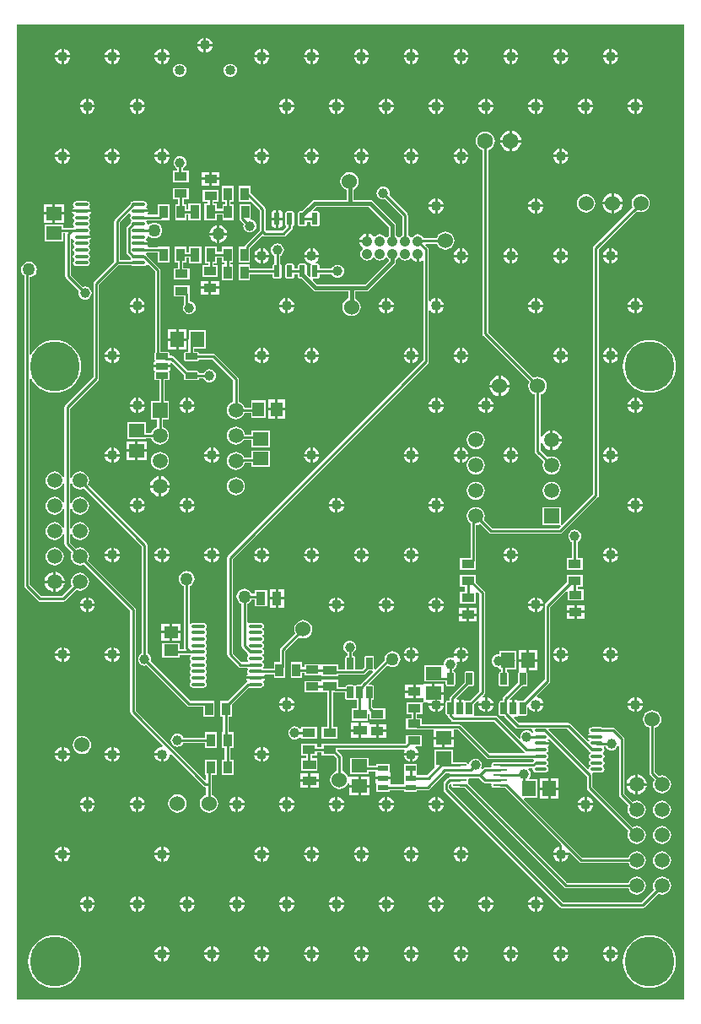
<source format=gbr>
%TF.GenerationSoftware,Altium Limited,Altium Designer,18.0.9 (584)*%
G04 Layer_Physical_Order=1*
G04 Layer_Color=255*
%FSLAX26Y26*%
%MOIN*%
%TF.FileFunction,Copper,L1,Top,Signal*%
%TF.Part,Single*%
G01*
G75*
%TA.AperFunction,SMDPad,CuDef*%
%ADD10R,0.061024X0.053150*%
%ADD11R,0.053150X0.061024*%
%ADD12R,0.051181X0.033465*%
%ADD13O,0.055118X0.013780*%
%ADD14R,0.057087X0.045276*%
%ADD15R,0.039370X0.023622*%
%ADD16R,0.037402X0.053150*%
G04:AMPARAMS|DCode=17|XSize=25.591mil|YSize=47.244mil|CornerRadius=1.919mil|HoleSize=0mil|Usage=FLASHONLY|Rotation=180.000|XOffset=0mil|YOffset=0mil|HoleType=Round|Shape=RoundedRectangle|*
%AMROUNDEDRECTD17*
21,1,0.025591,0.043406,0,0,180.0*
21,1,0.021752,0.047244,0,0,180.0*
1,1,0.003839,-0.010876,0.021703*
1,1,0.003839,0.010876,0.021703*
1,1,0.003839,0.010876,-0.021703*
1,1,0.003839,-0.010876,-0.021703*
%
%ADD17ROUNDEDRECTD17*%
G04:AMPARAMS|DCode=18|XSize=21.654mil|YSize=49.213mil|CornerRadius=1.949mil|HoleSize=0mil|Usage=FLASHONLY|Rotation=0.000|XOffset=0mil|YOffset=0mil|HoleType=Round|Shape=RoundedRectangle|*
%AMROUNDEDRECTD18*
21,1,0.021654,0.045315,0,0,0.0*
21,1,0.017756,0.049213,0,0,0.0*
1,1,0.003898,0.008878,-0.022657*
1,1,0.003898,-0.008878,-0.022657*
1,1,0.003898,-0.008878,0.022657*
1,1,0.003898,0.008878,0.022657*
%
%ADD18ROUNDEDRECTD18*%
%ADD19O,0.049213X0.013780*%
%ADD20O,0.057087X0.009842*%
G04:AMPARAMS|DCode=21|XSize=25.591mil|YSize=47.244mil|CornerRadius=1.919mil|HoleSize=0mil|Usage=FLASHONLY|Rotation=90.000|XOffset=0mil|YOffset=0mil|HoleType=Round|Shape=RoundedRectangle|*
%AMROUNDEDRECTD21*
21,1,0.025591,0.043406,0,0,90.0*
21,1,0.021752,0.047244,0,0,90.0*
1,1,0.003839,0.021703,0.010876*
1,1,0.003839,0.021703,-0.010876*
1,1,0.003839,-0.021703,-0.010876*
1,1,0.003839,-0.021703,0.010876*
%
%ADD21ROUNDEDRECTD21*%
%ADD22R,0.033465X0.051181*%
%ADD23R,0.053150X0.037402*%
%ADD24R,0.045276X0.057087*%
%TA.AperFunction,Conductor*%
%ADD25C,0.010000*%
%ADD26C,0.015000*%
%TA.AperFunction,ComponentPad*%
%ADD27C,0.060000*%
%ADD28C,0.059055*%
%ADD29C,0.062992*%
%ADD30C,0.040000*%
%ADD31R,0.059055X0.059055*%
%TA.AperFunction,ViaPad*%
%ADD32C,0.196850*%
%TA.AperFunction,ComponentPad*%
%ADD33C,0.042000*%
%TA.AperFunction,ViaPad*%
%ADD34C,0.039370*%
%ADD35C,0.050000*%
%ADD36C,0.040000*%
G36*
X2637795Y110D02*
X110D01*
Y3852110D01*
X2637795D01*
X2637795Y110D01*
D02*
G37*
%LPC*%
G36*
X749110Y3798711D02*
Y3774110D01*
X773711D01*
X773338Y3776942D01*
X770315Y3784239D01*
X765506Y3790506D01*
X759239Y3795315D01*
X751942Y3798338D01*
X749110Y3798711D01*
D02*
G37*
G36*
X739110D02*
X736278Y3798338D01*
X728981Y3795315D01*
X722714Y3790506D01*
X717905Y3784239D01*
X714882Y3776942D01*
X714509Y3774110D01*
X739110D01*
Y3798711D01*
D02*
G37*
G36*
X773711Y3764110D02*
X749110D01*
Y3739509D01*
X751942Y3739882D01*
X759239Y3742905D01*
X765506Y3747714D01*
X770315Y3753981D01*
X773338Y3761278D01*
X773711Y3764110D01*
D02*
G37*
G36*
X739110D02*
X714509D01*
X714882Y3761278D01*
X717905Y3753981D01*
X722714Y3747714D01*
X728981Y3742905D01*
X736278Y3739882D01*
X739110Y3739509D01*
Y3764110D01*
D02*
G37*
G36*
X2351457Y3754010D02*
Y3729410D01*
X2376057D01*
X2375685Y3732241D01*
X2372662Y3739539D01*
X2367853Y3745806D01*
X2361586Y3750615D01*
X2354288Y3753637D01*
X2351457Y3754010D01*
D02*
G37*
G36*
X2341457D02*
X2338625Y3753637D01*
X2331327Y3750615D01*
X2325061Y3745806D01*
X2320252Y3739539D01*
X2317229Y3732241D01*
X2316856Y3729410D01*
X2341457D01*
Y3754010D01*
D02*
G37*
G36*
X2154606D02*
Y3729410D01*
X2179207D01*
X2178834Y3732241D01*
X2175811Y3739539D01*
X2171003Y3745806D01*
X2164736Y3750615D01*
X2157438Y3753637D01*
X2154606Y3754010D01*
D02*
G37*
G36*
X2144606D02*
X2141775Y3753637D01*
X2134477Y3750615D01*
X2128210Y3745806D01*
X2123401Y3739539D01*
X2120378Y3732241D01*
X2120006Y3729410D01*
X2144606D01*
Y3754010D01*
D02*
G37*
G36*
X1957756D02*
Y3729410D01*
X1982357D01*
X1981984Y3732241D01*
X1978961Y3739539D01*
X1974152Y3745806D01*
X1967885Y3750615D01*
X1960588Y3753637D01*
X1957756Y3754010D01*
D02*
G37*
G36*
X1947756D02*
X1944924Y3753637D01*
X1937627Y3750615D01*
X1931360Y3745806D01*
X1926551Y3739539D01*
X1923528Y3732241D01*
X1923155Y3729410D01*
X1947756D01*
Y3754010D01*
D02*
G37*
G36*
X1760906D02*
Y3729410D01*
X1785506D01*
X1785133Y3732241D01*
X1782111Y3739539D01*
X1777302Y3745806D01*
X1771035Y3750615D01*
X1763737Y3753637D01*
X1760906Y3754010D01*
D02*
G37*
G36*
X1750906D02*
X1748074Y3753637D01*
X1740776Y3750615D01*
X1734509Y3745806D01*
X1729701Y3739539D01*
X1726678Y3732241D01*
X1726305Y3729410D01*
X1750906D01*
Y3754010D01*
D02*
G37*
G36*
X1564055D02*
Y3729410D01*
X1588656D01*
X1588283Y3732241D01*
X1585260Y3739539D01*
X1580451Y3745806D01*
X1574185Y3750615D01*
X1566887Y3753637D01*
X1564055Y3754010D01*
D02*
G37*
G36*
X1554055D02*
X1551224Y3753637D01*
X1543926Y3750615D01*
X1537659Y3745806D01*
X1532850Y3739539D01*
X1529827Y3732241D01*
X1529455Y3729410D01*
X1554055D01*
Y3754010D01*
D02*
G37*
G36*
X1367205D02*
Y3729410D01*
X1391805D01*
X1391433Y3732241D01*
X1388410Y3739539D01*
X1383601Y3745806D01*
X1377334Y3750615D01*
X1370036Y3753637D01*
X1367205Y3754010D01*
D02*
G37*
G36*
X1357205D02*
X1354373Y3753637D01*
X1347075Y3750615D01*
X1340809Y3745806D01*
X1336000Y3739539D01*
X1332977Y3732241D01*
X1332604Y3729410D01*
X1357205D01*
Y3754010D01*
D02*
G37*
G36*
X1170354D02*
Y3729410D01*
X1194955D01*
X1194582Y3732241D01*
X1191559Y3739539D01*
X1186751Y3745806D01*
X1180484Y3750615D01*
X1173186Y3753637D01*
X1170354Y3754010D01*
D02*
G37*
G36*
X1160354D02*
X1157523Y3753637D01*
X1150225Y3750615D01*
X1143958Y3745806D01*
X1139149Y3739539D01*
X1136127Y3732241D01*
X1135754Y3729410D01*
X1160354D01*
Y3754010D01*
D02*
G37*
G36*
X973504D02*
Y3729410D01*
X998105D01*
X997732Y3732241D01*
X994709Y3739539D01*
X989900Y3745806D01*
X983633Y3750615D01*
X976336Y3753637D01*
X973504Y3754010D01*
D02*
G37*
G36*
X963504D02*
X960672Y3753637D01*
X953375Y3750615D01*
X947108Y3745806D01*
X942299Y3739539D01*
X939276Y3732241D01*
X938903Y3729410D01*
X963504D01*
Y3754010D01*
D02*
G37*
G36*
X579803D02*
Y3729410D01*
X604404D01*
X604031Y3732241D01*
X601008Y3739539D01*
X596199Y3745806D01*
X589933Y3750615D01*
X582635Y3753637D01*
X579803Y3754010D01*
D02*
G37*
G36*
X569803D02*
X566972Y3753637D01*
X559674Y3750615D01*
X553407Y3745806D01*
X548598Y3739539D01*
X545575Y3732241D01*
X545202Y3729410D01*
X569803D01*
Y3754010D01*
D02*
G37*
G36*
X382953D02*
Y3729410D01*
X407553D01*
X407181Y3732241D01*
X404158Y3739539D01*
X399349Y3745806D01*
X393082Y3750615D01*
X385784Y3753637D01*
X382953Y3754010D01*
D02*
G37*
G36*
X372953D02*
X370121Y3753637D01*
X362823Y3750615D01*
X356557Y3745806D01*
X351748Y3739539D01*
X348725Y3732241D01*
X348352Y3729410D01*
X372953D01*
Y3754010D01*
D02*
G37*
G36*
X186102D02*
Y3729410D01*
X210703D01*
X210330Y3732241D01*
X207307Y3739539D01*
X202499Y3745806D01*
X196232Y3750615D01*
X188934Y3753637D01*
X186102Y3754010D01*
D02*
G37*
G36*
X176102D02*
X173271Y3753637D01*
X165973Y3750615D01*
X159706Y3745806D01*
X154897Y3739539D01*
X151875Y3732241D01*
X151502Y3729410D01*
X176102D01*
Y3754010D01*
D02*
G37*
G36*
X2376057Y3719410D02*
X2351457D01*
Y3694809D01*
X2354288Y3695182D01*
X2361586Y3698205D01*
X2367853Y3703013D01*
X2372662Y3709280D01*
X2375685Y3716578D01*
X2376057Y3719410D01*
D02*
G37*
G36*
X2341457D02*
X2316856D01*
X2317229Y3716578D01*
X2320252Y3709280D01*
X2325061Y3703013D01*
X2331327Y3698205D01*
X2338625Y3695182D01*
X2341457Y3694809D01*
Y3719410D01*
D02*
G37*
G36*
X2179207D02*
X2154606D01*
Y3694809D01*
X2157438Y3695182D01*
X2164736Y3698205D01*
X2171003Y3703013D01*
X2175811Y3709280D01*
X2178834Y3716578D01*
X2179207Y3719410D01*
D02*
G37*
G36*
X2144606D02*
X2120006D01*
X2120378Y3716578D01*
X2123401Y3709280D01*
X2128210Y3703013D01*
X2134477Y3698205D01*
X2141775Y3695182D01*
X2144606Y3694809D01*
Y3719410D01*
D02*
G37*
G36*
X1982357D02*
X1957756D01*
Y3694809D01*
X1960588Y3695182D01*
X1967885Y3698205D01*
X1974152Y3703013D01*
X1978961Y3709280D01*
X1981984Y3716578D01*
X1982357Y3719410D01*
D02*
G37*
G36*
X1947756D02*
X1923155D01*
X1923528Y3716578D01*
X1926551Y3709280D01*
X1931360Y3703013D01*
X1937627Y3698205D01*
X1944924Y3695182D01*
X1947756Y3694809D01*
Y3719410D01*
D02*
G37*
G36*
X1785506D02*
X1760906D01*
Y3694809D01*
X1763737Y3695182D01*
X1771035Y3698205D01*
X1777302Y3703013D01*
X1782111Y3709280D01*
X1785133Y3716578D01*
X1785506Y3719410D01*
D02*
G37*
G36*
X1750906D02*
X1726305D01*
X1726678Y3716578D01*
X1729701Y3709280D01*
X1734509Y3703013D01*
X1740776Y3698205D01*
X1748074Y3695182D01*
X1750906Y3694809D01*
Y3719410D01*
D02*
G37*
G36*
X1588656D02*
X1564055D01*
Y3694809D01*
X1566887Y3695182D01*
X1574185Y3698205D01*
X1580451Y3703013D01*
X1585260Y3709280D01*
X1588283Y3716578D01*
X1588656Y3719410D01*
D02*
G37*
G36*
X1554055D02*
X1529455D01*
X1529827Y3716578D01*
X1532850Y3709280D01*
X1537659Y3703013D01*
X1543926Y3698205D01*
X1551224Y3695182D01*
X1554055Y3694809D01*
Y3719410D01*
D02*
G37*
G36*
X1391805D02*
X1367205D01*
Y3694809D01*
X1370036Y3695182D01*
X1377334Y3698205D01*
X1383601Y3703013D01*
X1388410Y3709280D01*
X1391433Y3716578D01*
X1391805Y3719410D01*
D02*
G37*
G36*
X1357205D02*
X1332604D01*
X1332977Y3716578D01*
X1336000Y3709280D01*
X1340809Y3703013D01*
X1347075Y3698205D01*
X1354373Y3695182D01*
X1357205Y3694809D01*
Y3719410D01*
D02*
G37*
G36*
X1194955D02*
X1170354D01*
Y3694809D01*
X1173186Y3695182D01*
X1180484Y3698205D01*
X1186751Y3703013D01*
X1191559Y3709280D01*
X1194582Y3716578D01*
X1194955Y3719410D01*
D02*
G37*
G36*
X1160354D02*
X1135754D01*
X1136127Y3716578D01*
X1139149Y3709280D01*
X1143958Y3703013D01*
X1150225Y3698205D01*
X1157523Y3695182D01*
X1160354Y3694809D01*
Y3719410D01*
D02*
G37*
G36*
X998105D02*
X973504D01*
Y3694809D01*
X976336Y3695182D01*
X983633Y3698205D01*
X989900Y3703013D01*
X994709Y3709280D01*
X997732Y3716578D01*
X998105Y3719410D01*
D02*
G37*
G36*
X963504D02*
X938903D01*
X939276Y3716578D01*
X942299Y3709280D01*
X947108Y3703013D01*
X953375Y3698205D01*
X960672Y3695182D01*
X963504Y3694809D01*
Y3719410D01*
D02*
G37*
G36*
X604404D02*
X579803D01*
Y3694809D01*
X582635Y3695182D01*
X589933Y3698205D01*
X596199Y3703013D01*
X601008Y3709280D01*
X604031Y3716578D01*
X604404Y3719410D01*
D02*
G37*
G36*
X569803D02*
X545202D01*
X545575Y3716578D01*
X548598Y3709280D01*
X553407Y3703013D01*
X559674Y3698205D01*
X566972Y3695182D01*
X569803Y3694809D01*
Y3719410D01*
D02*
G37*
G36*
X407553D02*
X382953D01*
Y3694809D01*
X385784Y3695182D01*
X393082Y3698205D01*
X399349Y3703013D01*
X404158Y3709280D01*
X407181Y3716578D01*
X407553Y3719410D01*
D02*
G37*
G36*
X372953D02*
X348352D01*
X348725Y3716578D01*
X351748Y3709280D01*
X356557Y3703013D01*
X362823Y3698205D01*
X370121Y3695182D01*
X372953Y3694809D01*
Y3719410D01*
D02*
G37*
G36*
X210703D02*
X186102D01*
Y3694809D01*
X188934Y3695182D01*
X196232Y3698205D01*
X202499Y3703013D01*
X207307Y3709280D01*
X210330Y3716578D01*
X210703Y3719410D01*
D02*
G37*
G36*
X176102D02*
X151502D01*
X151875Y3716578D01*
X154897Y3709280D01*
X159706Y3703013D01*
X165973Y3698205D01*
X173271Y3695182D01*
X176102Y3694809D01*
Y3719410D01*
D02*
G37*
G36*
X844110Y3695239D02*
X837347Y3694349D01*
X831045Y3691738D01*
X825634Y3687586D01*
X821482Y3682175D01*
X818871Y3675873D01*
X817981Y3669110D01*
X818871Y3662347D01*
X821482Y3656046D01*
X825634Y3650634D01*
X831045Y3646482D01*
X837347Y3643871D01*
X844110Y3642981D01*
X850873Y3643871D01*
X857174Y3646482D01*
X862586Y3650634D01*
X866738Y3656046D01*
X869349Y3662347D01*
X870239Y3669110D01*
X869349Y3675873D01*
X866738Y3682175D01*
X862586Y3687586D01*
X857174Y3691738D01*
X850873Y3694349D01*
X844110Y3695239D01*
D02*
G37*
G36*
X644110D02*
X637347Y3694349D01*
X631045Y3691738D01*
X625634Y3687586D01*
X621482Y3682175D01*
X618871Y3675873D01*
X617981Y3669110D01*
X618871Y3662347D01*
X621482Y3656046D01*
X625634Y3650634D01*
X631045Y3646482D01*
X637347Y3643871D01*
X644110Y3642981D01*
X650873Y3643871D01*
X657174Y3646482D01*
X662586Y3650634D01*
X666738Y3656046D01*
X669349Y3662347D01*
X670239Y3669110D01*
X669349Y3675873D01*
X666738Y3682175D01*
X662586Y3687586D01*
X657174Y3691738D01*
X650873Y3694349D01*
X644110Y3695239D01*
D02*
G37*
G36*
X2449882Y3557160D02*
Y3532559D01*
X2474483D01*
X2474110Y3535391D01*
X2471087Y3542689D01*
X2466278Y3548956D01*
X2460011Y3553764D01*
X2452714Y3556787D01*
X2449882Y3557160D01*
D02*
G37*
G36*
X2439882D02*
X2437050Y3556787D01*
X2429753Y3553764D01*
X2423486Y3548956D01*
X2418677Y3542689D01*
X2415654Y3535391D01*
X2415281Y3532559D01*
X2439882D01*
Y3557160D01*
D02*
G37*
G36*
X2253032D02*
Y3532559D01*
X2277632D01*
X2277260Y3535391D01*
X2274237Y3542689D01*
X2269428Y3548956D01*
X2263161Y3553764D01*
X2255863Y3556787D01*
X2253032Y3557160D01*
D02*
G37*
G36*
X2243032D02*
X2240200Y3556787D01*
X2232902Y3553764D01*
X2226635Y3548956D01*
X2221827Y3542689D01*
X2218804Y3535391D01*
X2218431Y3532559D01*
X2243032D01*
Y3557160D01*
D02*
G37*
G36*
X2056181D02*
Y3532559D01*
X2080782D01*
X2080409Y3535391D01*
X2077386Y3542689D01*
X2072577Y3548956D01*
X2066311Y3553764D01*
X2059013Y3556787D01*
X2056181Y3557160D01*
D02*
G37*
G36*
X2046181D02*
X2043350Y3556787D01*
X2036052Y3553764D01*
X2029785Y3548956D01*
X2024976Y3542689D01*
X2021953Y3535391D01*
X2021581Y3532559D01*
X2046181D01*
Y3557160D01*
D02*
G37*
G36*
X1859331D02*
Y3532559D01*
X1883931D01*
X1883559Y3535391D01*
X1880536Y3542689D01*
X1875727Y3548956D01*
X1869460Y3553764D01*
X1862162Y3556787D01*
X1859331Y3557160D01*
D02*
G37*
G36*
X1849331D02*
X1846499Y3556787D01*
X1839201Y3553764D01*
X1832935Y3548956D01*
X1828126Y3542689D01*
X1825103Y3535391D01*
X1824730Y3532559D01*
X1849331D01*
Y3557160D01*
D02*
G37*
G36*
X1662480D02*
Y3532559D01*
X1687081D01*
X1686708Y3535391D01*
X1683685Y3542689D01*
X1678877Y3548956D01*
X1672610Y3553764D01*
X1665312Y3556787D01*
X1662480Y3557160D01*
D02*
G37*
G36*
X1652480D02*
X1649649Y3556787D01*
X1642351Y3553764D01*
X1636084Y3548956D01*
X1631275Y3542689D01*
X1628253Y3535391D01*
X1627880Y3532559D01*
X1652480D01*
Y3557160D01*
D02*
G37*
G36*
X1465630D02*
Y3532559D01*
X1490231D01*
X1489858Y3535391D01*
X1486835Y3542689D01*
X1482026Y3548956D01*
X1475759Y3553764D01*
X1468462Y3556787D01*
X1465630Y3557160D01*
D02*
G37*
G36*
X1455630D02*
X1452798Y3556787D01*
X1445501Y3553764D01*
X1439234Y3548956D01*
X1434425Y3542689D01*
X1431402Y3535391D01*
X1431029Y3532559D01*
X1455630D01*
Y3557160D01*
D02*
G37*
G36*
X1268780D02*
Y3532559D01*
X1293380D01*
X1293007Y3535391D01*
X1289985Y3542689D01*
X1285176Y3548956D01*
X1278909Y3553764D01*
X1271611Y3556787D01*
X1268780Y3557160D01*
D02*
G37*
G36*
X1258780D02*
X1255948Y3556787D01*
X1248650Y3553764D01*
X1242383Y3548956D01*
X1237575Y3542689D01*
X1234552Y3535391D01*
X1234179Y3532559D01*
X1258780D01*
Y3557160D01*
D02*
G37*
G36*
X1071929D02*
Y3532559D01*
X1096530D01*
X1096157Y3535391D01*
X1093134Y3542689D01*
X1088325Y3548956D01*
X1082059Y3553764D01*
X1074761Y3556787D01*
X1071929Y3557160D01*
D02*
G37*
G36*
X1061929D02*
X1059098Y3556787D01*
X1051800Y3553764D01*
X1045533Y3548956D01*
X1040724Y3542689D01*
X1037701Y3535391D01*
X1037329Y3532559D01*
X1061929D01*
Y3557160D01*
D02*
G37*
G36*
X481378D02*
Y3532559D01*
X505979D01*
X505606Y3535391D01*
X502583Y3542689D01*
X497774Y3548956D01*
X491507Y3553764D01*
X484210Y3556787D01*
X481378Y3557160D01*
D02*
G37*
G36*
X471378D02*
X468546Y3556787D01*
X461249Y3553764D01*
X454982Y3548956D01*
X450173Y3542689D01*
X447150Y3535391D01*
X446777Y3532559D01*
X471378D01*
Y3557160D01*
D02*
G37*
G36*
X284528D02*
Y3532559D01*
X309128D01*
X308755Y3535391D01*
X305733Y3542689D01*
X300924Y3548956D01*
X294657Y3553764D01*
X287359Y3556787D01*
X284528Y3557160D01*
D02*
G37*
G36*
X274528D02*
X271696Y3556787D01*
X264398Y3553764D01*
X258131Y3548956D01*
X253323Y3542689D01*
X250300Y3535391D01*
X249927Y3532559D01*
X274528D01*
Y3557160D01*
D02*
G37*
G36*
X2474483Y3522559D02*
X2449882D01*
Y3497959D01*
X2452714Y3498331D01*
X2460011Y3501354D01*
X2466278Y3506163D01*
X2471087Y3512430D01*
X2474110Y3519728D01*
X2474483Y3522559D01*
D02*
G37*
G36*
X2439882D02*
X2415281D01*
X2415654Y3519728D01*
X2418677Y3512430D01*
X2423486Y3506163D01*
X2429753Y3501354D01*
X2437050Y3498331D01*
X2439882Y3497959D01*
Y3522559D01*
D02*
G37*
G36*
X2277632D02*
X2253032D01*
Y3497959D01*
X2255863Y3498331D01*
X2263161Y3501354D01*
X2269428Y3506163D01*
X2274237Y3512430D01*
X2277260Y3519728D01*
X2277632Y3522559D01*
D02*
G37*
G36*
X2243032D02*
X2218431D01*
X2218804Y3519728D01*
X2221827Y3512430D01*
X2226635Y3506163D01*
X2232902Y3501354D01*
X2240200Y3498331D01*
X2243032Y3497959D01*
Y3522559D01*
D02*
G37*
G36*
X2080782D02*
X2056181D01*
Y3497959D01*
X2059013Y3498331D01*
X2066311Y3501354D01*
X2072577Y3506163D01*
X2077386Y3512430D01*
X2080409Y3519728D01*
X2080782Y3522559D01*
D02*
G37*
G36*
X2046181D02*
X2021581D01*
X2021953Y3519728D01*
X2024976Y3512430D01*
X2029785Y3506163D01*
X2036052Y3501354D01*
X2043350Y3498331D01*
X2046181Y3497959D01*
Y3522559D01*
D02*
G37*
G36*
X1883931D02*
X1859331D01*
Y3497959D01*
X1862162Y3498331D01*
X1869460Y3501354D01*
X1875727Y3506163D01*
X1880536Y3512430D01*
X1883559Y3519728D01*
X1883931Y3522559D01*
D02*
G37*
G36*
X1849331D02*
X1824730D01*
X1825103Y3519728D01*
X1828126Y3512430D01*
X1832935Y3506163D01*
X1839201Y3501354D01*
X1846499Y3498331D01*
X1849331Y3497959D01*
Y3522559D01*
D02*
G37*
G36*
X1687081D02*
X1662480D01*
Y3497959D01*
X1665312Y3498331D01*
X1672610Y3501354D01*
X1678877Y3506163D01*
X1683685Y3512430D01*
X1686708Y3519728D01*
X1687081Y3522559D01*
D02*
G37*
G36*
X1652480D02*
X1627880D01*
X1628253Y3519728D01*
X1631275Y3512430D01*
X1636084Y3506163D01*
X1642351Y3501354D01*
X1649649Y3498331D01*
X1652480Y3497959D01*
Y3522559D01*
D02*
G37*
G36*
X1490231D02*
X1465630D01*
Y3497959D01*
X1468462Y3498331D01*
X1475759Y3501354D01*
X1482026Y3506163D01*
X1486835Y3512430D01*
X1489858Y3519728D01*
X1490231Y3522559D01*
D02*
G37*
G36*
X1455630D02*
X1431029D01*
X1431402Y3519728D01*
X1434425Y3512430D01*
X1439234Y3506163D01*
X1445501Y3501354D01*
X1452798Y3498331D01*
X1455630Y3497959D01*
Y3522559D01*
D02*
G37*
G36*
X1293380D02*
X1268780D01*
Y3497959D01*
X1271611Y3498331D01*
X1278909Y3501354D01*
X1285176Y3506163D01*
X1289985Y3512430D01*
X1293007Y3519728D01*
X1293380Y3522559D01*
D02*
G37*
G36*
X1258780D02*
X1234179D01*
X1234552Y3519728D01*
X1237575Y3512430D01*
X1242383Y3506163D01*
X1248650Y3501354D01*
X1255948Y3498331D01*
X1258780Y3497959D01*
Y3522559D01*
D02*
G37*
G36*
X1096530D02*
X1071929D01*
Y3497959D01*
X1074761Y3498331D01*
X1082059Y3501354D01*
X1088325Y3506163D01*
X1093134Y3512430D01*
X1096157Y3519728D01*
X1096530Y3522559D01*
D02*
G37*
G36*
X1061929D02*
X1037329D01*
X1037701Y3519728D01*
X1040724Y3512430D01*
X1045533Y3506163D01*
X1051800Y3501354D01*
X1059098Y3498331D01*
X1061929Y3497959D01*
Y3522559D01*
D02*
G37*
G36*
X505979D02*
X481378D01*
Y3497959D01*
X484210Y3498331D01*
X491507Y3501354D01*
X497774Y3506163D01*
X502583Y3512430D01*
X505606Y3519728D01*
X505979Y3522559D01*
D02*
G37*
G36*
X471378D02*
X446777D01*
X447150Y3519728D01*
X450173Y3512430D01*
X454982Y3506163D01*
X461249Y3501354D01*
X468546Y3498331D01*
X471378Y3497959D01*
Y3522559D01*
D02*
G37*
G36*
X309128D02*
X284528D01*
Y3497959D01*
X287359Y3498331D01*
X294657Y3501354D01*
X300924Y3506163D01*
X305733Y3512430D01*
X308755Y3519728D01*
X309128Y3522559D01*
D02*
G37*
G36*
X274528D02*
X249927D01*
X250300Y3519728D01*
X253323Y3512430D01*
X258131Y3506163D01*
X264398Y3501354D01*
X271696Y3498331D01*
X274528Y3497959D01*
Y3522559D01*
D02*
G37*
G36*
X1957110Y3431306D02*
Y3395110D01*
X1993306D01*
X1992538Y3400943D01*
X1988357Y3411037D01*
X1981705Y3419705D01*
X1973037Y3426357D01*
X1962943Y3430538D01*
X1957110Y3431306D01*
D02*
G37*
G36*
X1947110D02*
X1941277Y3430538D01*
X1931183Y3426357D01*
X1922515Y3419705D01*
X1915863Y3411037D01*
X1911682Y3400943D01*
X1910914Y3395110D01*
X1947110D01*
Y3431306D01*
D02*
G37*
G36*
X1993306Y3385110D02*
X1957110D01*
Y3348914D01*
X1962943Y3349682D01*
X1973037Y3353863D01*
X1981705Y3360515D01*
X1988357Y3369183D01*
X1992538Y3379277D01*
X1993306Y3385110D01*
D02*
G37*
G36*
X1947110D02*
X1910914D01*
X1911682Y3379277D01*
X1915863Y3369183D01*
X1922515Y3360515D01*
X1931183Y3353863D01*
X1941277Y3349682D01*
X1947110Y3348914D01*
Y3385110D01*
D02*
G37*
G36*
X2154606Y3360309D02*
Y3335709D01*
X2179207D01*
X2178834Y3338540D01*
X2175811Y3345838D01*
X2171003Y3352105D01*
X2164736Y3356914D01*
X2157438Y3359937D01*
X2154606Y3360309D01*
D02*
G37*
G36*
X2144606D02*
X2141775Y3359937D01*
X2134477Y3356914D01*
X2128210Y3352105D01*
X2123401Y3345838D01*
X2120378Y3338540D01*
X2120006Y3335709D01*
X2144606D01*
Y3360309D01*
D02*
G37*
G36*
X1760906D02*
Y3335709D01*
X1785506D01*
X1785133Y3338540D01*
X1782111Y3345838D01*
X1777302Y3352105D01*
X1771035Y3356914D01*
X1763737Y3359937D01*
X1760906Y3360309D01*
D02*
G37*
G36*
X1750906D02*
X1748074Y3359937D01*
X1740776Y3356914D01*
X1734509Y3352105D01*
X1729701Y3345838D01*
X1726678Y3338540D01*
X1726305Y3335709D01*
X1750906D01*
Y3360309D01*
D02*
G37*
G36*
X1564055D02*
Y3335709D01*
X1588656D01*
X1588283Y3338540D01*
X1585260Y3345838D01*
X1580451Y3352105D01*
X1574185Y3356914D01*
X1566887Y3359937D01*
X1564055Y3360309D01*
D02*
G37*
G36*
X1554055D02*
X1551224Y3359937D01*
X1543926Y3356914D01*
X1537659Y3352105D01*
X1532850Y3345838D01*
X1529827Y3338540D01*
X1529455Y3335709D01*
X1554055D01*
Y3360309D01*
D02*
G37*
G36*
X1367205D02*
Y3335709D01*
X1391805D01*
X1391433Y3338540D01*
X1388410Y3345838D01*
X1383601Y3352105D01*
X1377334Y3356914D01*
X1370036Y3359937D01*
X1367205Y3360309D01*
D02*
G37*
G36*
X1357205D02*
X1354373Y3359937D01*
X1347075Y3356914D01*
X1340809Y3352105D01*
X1336000Y3345838D01*
X1332977Y3338540D01*
X1332604Y3335709D01*
X1357205D01*
Y3360309D01*
D02*
G37*
G36*
X1170354D02*
Y3335709D01*
X1194955D01*
X1194582Y3338540D01*
X1191559Y3345838D01*
X1186751Y3352105D01*
X1180484Y3356914D01*
X1173186Y3359937D01*
X1170354Y3360309D01*
D02*
G37*
G36*
X1160354D02*
X1157523Y3359937D01*
X1150225Y3356914D01*
X1143958Y3352105D01*
X1139149Y3345838D01*
X1136127Y3338540D01*
X1135754Y3335709D01*
X1160354D01*
Y3360309D01*
D02*
G37*
G36*
X973504D02*
Y3335709D01*
X998105D01*
X997732Y3338540D01*
X994709Y3345838D01*
X989900Y3352105D01*
X983633Y3356914D01*
X976336Y3359937D01*
X973504Y3360309D01*
D02*
G37*
G36*
X963504D02*
X960672Y3359937D01*
X953375Y3356914D01*
X947108Y3352105D01*
X942299Y3345838D01*
X939276Y3338540D01*
X938903Y3335709D01*
X963504D01*
Y3360309D01*
D02*
G37*
G36*
X579803D02*
Y3335709D01*
X604404D01*
X604031Y3338540D01*
X601008Y3345838D01*
X596199Y3352105D01*
X589933Y3356914D01*
X582635Y3359937D01*
X579803Y3360309D01*
D02*
G37*
G36*
X569803D02*
X566972Y3359937D01*
X559674Y3356914D01*
X553407Y3352105D01*
X548598Y3345838D01*
X545575Y3338540D01*
X545202Y3335709D01*
X569803D01*
Y3360309D01*
D02*
G37*
G36*
X382953D02*
Y3335709D01*
X407553D01*
X407181Y3338540D01*
X404158Y3345838D01*
X399349Y3352105D01*
X393082Y3356914D01*
X385784Y3359937D01*
X382953Y3360309D01*
D02*
G37*
G36*
X372953D02*
X370121Y3359937D01*
X362823Y3356914D01*
X356557Y3352105D01*
X351748Y3345838D01*
X348725Y3338540D01*
X348352Y3335709D01*
X372953D01*
Y3360309D01*
D02*
G37*
G36*
X186102D02*
Y3335709D01*
X210703D01*
X210330Y3338540D01*
X207307Y3345838D01*
X202499Y3352105D01*
X196232Y3356914D01*
X188934Y3359937D01*
X186102Y3360309D01*
D02*
G37*
G36*
X176102D02*
X173271Y3359937D01*
X165973Y3356914D01*
X159706Y3352105D01*
X154897Y3345838D01*
X151875Y3338540D01*
X151502Y3335709D01*
X176102D01*
Y3360309D01*
D02*
G37*
G36*
X2179207Y3325709D02*
X2154606D01*
Y3301108D01*
X2157438Y3301481D01*
X2164736Y3304504D01*
X2171003Y3309312D01*
X2175811Y3315579D01*
X2178834Y3322877D01*
X2179207Y3325709D01*
D02*
G37*
G36*
X2144606D02*
X2120006D01*
X2120378Y3322877D01*
X2123401Y3315579D01*
X2128210Y3309312D01*
X2134477Y3304504D01*
X2141775Y3301481D01*
X2144606Y3301108D01*
Y3325709D01*
D02*
G37*
G36*
X1785506D02*
X1760906D01*
Y3301108D01*
X1763737Y3301481D01*
X1771035Y3304504D01*
X1777302Y3309312D01*
X1782111Y3315579D01*
X1785133Y3322877D01*
X1785506Y3325709D01*
D02*
G37*
G36*
X1750906D02*
X1726305D01*
X1726678Y3322877D01*
X1729701Y3315579D01*
X1734509Y3309312D01*
X1740776Y3304504D01*
X1748074Y3301481D01*
X1750906Y3301108D01*
Y3325709D01*
D02*
G37*
G36*
X1588656D02*
X1564055D01*
Y3301108D01*
X1566887Y3301481D01*
X1574185Y3304504D01*
X1580451Y3309312D01*
X1585260Y3315579D01*
X1588283Y3322877D01*
X1588656Y3325709D01*
D02*
G37*
G36*
X1554055D02*
X1529455D01*
X1529827Y3322877D01*
X1532850Y3315579D01*
X1537659Y3309312D01*
X1543926Y3304504D01*
X1551224Y3301481D01*
X1554055Y3301108D01*
Y3325709D01*
D02*
G37*
G36*
X1391805D02*
X1367205D01*
Y3301108D01*
X1370036Y3301481D01*
X1377334Y3304504D01*
X1383601Y3309312D01*
X1388410Y3315579D01*
X1391433Y3322877D01*
X1391805Y3325709D01*
D02*
G37*
G36*
X1357205D02*
X1332604D01*
X1332977Y3322877D01*
X1336000Y3315579D01*
X1340809Y3309312D01*
X1347075Y3304504D01*
X1354373Y3301481D01*
X1357205Y3301108D01*
Y3325709D01*
D02*
G37*
G36*
X1194955D02*
X1170354D01*
Y3301108D01*
X1173186Y3301481D01*
X1180484Y3304504D01*
X1186751Y3309312D01*
X1191559Y3315579D01*
X1194582Y3322877D01*
X1194955Y3325709D01*
D02*
G37*
G36*
X1160354D02*
X1135754D01*
X1136127Y3322877D01*
X1139149Y3315579D01*
X1143958Y3309312D01*
X1150225Y3304504D01*
X1157523Y3301481D01*
X1160354Y3301108D01*
Y3325709D01*
D02*
G37*
G36*
X998105D02*
X973504D01*
Y3301108D01*
X976336Y3301481D01*
X983633Y3304504D01*
X989900Y3309312D01*
X994709Y3315579D01*
X997732Y3322877D01*
X998105Y3325709D01*
D02*
G37*
G36*
X963504D02*
X938903D01*
X939276Y3322877D01*
X942299Y3315579D01*
X947108Y3309312D01*
X953375Y3304504D01*
X960672Y3301481D01*
X963504Y3301108D01*
Y3325709D01*
D02*
G37*
G36*
X604404D02*
X579803D01*
Y3301108D01*
X582635Y3301481D01*
X589933Y3304504D01*
X596199Y3309312D01*
X601008Y3315579D01*
X604031Y3322877D01*
X604404Y3325709D01*
D02*
G37*
G36*
X569803D02*
X545202D01*
X545575Y3322877D01*
X548598Y3315579D01*
X553407Y3309312D01*
X559674Y3304504D01*
X566972Y3301481D01*
X569803Y3301108D01*
Y3325709D01*
D02*
G37*
G36*
X407553D02*
X382953D01*
Y3301108D01*
X385784Y3301481D01*
X393082Y3304504D01*
X399349Y3309312D01*
X404158Y3315579D01*
X407181Y3322877D01*
X407553Y3325709D01*
D02*
G37*
G36*
X372953D02*
X348352D01*
X348725Y3322877D01*
X351748Y3315579D01*
X356557Y3309312D01*
X362823Y3304504D01*
X370121Y3301481D01*
X372953Y3301108D01*
Y3325709D01*
D02*
G37*
G36*
X210703D02*
X186102D01*
Y3301108D01*
X188934Y3301481D01*
X196232Y3304504D01*
X202499Y3309312D01*
X207307Y3315579D01*
X210330Y3322877D01*
X210703Y3325709D01*
D02*
G37*
G36*
X176102D02*
X151502D01*
X151875Y3322877D01*
X154897Y3315579D01*
X159706Y3309312D01*
X165973Y3304504D01*
X173271Y3301481D01*
X176102Y3301108D01*
Y3325709D01*
D02*
G37*
G36*
X801701Y3268307D02*
X771110D01*
Y3246575D01*
X801701D01*
Y3268307D01*
D02*
G37*
G36*
X761110D02*
X730520D01*
Y3246575D01*
X761110D01*
Y3268307D01*
D02*
G37*
G36*
X645110Y3330921D02*
X638430Y3330042D01*
X632205Y3327463D01*
X626859Y3323361D01*
X622757Y3318016D01*
X620178Y3311791D01*
X619299Y3305110D01*
X620178Y3298430D01*
X622757Y3292205D01*
X626859Y3286859D01*
X632205Y3282757D01*
X633991Y3282017D01*
Y3272213D01*
X616614D01*
Y3226937D01*
X679606D01*
Y3272213D01*
X656229D01*
Y3282017D01*
X658016Y3282757D01*
X663361Y3286859D01*
X667463Y3292205D01*
X670042Y3298430D01*
X670922Y3305110D01*
X670042Y3311791D01*
X667463Y3318016D01*
X663361Y3323361D01*
X658016Y3327463D01*
X651791Y3330042D01*
X645110Y3330921D01*
D02*
G37*
G36*
X801701Y3236575D02*
X771110D01*
Y3214842D01*
X801701D01*
Y3236575D01*
D02*
G37*
G36*
X761110D02*
X730520D01*
Y3214842D01*
X761110D01*
Y3236575D01*
D02*
G37*
G36*
X2360110Y3184797D02*
Y3150110D01*
X2394797D01*
X2394081Y3155552D01*
X2390050Y3165283D01*
X2383639Y3173639D01*
X2375283Y3180050D01*
X2365552Y3184081D01*
X2360110Y3184797D01*
D02*
G37*
G36*
X2350110D02*
X2344668Y3184081D01*
X2334938Y3180050D01*
X2326582Y3173639D01*
X2320170Y3165283D01*
X2316140Y3155552D01*
X2315423Y3150110D01*
X2350110D01*
Y3184797D01*
D02*
G37*
G36*
X2056181Y3163459D02*
Y3138858D01*
X2080782D01*
X2080409Y3141690D01*
X2077386Y3148988D01*
X2072577Y3155255D01*
X2066311Y3160063D01*
X2059013Y3163086D01*
X2056181Y3163459D01*
D02*
G37*
G36*
X2046181D02*
X2043350Y3163086D01*
X2036052Y3160063D01*
X2029785Y3155255D01*
X2024976Y3148988D01*
X2021953Y3141690D01*
X2021581Y3138858D01*
X2046181D01*
Y3163459D01*
D02*
G37*
G36*
X1662480D02*
Y3138858D01*
X1687081D01*
X1686708Y3141690D01*
X1683685Y3148988D01*
X1678877Y3155255D01*
X1672610Y3160063D01*
X1665312Y3163086D01*
X1662480Y3163459D01*
D02*
G37*
G36*
X1652480D02*
X1649649Y3163086D01*
X1642351Y3160063D01*
X1636084Y3155255D01*
X1631275Y3148988D01*
X1628253Y3141690D01*
X1627880Y3138858D01*
X1652480D01*
Y3163459D01*
D02*
G37*
G36*
X857283Y3212606D02*
X812008D01*
Y3149614D01*
X823526D01*
Y3141606D01*
X813008D01*
Y3123230D01*
X791213D01*
Y3142591D01*
X777229D01*
Y3152008D01*
X797606D01*
Y3197283D01*
X734614D01*
Y3152008D01*
X754991D01*
Y3142591D01*
X742000D01*
Y3077631D01*
X791213D01*
Y3100992D01*
X813008D01*
Y3078614D01*
X858283D01*
Y3141606D01*
X845765D01*
Y3149614D01*
X857283D01*
Y3212606D01*
D02*
G37*
G36*
X276613Y3152770D02*
X235275D01*
X230282Y3151777D01*
X226050Y3148949D01*
X223222Y3144716D01*
X222229Y3139724D01*
X223222Y3134732D01*
X226050Y3130499D01*
Y3128283D01*
X223098Y3126311D01*
X219365Y3120724D01*
X219049Y3119134D01*
X255944D01*
X292839D01*
X292523Y3120724D01*
X288790Y3126311D01*
X285838Y3128283D01*
Y3130499D01*
X288666Y3134732D01*
X289659Y3139724D01*
X288666Y3144716D01*
X285838Y3148949D01*
X281606Y3151777D01*
X276613Y3152770D01*
D02*
G37*
G36*
X187622Y3141850D02*
X152110D01*
Y3110276D01*
X187622D01*
Y3141850D01*
D02*
G37*
G36*
X142110D02*
X106598D01*
Y3110276D01*
X142110D01*
Y3141850D01*
D02*
G37*
G36*
X2466110Y3181325D02*
X2456737Y3180091D01*
X2448003Y3176474D01*
X2440502Y3170718D01*
X2434747Y3163218D01*
X2431129Y3154483D01*
X2429895Y3145110D01*
X2431129Y3135737D01*
X2434024Y3128749D01*
X2281137Y2975863D01*
X2278727Y2972255D01*
X2277881Y2968000D01*
X2277881Y2967999D01*
Y1996606D01*
X2153971Y1872696D01*
X2149567Y1875363D01*
X2149567Y1878626D01*
Y1945001D01*
X2078701D01*
Y1874135D01*
X2144737D01*
X2148339Y1874135D01*
X2151006Y1869731D01*
X2142394Y1861119D01*
X1878308D01*
X1845859Y1893568D01*
X1848655Y1900318D01*
X1849873Y1909568D01*
X1848655Y1918818D01*
X1845085Y1927437D01*
X1839405Y1934839D01*
X1832003Y1940519D01*
X1823384Y1944089D01*
X1814134Y1945307D01*
X1804884Y1944089D01*
X1796265Y1940519D01*
X1788863Y1934839D01*
X1783183Y1927437D01*
X1779613Y1918818D01*
X1778395Y1909568D01*
X1779613Y1900318D01*
X1783183Y1891699D01*
X1788863Y1884297D01*
X1792582Y1881444D01*
Y1743213D01*
X1751614D01*
Y1697937D01*
X1814606D01*
Y1731232D01*
X1814820Y1732307D01*
X1814820Y1732308D01*
Y1873920D01*
X1823384Y1875047D01*
X1830134Y1877843D01*
X1865839Y1842138D01*
X1865840Y1842138D01*
X1869447Y1839727D01*
X1873702Y1838881D01*
X1873703Y1838881D01*
X2146999D01*
X2147000Y1838881D01*
X2151255Y1839727D01*
X2154863Y1842138D01*
X2296862Y1984137D01*
X2296863Y1984138D01*
X2299273Y1987745D01*
X2300119Y1992000D01*
Y2963394D01*
X2449749Y3113024D01*
X2456737Y3110129D01*
X2466110Y3108895D01*
X2475483Y3110129D01*
X2484218Y3113747D01*
X2491718Y3119502D01*
X2497474Y3127003D01*
X2501091Y3135737D01*
X2502325Y3145110D01*
X2501091Y3154483D01*
X2497474Y3163218D01*
X2491718Y3170718D01*
X2484218Y3176474D01*
X2475483Y3180091D01*
X2466110Y3181325D01*
D02*
G37*
G36*
X2250110Y3180026D02*
X2240737Y3178791D01*
X2232003Y3175174D01*
X2224502Y3169418D01*
X2218747Y3161918D01*
X2215129Y3153183D01*
X2213895Y3143810D01*
X2215129Y3134437D01*
X2218747Y3125703D01*
X2224502Y3118202D01*
X2232003Y3112447D01*
X2240737Y3108829D01*
X2250110Y3107595D01*
X2259483Y3108829D01*
X2268218Y3112447D01*
X2275718Y3118202D01*
X2281474Y3125703D01*
X2285091Y3134437D01*
X2286325Y3143810D01*
X2285091Y3153183D01*
X2281474Y3161918D01*
X2275718Y3169418D01*
X2268218Y3175174D01*
X2259483Y3178791D01*
X2250110Y3180026D01*
D02*
G37*
G36*
X2394797Y3140110D02*
X2360110D01*
Y3105423D01*
X2365552Y3106140D01*
X2375283Y3110170D01*
X2383639Y3116582D01*
X2390050Y3124938D01*
X2394081Y3134668D01*
X2394797Y3140110D01*
D02*
G37*
G36*
X2350110D02*
X2315423D01*
X2316140Y3134668D01*
X2320170Y3124938D01*
X2326582Y3116582D01*
X2334938Y3110170D01*
X2344668Y3106140D01*
X2350110Y3105423D01*
Y3140110D01*
D02*
G37*
G36*
X2080782Y3128858D02*
X2056181D01*
Y3104258D01*
X2059013Y3104631D01*
X2066311Y3107653D01*
X2072577Y3112462D01*
X2077386Y3118729D01*
X2080409Y3126027D01*
X2080782Y3128858D01*
D02*
G37*
G36*
X2046181D02*
X2021581D01*
X2021953Y3126027D01*
X2024976Y3118729D01*
X2029785Y3112462D01*
X2036052Y3107653D01*
X2043350Y3104631D01*
X2046181Y3104258D01*
Y3128858D01*
D02*
G37*
G36*
X1687081D02*
X1662480D01*
Y3104258D01*
X1665312Y3104631D01*
X1672610Y3107653D01*
X1678877Y3112462D01*
X1683685Y3118729D01*
X1686708Y3126027D01*
X1687081Y3128858D01*
D02*
G37*
G36*
X1652480D02*
X1627880D01*
X1628253Y3126027D01*
X1631275Y3118729D01*
X1636084Y3112462D01*
X1642351Y3107653D01*
X1649649Y3104631D01*
X1652480Y3104258D01*
Y3128858D01*
D02*
G37*
G36*
X1038012Y3117754D02*
X1034134D01*
Y3087914D01*
X1050195D01*
Y3105572D01*
X1049267Y3110234D01*
X1046627Y3114186D01*
X1042674Y3116827D01*
X1038012Y3117754D01*
D02*
G37*
G36*
X1024134D02*
X1020256D01*
X1015594Y3116827D01*
X1011641Y3114186D01*
X1009001Y3110234D01*
X1008073Y3105572D01*
Y3087914D01*
X1024134D01*
Y3117754D01*
D02*
G37*
G36*
X679606Y3205283D02*
X616614D01*
Y3160008D01*
X636991D01*
Y3141606D01*
X625937D01*
Y3078614D01*
X671212D01*
Y3098991D01*
X679008D01*
Y3077631D01*
X728221D01*
Y3142591D01*
X679008D01*
Y3121229D01*
X671212D01*
Y3141606D01*
X659229D01*
Y3160008D01*
X679606D01*
Y3205283D01*
D02*
G37*
G36*
X502991Y3152770D02*
X461653D01*
X456660Y3151777D01*
X452428Y3148949D01*
X449600Y3144716D01*
X449272Y3143068D01*
X388248Y3082044D01*
X385837Y3078437D01*
X384991Y3074182D01*
X384991Y3074181D01*
Y2914716D01*
X306137Y2835863D01*
X303727Y2832255D01*
X302881Y2828000D01*
X302881Y2827999D01*
Y2457606D01*
X192137Y2346863D01*
X189727Y2343255D01*
X188881Y2339000D01*
X188881Y2338999D01*
Y2062165D01*
X183881Y2061171D01*
X181061Y2067979D01*
X175381Y2075381D01*
X167979Y2081061D01*
X159360Y2084631D01*
X150110Y2085849D01*
X140860Y2084631D01*
X132241Y2081061D01*
X124839Y2075381D01*
X119159Y2067979D01*
X115589Y2059360D01*
X114371Y2050110D01*
X115589Y2040860D01*
X119159Y2032241D01*
X124839Y2024839D01*
X132241Y2019159D01*
X140860Y2015589D01*
X150110Y2014371D01*
X159360Y2015589D01*
X167979Y2019159D01*
X175381Y2024839D01*
X181061Y2032241D01*
X183881Y2039049D01*
X188881Y2038055D01*
Y1962165D01*
X183881Y1961171D01*
X181061Y1967979D01*
X175381Y1975381D01*
X167979Y1981061D01*
X159360Y1984631D01*
X150110Y1985849D01*
X140860Y1984631D01*
X132241Y1981061D01*
X124839Y1975381D01*
X119159Y1967979D01*
X115589Y1959360D01*
X114371Y1950110D01*
X115589Y1940860D01*
X119159Y1932241D01*
X124839Y1924839D01*
X132241Y1919159D01*
X140860Y1915589D01*
X150110Y1914371D01*
X159360Y1915589D01*
X167979Y1919159D01*
X175381Y1924839D01*
X181061Y1932241D01*
X183881Y1939049D01*
X188881Y1938055D01*
Y1862165D01*
X183881Y1861171D01*
X181061Y1867979D01*
X175381Y1875381D01*
X167979Y1881061D01*
X159360Y1884631D01*
X150110Y1885849D01*
X140860Y1884631D01*
X132241Y1881061D01*
X124839Y1875381D01*
X119159Y1867979D01*
X115589Y1859360D01*
X114371Y1850110D01*
X115589Y1840860D01*
X119159Y1832241D01*
X124839Y1824839D01*
X132241Y1819159D01*
X140860Y1815589D01*
X150110Y1814371D01*
X159360Y1815589D01*
X167979Y1819159D01*
X175381Y1824839D01*
X181061Y1832241D01*
X183881Y1839049D01*
X188881Y1838055D01*
Y1800220D01*
X188881Y1800220D01*
X189727Y1795965D01*
X192137Y1792358D01*
X218385Y1766110D01*
X215589Y1759360D01*
X214371Y1750110D01*
X215589Y1740860D01*
X219159Y1732241D01*
X224839Y1724839D01*
X232241Y1719159D01*
X240860Y1715589D01*
X250110Y1714371D01*
X259360Y1715589D01*
X266110Y1718385D01*
X448881Y1535614D01*
Y1135614D01*
X448881Y1135614D01*
X449727Y1131359D01*
X452137Y1127751D01*
X576891Y1002997D01*
X576804Y1002821D01*
X574142Y998676D01*
X566972Y997732D01*
X559674Y994709D01*
X553407Y989900D01*
X548598Y983633D01*
X545575Y976336D01*
X545202Y973504D01*
X574803D01*
Y968504D01*
X579803D01*
Y938903D01*
X582635Y939276D01*
X589933Y942299D01*
X596199Y947108D01*
X601008Y953375D01*
X604031Y960672D01*
X604975Y967843D01*
X609120Y970505D01*
X609297Y970592D01*
X737641Y842248D01*
X737641Y842248D01*
X741249Y839837D01*
X745504Y838991D01*
X748527Y835455D01*
Y808176D01*
X742003Y805474D01*
X734502Y799718D01*
X728747Y792218D01*
X725129Y783483D01*
X723895Y774110D01*
X725129Y764737D01*
X728747Y756003D01*
X734502Y748502D01*
X742003Y742747D01*
X750737Y739129D01*
X760110Y737895D01*
X769483Y739129D01*
X778218Y742747D01*
X785718Y748502D01*
X791474Y756003D01*
X795091Y764737D01*
X796326Y774110D01*
X795091Y783483D01*
X791474Y792218D01*
X785718Y799718D01*
X778218Y805474D01*
X770765Y808561D01*
Y850110D01*
Y885614D01*
X789284D01*
Y948606D01*
X744008D01*
Y885614D01*
X748527D01*
Y869345D01*
X743907Y867432D01*
X471119Y1140220D01*
Y1540219D01*
X471119Y1540220D01*
X470273Y1544475D01*
X467863Y1548082D01*
X281835Y1734110D01*
X284631Y1740860D01*
X285849Y1750110D01*
X284631Y1759360D01*
X281061Y1767979D01*
X275381Y1775381D01*
X267979Y1781061D01*
X259360Y1784631D01*
X250110Y1785849D01*
X240860Y1784631D01*
X234110Y1781835D01*
X211119Y1804826D01*
Y1838586D01*
X216119Y1839580D01*
X219159Y1832241D01*
X224839Y1824839D01*
X232241Y1819159D01*
X240860Y1815589D01*
X250110Y1814371D01*
X259360Y1815589D01*
X267979Y1819159D01*
X275381Y1824839D01*
X281061Y1832241D01*
X284631Y1840860D01*
X285849Y1850110D01*
X284631Y1859360D01*
X281061Y1867979D01*
X275381Y1875381D01*
X267979Y1881061D01*
X259360Y1884631D01*
X250110Y1885849D01*
X240860Y1884631D01*
X232241Y1881061D01*
X224839Y1875381D01*
X219159Y1867979D01*
X216119Y1860640D01*
X211119Y1861634D01*
Y1938586D01*
X216119Y1939580D01*
X219159Y1932241D01*
X224839Y1924839D01*
X232241Y1919159D01*
X240860Y1915589D01*
X250110Y1914371D01*
X259360Y1915589D01*
X267979Y1919159D01*
X275381Y1924839D01*
X281061Y1932241D01*
X284631Y1940860D01*
X285849Y1950110D01*
X284631Y1959360D01*
X281061Y1967979D01*
X275381Y1975381D01*
X267979Y1981061D01*
X259360Y1984631D01*
X250110Y1985849D01*
X240860Y1984631D01*
X232241Y1981061D01*
X224839Y1975381D01*
X219159Y1967979D01*
X216119Y1960640D01*
X211119Y1961634D01*
Y2038586D01*
X216119Y2039580D01*
X219159Y2032241D01*
X224839Y2024839D01*
X232241Y2019159D01*
X240860Y2015589D01*
X250110Y2014371D01*
X259360Y2015589D01*
X266110Y2018385D01*
X493991Y1790504D01*
Y1367203D01*
X492205Y1366463D01*
X486859Y1362361D01*
X482757Y1357016D01*
X480178Y1350791D01*
X479299Y1344110D01*
X480178Y1337430D01*
X482757Y1331205D01*
X486859Y1325859D01*
X492205Y1321757D01*
X498430Y1319178D01*
X505110Y1318299D01*
X511791Y1319178D01*
X513577Y1319918D01*
X672657Y1160838D01*
X676264Y1158428D01*
X680520Y1157582D01*
X737008D01*
Y1116614D01*
X782284D01*
Y1179606D01*
X748988D01*
X747913Y1179820D01*
X747913Y1179820D01*
X685125D01*
X529302Y1335643D01*
X530042Y1337430D01*
X530922Y1344110D01*
X530042Y1350791D01*
X527463Y1357016D01*
X523361Y1362361D01*
X518016Y1366463D01*
X516229Y1367203D01*
Y1795110D01*
X515383Y1799365D01*
X512973Y1802972D01*
X512972Y1802973D01*
X281835Y2034110D01*
X284631Y2040860D01*
X285849Y2050110D01*
X284631Y2059360D01*
X281061Y2067979D01*
X275381Y2075381D01*
X267979Y2081061D01*
X259360Y2084631D01*
X250110Y2085849D01*
X240860Y2084631D01*
X232241Y2081061D01*
X224839Y2075381D01*
X219159Y2067979D01*
X216119Y2060640D01*
X211119Y2061634D01*
Y2334394D01*
X321862Y2445137D01*
X321863Y2445137D01*
X324273Y2448745D01*
X325119Y2453000D01*
Y2823394D01*
X400716Y2898991D01*
X454215D01*
X456660Y2897357D01*
X461653Y2896364D01*
X502991D01*
X507984Y2897357D01*
X512216Y2900185D01*
X513335Y2901860D01*
X519438Y2902828D01*
X546218Y2876048D01*
Y2555314D01*
X544966Y2553441D01*
X544359Y2550388D01*
Y2528636D01*
X544966Y2525583D01*
X546438Y2523380D01*
X543744Y2521579D01*
X541110Y2517637D01*
X540184Y2512986D01*
Y2507110D01*
X574040D01*
X607895D01*
Y2512986D01*
X607800Y2513468D01*
X612408Y2515930D01*
X660501Y2467837D01*
Y2453832D01*
X661109Y2450779D01*
X662838Y2448191D01*
X665426Y2446461D01*
X668479Y2445854D01*
X711885D01*
X714938Y2446461D01*
X717526Y2448191D01*
X719255Y2450779D01*
X719655Y2452790D01*
X738686D01*
X739757Y2450205D01*
X743859Y2444859D01*
X749205Y2440757D01*
X755430Y2438178D01*
X762110Y2437299D01*
X768791Y2438178D01*
X775016Y2440757D01*
X780361Y2444859D01*
X784463Y2450205D01*
X787042Y2456430D01*
X787922Y2463110D01*
X787042Y2469791D01*
X784463Y2476016D01*
X780361Y2481361D01*
X775016Y2485463D01*
X768791Y2488042D01*
X762110Y2488921D01*
X755430Y2488042D01*
X749205Y2485463D01*
X743859Y2481361D01*
X739757Y2476016D01*
X739348Y2475028D01*
X719863D01*
Y2475584D01*
X719255Y2478637D01*
X717526Y2481225D01*
X714938Y2482955D01*
X711885Y2483562D01*
X676226D01*
X620209Y2539579D01*
X616602Y2541990D01*
X612347Y2542836D01*
X612346Y2542836D01*
X603721D01*
Y2550388D01*
X603114Y2553441D01*
X601384Y2556029D01*
X598796Y2557759D01*
X595743Y2558366D01*
X568457D01*
Y2880653D01*
X568457Y2880654D01*
X567610Y2884909D01*
X565200Y2888517D01*
X565199Y2888517D01*
X515372Y2938344D01*
X515044Y2939992D01*
X512216Y2944225D01*
X511848Y2944471D01*
X513365Y2949471D01*
X558008D01*
Y2909599D01*
X603284D01*
Y2972590D01*
X558008D01*
Y2971709D01*
X519648D01*
X516975Y2976709D01*
X518901Y2979592D01*
X519217Y2981182D01*
X482322D01*
Y2991182D01*
X519217D01*
X518901Y2992772D01*
X515168Y2998359D01*
X512216Y3000331D01*
Y3002547D01*
X515044Y3006780D01*
X516037Y3011772D01*
X520089Y3017031D01*
X520678Y3017131D01*
X522068Y3015320D01*
X528524Y3010366D01*
X536042Y3007252D01*
X544110Y3006190D01*
X552178Y3007252D01*
X559696Y3010366D01*
X566152Y3015320D01*
X571106Y3021776D01*
X574220Y3029294D01*
X575282Y3037362D01*
X574220Y3045430D01*
X571106Y3052948D01*
X566152Y3059404D01*
X559696Y3064358D01*
X552178Y3067472D01*
X544110Y3068534D01*
X536042Y3067472D01*
X528524Y3064358D01*
X522068Y3059404D01*
X520678Y3057593D01*
X520089Y3057693D01*
X516037Y3062952D01*
X515044Y3067944D01*
X512216Y3072177D01*
X511845Y3072425D01*
X513362Y3077425D01*
X566456D01*
X566456Y3077425D01*
X570711Y3078271D01*
X571225Y3078614D01*
X604283D01*
Y3141606D01*
X559008D01*
Y3099663D01*
X519649D01*
X516976Y3104663D01*
X518901Y3107544D01*
X519217Y3109134D01*
X482322D01*
Y3119134D01*
X519217D01*
X518901Y3120724D01*
X515168Y3126311D01*
X512216Y3128283D01*
Y3130499D01*
X515044Y3134732D01*
X516037Y3139724D01*
X515044Y3144716D01*
X512216Y3148949D01*
X507984Y3151777D01*
X502991Y3152770D01*
D02*
G37*
G36*
X187622Y3100276D02*
X152110D01*
Y3068701D01*
X187622D01*
Y3100276D01*
D02*
G37*
G36*
X142110D02*
X106598D01*
Y3068701D01*
X142110D01*
Y3100276D01*
D02*
G37*
G36*
X292839Y3109134D02*
X255944D01*
X219049D01*
X219365Y3107544D01*
X223098Y3101957D01*
X226050Y3099985D01*
Y3097769D01*
X223222Y3093536D01*
X222229Y3088544D01*
X223222Y3083552D01*
X226050Y3079319D01*
X226895Y3078755D01*
Y3072741D01*
X226050Y3072177D01*
X223222Y3067944D01*
X222229Y3062952D01*
X223222Y3057960D01*
X226050Y3053727D01*
X226418Y3053481D01*
X224901Y3048481D01*
X217364D01*
X217363Y3048481D01*
X217363Y3048481D01*
X183528D01*
Y3059016D01*
X110693D01*
Y2994055D01*
X183528D01*
Y3026243D01*
X189219D01*
X191881Y3022999D01*
X191881Y3022998D01*
Y2857220D01*
X191881Y2857220D01*
X192727Y2852965D01*
X195137Y2849358D01*
X245918Y2798577D01*
X245178Y2796791D01*
X244299Y2790110D01*
X245178Y2783430D01*
X247757Y2777204D01*
X251859Y2771859D01*
X257204Y2767757D01*
X263430Y2765178D01*
X270110Y2764299D01*
X276791Y2765178D01*
X283016Y2767757D01*
X288361Y2771859D01*
X292463Y2777204D01*
X295042Y2783430D01*
X295921Y2790110D01*
X295042Y2796791D01*
X292463Y2803016D01*
X288361Y2808361D01*
X283016Y2812463D01*
X276791Y2815042D01*
X270110Y2815921D01*
X263430Y2815042D01*
X261643Y2814302D01*
X214119Y2861826D01*
Y3005925D01*
X219119Y3006417D01*
X219365Y3005182D01*
X223098Y2999595D01*
X226050Y2997623D01*
Y2995407D01*
X223222Y2991174D01*
X222229Y2986182D01*
X223222Y2981190D01*
X226050Y2976957D01*
X226895Y2976393D01*
Y2970379D01*
X226050Y2969815D01*
X223222Y2965582D01*
X222229Y2960590D01*
X223222Y2955598D01*
X226050Y2951365D01*
X226893Y2950802D01*
Y2944788D01*
X226050Y2944225D01*
X223222Y2939992D01*
X222229Y2935000D01*
X223222Y2930008D01*
X226050Y2925775D01*
X226893Y2925212D01*
Y2919198D01*
X226050Y2918635D01*
X223222Y2914402D01*
X222229Y2909410D01*
X223222Y2904418D01*
X226050Y2900185D01*
X230282Y2897357D01*
X235275Y2896364D01*
X276613D01*
X281606Y2897357D01*
X285838Y2900185D01*
X288666Y2904418D01*
X289659Y2909410D01*
X288666Y2914402D01*
X285838Y2918635D01*
X284995Y2919198D01*
Y2925212D01*
X285838Y2925775D01*
X288666Y2930008D01*
X289659Y2935000D01*
X288666Y2939992D01*
X285838Y2944225D01*
X284995Y2944788D01*
Y2950802D01*
X285838Y2951365D01*
X288666Y2955598D01*
X289659Y2960590D01*
X288666Y2965582D01*
X285838Y2969815D01*
X284993Y2970379D01*
Y2976393D01*
X285838Y2976957D01*
X288666Y2981190D01*
X289659Y2986182D01*
X288666Y2991174D01*
X285838Y2995407D01*
Y2997623D01*
X288790Y2999595D01*
X292523Y3005182D01*
X292839Y3006772D01*
X255944D01*
Y3016772D01*
X292839D01*
X292523Y3018362D01*
X288790Y3023949D01*
X285838Y3025921D01*
Y3028137D01*
X288666Y3032370D01*
X289659Y3037362D01*
X288666Y3042354D01*
X285838Y3046587D01*
X284995Y3047150D01*
Y3053164D01*
X285838Y3053727D01*
X288666Y3057960D01*
X289659Y3062952D01*
X288666Y3067944D01*
X285838Y3072177D01*
X284993Y3072741D01*
Y3078755D01*
X285838Y3079319D01*
X288666Y3083552D01*
X289659Y3088544D01*
X288666Y3093536D01*
X285838Y3097769D01*
Y3099985D01*
X288790Y3101957D01*
X292523Y3107544D01*
X292839Y3109134D01*
D02*
G37*
G36*
X1050195Y3077914D02*
X1034134D01*
Y3048074D01*
X1038012D01*
X1042674Y3049001D01*
X1046627Y3051642D01*
X1049267Y3055594D01*
X1050195Y3060256D01*
Y3077914D01*
D02*
G37*
G36*
X1024134D02*
X1008073D01*
Y3060256D01*
X1009001Y3055594D01*
X1011641Y3051642D01*
X1015594Y3049001D01*
X1020256Y3048074D01*
X1024134D01*
Y3077914D01*
D02*
G37*
G36*
X925212Y3141606D02*
X879937D01*
Y3095916D01*
X879669Y3094568D01*
Y3085433D01*
X879669Y3085432D01*
X879937Y3084084D01*
Y3078614D01*
X882228D01*
X882926Y3077570D01*
X896918Y3063577D01*
X896178Y3061791D01*
X895299Y3055110D01*
X896178Y3048430D01*
X898757Y3042205D01*
X902859Y3036859D01*
X908205Y3032757D01*
X914430Y3030178D01*
X921110Y3029299D01*
X927791Y3030178D01*
X934016Y3032757D01*
X939361Y3036859D01*
X943463Y3042205D01*
X946042Y3048430D01*
X946922Y3055110D01*
X946042Y3061791D01*
X943463Y3068016D01*
X939361Y3073361D01*
X934016Y3077463D01*
X927791Y3080042D01*
X925212Y3080381D01*
Y3141606D01*
D02*
G37*
G36*
X802110Y3057754D02*
Y3028110D01*
X831754D01*
X831209Y3032247D01*
X827683Y3040761D01*
X822072Y3048073D01*
X814761Y3053683D01*
X806247Y3057209D01*
X802110Y3057754D01*
D02*
G37*
G36*
X792110D02*
X787973Y3057209D01*
X779459Y3053683D01*
X772148Y3048073D01*
X766538Y3040761D01*
X763011Y3032247D01*
X762466Y3028110D01*
X792110D01*
Y3057754D01*
D02*
G37*
G36*
X924212Y3212606D02*
X878937D01*
Y3149614D01*
X924212D01*
Y3149614D01*
X927459Y3150959D01*
X960991Y3117427D01*
Y3037716D01*
X903444Y2980169D01*
X901034Y2976562D01*
X900244Y2972590D01*
X876937D01*
Y2909599D01*
X922212D01*
Y2945233D01*
X922426Y2946307D01*
Y2967701D01*
X968731Y3014006D01*
X972358Y3017137D01*
X975965Y3014727D01*
X980220Y3013881D01*
X980221Y3013881D01*
X1054999D01*
X1055000Y3013881D01*
X1059255Y3014727D01*
X1062862Y3017137D01*
X1086996Y3041271D01*
X1086996Y3041271D01*
X1089407Y3044879D01*
X1090253Y3049134D01*
Y3052694D01*
X1091076Y3052858D01*
X1093675Y3054594D01*
X1095410Y3057192D01*
X1096020Y3060256D01*
Y3105572D01*
X1095410Y3108636D01*
X1093675Y3111234D01*
X1091076Y3112970D01*
X1088012Y3113580D01*
X1070256D01*
X1067191Y3112970D01*
X1064593Y3111234D01*
X1062858Y3108636D01*
X1062248Y3105572D01*
Y3060256D01*
X1062858Y3057192D01*
X1064593Y3054594D01*
X1064977Y3050702D01*
X1050394Y3036119D01*
X984826D01*
X983229Y3037716D01*
Y3122032D01*
X982383Y3126288D01*
X979973Y3129895D01*
X979972Y3129895D01*
X924212Y3185655D01*
Y3212606D01*
D02*
G37*
G36*
X1315110Y3267325D02*
X1305737Y3266091D01*
X1297003Y3262474D01*
X1289502Y3256718D01*
X1283747Y3249218D01*
X1280129Y3240483D01*
X1278895Y3231110D01*
X1280129Y3221737D01*
X1283747Y3213003D01*
X1289502Y3205502D01*
X1297003Y3199747D01*
X1303442Y3197079D01*
Y3158778D01*
X1177550D01*
X1172320Y3157738D01*
X1167886Y3154775D01*
X1126690Y3113580D01*
X1120256D01*
X1117191Y3112970D01*
X1114593Y3111234D01*
X1112858Y3108636D01*
X1112248Y3105572D01*
Y3060256D01*
X1112858Y3057192D01*
X1114593Y3054594D01*
X1117191Y3052858D01*
X1120256Y3052248D01*
X1138012D01*
X1141076Y3052858D01*
X1143675Y3054594D01*
X1145410Y3057192D01*
X1146020Y3060256D01*
Y3071795D01*
X1162248D01*
Y3060256D01*
X1162858Y3057192D01*
X1164593Y3054594D01*
X1167191Y3052858D01*
X1170256Y3052248D01*
X1188012D01*
X1191076Y3052858D01*
X1193675Y3054594D01*
X1195410Y3057192D01*
X1196020Y3060256D01*
Y3105572D01*
X1195410Y3108636D01*
X1193675Y3111234D01*
X1191076Y3112970D01*
X1188012Y3113580D01*
X1172421D01*
X1170350Y3118580D01*
X1183212Y3131442D01*
X1391449D01*
X1471442Y3051449D01*
Y3018538D01*
X1465921Y3014301D01*
X1463144Y3010682D01*
X1462519Y3010406D01*
X1457701D01*
X1457076Y3010682D01*
X1454299Y3014301D01*
X1448679Y3018614D01*
X1442134Y3021325D01*
X1435110Y3022250D01*
X1428086Y3021325D01*
X1421541Y3018614D01*
X1415921Y3014301D01*
X1415842Y3014198D01*
X1409539Y3014198D01*
X1407219Y3017222D01*
X1400744Y3022190D01*
X1393203Y3025314D01*
X1390110Y3025721D01*
Y2995112D01*
X1385110D01*
Y2990112D01*
X1354501D01*
X1354908Y2987019D01*
X1358032Y2979478D01*
X1363001Y2973003D01*
X1366024Y2970683D01*
X1366024Y2964380D01*
X1365921Y2964301D01*
X1361608Y2958681D01*
X1358897Y2952136D01*
X1357972Y2945112D01*
X1358897Y2938088D01*
X1361608Y2931543D01*
X1365921Y2925923D01*
X1371541Y2921610D01*
X1378086Y2918899D01*
X1385110Y2917974D01*
X1392134Y2918899D01*
X1398679Y2921610D01*
X1404299Y2925923D01*
X1407076Y2929542D01*
X1407701Y2929818D01*
X1412519D01*
X1413144Y2929542D01*
X1415921Y2925923D01*
X1421541Y2921610D01*
X1428086Y2918899D01*
X1435110Y2917974D01*
X1442134Y2918899D01*
X1448679Y2921610D01*
X1454299Y2925923D01*
X1457076Y2929542D01*
X1457701Y2929818D01*
X1462519D01*
X1463144Y2929542D01*
X1465921Y2925923D01*
X1469677Y2923041D01*
X1469969Y2917299D01*
X1376448Y2823778D01*
X1187126D01*
X1170350Y2840554D01*
X1172421Y2845554D01*
X1188012D01*
X1191076Y2846164D01*
X1193675Y2847900D01*
X1195410Y2850498D01*
X1196020Y2853562D01*
Y2864991D01*
X1245017D01*
X1245757Y2863205D01*
X1249859Y2857859D01*
X1255205Y2853757D01*
X1261430Y2851178D01*
X1268110Y2850299D01*
X1274791Y2851178D01*
X1281016Y2853757D01*
X1286361Y2857859D01*
X1290463Y2863205D01*
X1293042Y2869430D01*
X1293921Y2876110D01*
X1293042Y2882791D01*
X1290463Y2889016D01*
X1286361Y2894361D01*
X1281016Y2898463D01*
X1274791Y2901042D01*
X1268110Y2901921D01*
X1261430Y2901042D01*
X1255205Y2898463D01*
X1249859Y2894361D01*
X1245757Y2889016D01*
X1245017Y2887229D01*
X1196020D01*
Y2898878D01*
X1195410Y2901942D01*
X1193675Y2904540D01*
X1191076Y2906276D01*
X1188012Y2906886D01*
X1183592D01*
X1181895Y2911886D01*
X1186751Y2915612D01*
X1191559Y2921879D01*
X1194582Y2929176D01*
X1194955Y2932008D01*
X1135754D01*
X1136127Y2929176D01*
X1139149Y2921879D01*
X1143958Y2915612D01*
X1150225Y2910803D01*
X1157523Y2907780D01*
X1160534Y2907384D01*
X1162914Y2902027D01*
X1162858Y2901942D01*
X1162248Y2898878D01*
Y2855727D01*
X1157248Y2853656D01*
X1146020Y2864884D01*
Y2898878D01*
X1145410Y2901942D01*
X1143675Y2904540D01*
X1141076Y2906276D01*
X1138012Y2906886D01*
X1120256D01*
X1117191Y2906276D01*
X1114593Y2904540D01*
X1112858Y2901942D01*
X1112248Y2898878D01*
Y2887339D01*
X1096020D01*
Y2898878D01*
X1095410Y2901942D01*
X1093675Y2904540D01*
X1091076Y2906276D01*
X1088012Y2906886D01*
X1070256D01*
X1067191Y2906276D01*
X1064593Y2904540D01*
X1062858Y2901942D01*
X1062248Y2898878D01*
Y2853562D01*
X1062858Y2850498D01*
X1064593Y2847900D01*
X1067191Y2846164D01*
X1070256Y2845554D01*
X1088012D01*
X1091076Y2846164D01*
X1093675Y2847900D01*
X1095410Y2850498D01*
X1096020Y2853562D01*
Y2865101D01*
X1112248D01*
Y2853562D01*
X1112858Y2850498D01*
X1114593Y2847900D01*
X1117191Y2846164D01*
X1120256Y2845554D01*
X1126690D01*
X1171800Y2800445D01*
X1176234Y2797482D01*
X1181464Y2796442D01*
X1311442D01*
Y2769141D01*
X1305003Y2766474D01*
X1297502Y2760718D01*
X1291747Y2753218D01*
X1288129Y2744483D01*
X1286895Y2735110D01*
X1288129Y2725737D01*
X1291747Y2717003D01*
X1297502Y2709502D01*
X1305003Y2703747D01*
X1313737Y2700129D01*
X1323110Y2698895D01*
X1332483Y2700129D01*
X1341218Y2703747D01*
X1348718Y2709502D01*
X1354474Y2717003D01*
X1358091Y2725737D01*
X1359325Y2735110D01*
X1358091Y2744483D01*
X1354474Y2753218D01*
X1348718Y2760718D01*
X1341218Y2766474D01*
X1338778Y2767484D01*
Y2796442D01*
X1382110D01*
X1387341Y2797482D01*
X1391775Y2800445D01*
X1494775Y2903445D01*
X1497738Y2907879D01*
X1498778Y2913110D01*
Y2921686D01*
X1504299Y2925923D01*
X1507076Y2929542D01*
X1507701Y2929818D01*
X1512519D01*
X1513144Y2929542D01*
X1515921Y2925923D01*
X1521541Y2921610D01*
X1528086Y2918899D01*
X1535110Y2917974D01*
X1542134Y2918899D01*
X1548679Y2921610D01*
X1554299Y2925923D01*
X1554378Y2926026D01*
X1560681Y2926026D01*
X1563001Y2923003D01*
X1569476Y2918034D01*
X1577017Y2914910D01*
X1580110Y2914503D01*
Y2945112D01*
X1590110D01*
Y2914503D01*
X1593203Y2914910D01*
X1600744Y2918034D01*
X1601412Y2918546D01*
X1605896Y2916335D01*
Y2523621D01*
X835138Y1752862D01*
X832727Y1749255D01*
X831881Y1745000D01*
X831881Y1744999D01*
Y1363001D01*
X831881Y1363000D01*
X832727Y1358745D01*
X835138Y1355138D01*
X876413Y1313862D01*
X876413Y1313861D01*
X880021Y1311451D01*
X884276Y1310605D01*
X884277Y1310605D01*
X912257D01*
X913774Y1305605D01*
X913406Y1305359D01*
X910578Y1301126D01*
X909585Y1296134D01*
X910578Y1291142D01*
X913406Y1286909D01*
Y1284693D01*
X910454Y1282721D01*
X906721Y1277134D01*
X906405Y1275544D01*
X943300D01*
X980195D01*
X979879Y1277134D01*
X977954Y1280015D01*
X980627Y1285015D01*
X1016008D01*
Y1269614D01*
X1061283D01*
Y1311768D01*
X1061497Y1312842D01*
X1061497Y1312843D01*
Y1376772D01*
X1115748Y1431024D01*
X1122737Y1428129D01*
X1132110Y1426895D01*
X1141483Y1428129D01*
X1150218Y1431747D01*
X1157718Y1437502D01*
X1163474Y1445003D01*
X1167091Y1453737D01*
X1168325Y1463110D01*
X1167091Y1472483D01*
X1163474Y1481218D01*
X1157718Y1488718D01*
X1150218Y1494474D01*
X1141483Y1498091D01*
X1132110Y1499325D01*
X1122737Y1498091D01*
X1114003Y1494474D01*
X1106502Y1488718D01*
X1100747Y1481218D01*
X1097129Y1472483D01*
X1095895Y1463110D01*
X1097129Y1453737D01*
X1100024Y1446748D01*
X1042515Y1389240D01*
X1040105Y1385633D01*
X1039259Y1381378D01*
X1039259Y1381377D01*
Y1332606D01*
X1016008D01*
Y1307253D01*
X974343D01*
X972826Y1312253D01*
X973194Y1312499D01*
X976022Y1316732D01*
X977015Y1321724D01*
X976022Y1326716D01*
X973194Y1330949D01*
X972351Y1331512D01*
Y1337526D01*
X973194Y1338089D01*
X976022Y1342322D01*
X977015Y1347314D01*
X976022Y1352306D01*
X973194Y1356539D01*
X972349Y1357103D01*
Y1363117D01*
X973194Y1363681D01*
X976022Y1367914D01*
X977015Y1372906D01*
X976022Y1377898D01*
X973194Y1382131D01*
X972351Y1382694D01*
Y1388708D01*
X973194Y1389271D01*
X976022Y1393504D01*
X977015Y1398496D01*
X976022Y1403488D01*
X973194Y1407721D01*
X972351Y1408284D01*
Y1414298D01*
X973194Y1414861D01*
X976022Y1419094D01*
X977015Y1424086D01*
X976022Y1429078D01*
X973194Y1433311D01*
X972349Y1433875D01*
Y1439889D01*
X973194Y1440453D01*
X976022Y1444686D01*
X977015Y1449678D01*
X976022Y1454670D01*
X973194Y1458903D01*
X972351Y1459466D01*
Y1465480D01*
X973194Y1466043D01*
X976022Y1470276D01*
X977015Y1475268D01*
X976022Y1480260D01*
X973194Y1484493D01*
X968962Y1487321D01*
X963969Y1488314D01*
X922631D01*
X917638Y1487321D01*
X916119Y1486306D01*
X911119Y1488978D01*
Y1562646D01*
X915586Y1564496D01*
X922042Y1569450D01*
X926996Y1575906D01*
X928846Y1580373D01*
X941008D01*
Y1552630D01*
X990220D01*
Y1617591D01*
X941008D01*
Y1602611D01*
X928846D01*
X926996Y1607078D01*
X922042Y1613534D01*
X915586Y1618488D01*
X908068Y1621602D01*
X900000Y1622664D01*
X891932Y1621602D01*
X884414Y1618488D01*
X877958Y1613534D01*
X873004Y1607078D01*
X869890Y1599560D01*
X868828Y1591492D01*
X869890Y1583424D01*
X873004Y1575906D01*
X877958Y1569450D01*
X884414Y1564496D01*
X888881Y1562646D01*
Y1395537D01*
X888881Y1395537D01*
X889727Y1391282D01*
X892138Y1387674D01*
X910250Y1369562D01*
X910578Y1367914D01*
X913406Y1363681D01*
X914251Y1363117D01*
Y1357103D01*
X913406Y1356539D01*
X910578Y1352306D01*
X909585Y1347314D01*
X910578Y1342322D01*
X913406Y1338089D01*
X913774Y1337843D01*
X912257Y1332843D01*
X888882D01*
X854119Y1367606D01*
Y1740394D01*
X1624878Y2511153D01*
X1624878Y2511153D01*
X1627288Y2514760D01*
X1628135Y2519015D01*
Y2720908D01*
X1633135Y2722605D01*
X1636084Y2718761D01*
X1642351Y2713953D01*
X1649649Y2710930D01*
X1652480Y2710557D01*
Y2740158D01*
Y2769758D01*
X1649649Y2769385D01*
X1642351Y2766363D01*
X1636084Y2761554D01*
X1633135Y2757710D01*
X1628135Y2759407D01*
Y2963206D01*
X1628135Y2963206D01*
X1627288Y2967462D01*
X1624878Y2971069D01*
X1615574Y2980372D01*
X1617488Y2984992D01*
X1660266D01*
X1662747Y2979003D01*
X1668502Y2971502D01*
X1676003Y2965747D01*
X1684737Y2962129D01*
X1694110Y2960895D01*
X1703483Y2962129D01*
X1712218Y2965747D01*
X1719718Y2971502D01*
X1725474Y2979003D01*
X1729091Y2987737D01*
X1730325Y2997110D01*
X1729091Y3006483D01*
X1725474Y3015218D01*
X1719718Y3022718D01*
X1712218Y3028474D01*
X1703483Y3032091D01*
X1694110Y3033325D01*
X1684737Y3032091D01*
X1676003Y3028474D01*
X1668502Y3022718D01*
X1662747Y3015218D01*
X1659438Y3007230D01*
X1609213D01*
X1608612Y3008681D01*
X1604299Y3014301D01*
X1598679Y3018614D01*
X1592134Y3021325D01*
X1585110Y3022250D01*
X1578086Y3021325D01*
X1571541Y3018614D01*
X1565921Y3014301D01*
X1563144Y3010682D01*
X1562519Y3010406D01*
X1557701D01*
X1557076Y3010682D01*
X1554299Y3014301D01*
X1548679Y3018614D01*
X1546229Y3019629D01*
Y3097615D01*
X1546229Y3097616D01*
X1545383Y3101871D01*
X1542973Y3105479D01*
X1471808Y3176643D01*
X1472548Y3178430D01*
X1473427Y3185110D01*
X1472548Y3191791D01*
X1469969Y3198016D01*
X1465867Y3203361D01*
X1460521Y3207463D01*
X1454296Y3210042D01*
X1447616Y3210921D01*
X1440935Y3210042D01*
X1434710Y3207463D01*
X1429364Y3203361D01*
X1425263Y3198016D01*
X1422684Y3191791D01*
X1421804Y3185110D01*
X1422684Y3178430D01*
X1425263Y3172205D01*
X1429364Y3166859D01*
X1434710Y3162757D01*
X1440935Y3160178D01*
X1447616Y3159299D01*
X1454296Y3160178D01*
X1456083Y3160918D01*
X1523991Y3093010D01*
Y3019629D01*
X1521541Y3018614D01*
X1515921Y3014301D01*
X1513144Y3010682D01*
X1512519Y3010406D01*
X1507701D01*
X1507076Y3010682D01*
X1504299Y3014301D01*
X1498778Y3018538D01*
Y3057110D01*
X1497738Y3062341D01*
X1494775Y3066775D01*
X1406775Y3154775D01*
X1402341Y3157738D01*
X1397110Y3158778D01*
X1330778D01*
Y3198736D01*
X1333218Y3199747D01*
X1340718Y3205502D01*
X1346474Y3213003D01*
X1350091Y3221737D01*
X1351325Y3231110D01*
X1350091Y3240483D01*
X1346474Y3249218D01*
X1340718Y3256718D01*
X1333218Y3262474D01*
X1324483Y3266091D01*
X1315110Y3267325D01*
D02*
G37*
G36*
X1380110Y3025721D02*
X1377017Y3025314D01*
X1369476Y3022190D01*
X1363001Y3017222D01*
X1358032Y3010746D01*
X1354908Y3003205D01*
X1354501Y3000112D01*
X1380110D01*
Y3025721D01*
D02*
G37*
G36*
X831754Y3018110D02*
X802110D01*
Y2988466D01*
X806247Y2989011D01*
X814761Y2992538D01*
X822072Y2998148D01*
X827683Y3005459D01*
X831209Y3013973D01*
X831754Y3018110D01*
D02*
G37*
G36*
X792110D02*
X762466D01*
X763011Y3013973D01*
X766538Y3005459D01*
X772148Y2998148D01*
X779459Y2992538D01*
X787973Y2989011D01*
X792110Y2988466D01*
Y3018110D01*
D02*
G37*
G36*
X729221Y2973591D02*
X680008D01*
Y2951229D01*
X670213D01*
Y2972590D01*
X624937D01*
Y2909599D01*
X636456D01*
Y2888213D01*
X619614D01*
Y2842937D01*
X682606D01*
Y2888213D01*
X658694D01*
Y2909599D01*
X670213D01*
Y2928991D01*
X680008D01*
Y2908631D01*
X729221D01*
Y2973591D01*
D02*
G37*
G36*
X2351457Y2966609D02*
Y2942008D01*
X2376057D01*
X2375685Y2944840D01*
X2372662Y2952137D01*
X2367853Y2958404D01*
X2361586Y2963213D01*
X2354288Y2966236D01*
X2351457Y2966609D01*
D02*
G37*
G36*
X2341457D02*
X2338625Y2966236D01*
X2331327Y2963213D01*
X2325061Y2958404D01*
X2320252Y2952137D01*
X2317229Y2944840D01*
X2316856Y2942008D01*
X2341457D01*
Y2966609D01*
D02*
G37*
G36*
X2154606D02*
Y2942008D01*
X2179207D01*
X2178834Y2944840D01*
X2175811Y2952137D01*
X2171003Y2958404D01*
X2164736Y2963213D01*
X2157438Y2966236D01*
X2154606Y2966609D01*
D02*
G37*
G36*
X2144606D02*
X2141775Y2966236D01*
X2134477Y2963213D01*
X2128210Y2958404D01*
X2123401Y2952137D01*
X2120378Y2944840D01*
X2120006Y2942008D01*
X2144606D01*
Y2966609D01*
D02*
G37*
G36*
X1957756D02*
Y2942008D01*
X1982357D01*
X1981984Y2944840D01*
X1978961Y2952137D01*
X1974152Y2958404D01*
X1967885Y2963213D01*
X1960588Y2966236D01*
X1957756Y2966609D01*
D02*
G37*
G36*
X1947756D02*
X1944924Y2966236D01*
X1937627Y2963213D01*
X1931360Y2958404D01*
X1926551Y2952137D01*
X1923528Y2944840D01*
X1923155Y2942008D01*
X1947756D01*
Y2966609D01*
D02*
G37*
G36*
X1760906D02*
Y2942008D01*
X1785506D01*
X1785133Y2944840D01*
X1782111Y2952137D01*
X1777302Y2958404D01*
X1771035Y2963213D01*
X1763737Y2966236D01*
X1760906Y2966609D01*
D02*
G37*
G36*
X1750906D02*
X1748074Y2966236D01*
X1740776Y2963213D01*
X1734509Y2958404D01*
X1729701Y2952137D01*
X1726678Y2944840D01*
X1726305Y2942008D01*
X1750906D01*
Y2966609D01*
D02*
G37*
G36*
X1170354D02*
Y2942008D01*
X1194955D01*
X1194582Y2944840D01*
X1191559Y2952137D01*
X1186751Y2958404D01*
X1180484Y2963213D01*
X1173186Y2966236D01*
X1170354Y2966609D01*
D02*
G37*
G36*
X1160354D02*
X1157523Y2966236D01*
X1150225Y2963213D01*
X1143958Y2958404D01*
X1139149Y2952137D01*
X1136127Y2944840D01*
X1135754Y2942008D01*
X1160354D01*
Y2966609D01*
D02*
G37*
G36*
X973504D02*
Y2942008D01*
X998105D01*
X997732Y2944840D01*
X994709Y2952137D01*
X989900Y2958404D01*
X983633Y2963213D01*
X976336Y2966236D01*
X973504Y2966609D01*
D02*
G37*
G36*
X963504D02*
X960672Y2966236D01*
X953375Y2963213D01*
X947108Y2958404D01*
X942299Y2952137D01*
X939276Y2944840D01*
X938903Y2942008D01*
X963504D01*
Y2966609D01*
D02*
G37*
G36*
X2376057Y2932008D02*
X2351457D01*
Y2907407D01*
X2354288Y2907780D01*
X2361586Y2910803D01*
X2367853Y2915612D01*
X2372662Y2921879D01*
X2375685Y2929176D01*
X2376057Y2932008D01*
D02*
G37*
G36*
X2341457D02*
X2316856D01*
X2317229Y2929176D01*
X2320252Y2921879D01*
X2325061Y2915612D01*
X2331327Y2910803D01*
X2338625Y2907780D01*
X2341457Y2907407D01*
Y2932008D01*
D02*
G37*
G36*
X2179207D02*
X2154606D01*
Y2907407D01*
X2157438Y2907780D01*
X2164736Y2910803D01*
X2171003Y2915612D01*
X2175811Y2921879D01*
X2178834Y2929176D01*
X2179207Y2932008D01*
D02*
G37*
G36*
X2144606D02*
X2120006D01*
X2120378Y2929176D01*
X2123401Y2921879D01*
X2128210Y2915612D01*
X2134477Y2910803D01*
X2141775Y2907780D01*
X2144606Y2907407D01*
Y2932008D01*
D02*
G37*
G36*
X1982357D02*
X1957756D01*
Y2907407D01*
X1960588Y2907780D01*
X1967885Y2910803D01*
X1974152Y2915612D01*
X1978961Y2921879D01*
X1981984Y2929176D01*
X1982357Y2932008D01*
D02*
G37*
G36*
X1947756D02*
X1923155D01*
X1923528Y2929176D01*
X1926551Y2921879D01*
X1931360Y2915612D01*
X1937627Y2910803D01*
X1944924Y2907780D01*
X1947756Y2907407D01*
Y2932008D01*
D02*
G37*
G36*
X1785506D02*
X1760906D01*
Y2907407D01*
X1763737Y2907780D01*
X1771035Y2910803D01*
X1777302Y2915612D01*
X1782111Y2921879D01*
X1785133Y2929176D01*
X1785506Y2932008D01*
D02*
G37*
G36*
X1750906D02*
X1726305D01*
X1726678Y2929176D01*
X1729701Y2921879D01*
X1734509Y2915612D01*
X1740776Y2910803D01*
X1748074Y2907780D01*
X1750906Y2907407D01*
Y2932008D01*
D02*
G37*
G36*
X998105D02*
X973504D01*
Y2907407D01*
X976336Y2907780D01*
X983633Y2910803D01*
X989900Y2915612D01*
X994709Y2921879D01*
X997732Y2929176D01*
X998105Y2932008D01*
D02*
G37*
G36*
X963504D02*
X938903D01*
X939276Y2929176D01*
X942299Y2921879D01*
X947108Y2915612D01*
X953375Y2910803D01*
X960672Y2907780D01*
X963504Y2907407D01*
Y2932008D01*
D02*
G37*
G36*
X1030110Y2985921D02*
X1023430Y2985042D01*
X1017205Y2982463D01*
X1011859Y2978361D01*
X1007757Y2973016D01*
X1005178Y2966791D01*
X1004299Y2960110D01*
X1005178Y2953430D01*
X1007757Y2947205D01*
X1011859Y2941859D01*
X1017205Y2937757D01*
X1018503Y2937219D01*
Y2906537D01*
X1017192Y2906276D01*
X1014593Y2904540D01*
X1012857Y2901942D01*
X1012248Y2898878D01*
Y2887339D01*
X922212D01*
Y2902606D01*
X876937D01*
Y2839614D01*
X922212D01*
Y2865101D01*
X1012248D01*
Y2853562D01*
X1012857Y2850498D01*
X1014593Y2847900D01*
X1017192Y2846164D01*
X1020256Y2845554D01*
X1038012D01*
X1041076Y2846164D01*
X1043675Y2847900D01*
X1045410Y2850498D01*
X1046020Y2853562D01*
Y2898878D01*
X1045410Y2901942D01*
X1043675Y2904540D01*
X1041076Y2906276D01*
X1040741Y2906343D01*
Y2936815D01*
X1043016Y2937757D01*
X1048361Y2941859D01*
X1052463Y2947205D01*
X1055042Y2953430D01*
X1055921Y2960110D01*
X1055042Y2966791D01*
X1052463Y2973016D01*
X1048361Y2978361D01*
X1043016Y2982463D01*
X1036791Y2985042D01*
X1030110Y2985921D01*
D02*
G37*
G36*
X792213Y2973591D02*
X743000D01*
Y2908631D01*
X756487D01*
Y2900213D01*
X732614D01*
Y2854937D01*
X795606D01*
Y2900213D01*
X778726D01*
Y2908631D01*
X792213D01*
Y2929992D01*
X810008D01*
Y2909599D01*
X821526D01*
Y2902606D01*
X810008D01*
Y2839614D01*
X855283D01*
Y2902606D01*
X843765D01*
Y2909599D01*
X855283D01*
Y2972590D01*
X810008D01*
Y2952230D01*
X792213D01*
Y2973591D01*
D02*
G37*
G36*
X799701Y2837378D02*
X769110D01*
Y2815646D01*
X799701D01*
Y2837378D01*
D02*
G37*
G36*
X759110D02*
X728520D01*
Y2815646D01*
X759110D01*
Y2837378D01*
D02*
G37*
G36*
X799701Y2805646D02*
X769110D01*
Y2783913D01*
X799701D01*
Y2805646D01*
D02*
G37*
G36*
X759110D02*
X728520D01*
Y2783913D01*
X759110D01*
Y2805646D01*
D02*
G37*
G36*
X2449882Y2769758D02*
Y2745158D01*
X2474483D01*
X2474110Y2747989D01*
X2471087Y2755287D01*
X2466278Y2761554D01*
X2460011Y2766363D01*
X2452714Y2769385D01*
X2449882Y2769758D01*
D02*
G37*
G36*
X2439882D02*
X2437050Y2769385D01*
X2429753Y2766363D01*
X2423486Y2761554D01*
X2418677Y2755287D01*
X2415654Y2747989D01*
X2415281Y2745158D01*
X2439882D01*
Y2769758D01*
D02*
G37*
G36*
X2056181D02*
Y2745158D01*
X2080782D01*
X2080409Y2747989D01*
X2077386Y2755287D01*
X2072577Y2761554D01*
X2066311Y2766363D01*
X2059013Y2769385D01*
X2056181Y2769758D01*
D02*
G37*
G36*
X2046181D02*
X2043350Y2769385D01*
X2036052Y2766363D01*
X2029785Y2761554D01*
X2024976Y2755287D01*
X2021953Y2747989D01*
X2021581Y2745158D01*
X2046181D01*
Y2769758D01*
D02*
G37*
G36*
X1662480D02*
Y2745158D01*
X1687081D01*
X1686708Y2747989D01*
X1683685Y2755287D01*
X1678877Y2761554D01*
X1672610Y2766363D01*
X1665312Y2769385D01*
X1662480Y2769758D01*
D02*
G37*
G36*
X1465630D02*
Y2745158D01*
X1490231D01*
X1489858Y2747989D01*
X1486835Y2755287D01*
X1482026Y2761554D01*
X1475759Y2766363D01*
X1468462Y2769385D01*
X1465630Y2769758D01*
D02*
G37*
G36*
X1455630D02*
X1452798Y2769385D01*
X1445501Y2766363D01*
X1439234Y2761554D01*
X1434425Y2755287D01*
X1431402Y2747989D01*
X1431029Y2745158D01*
X1455630D01*
Y2769758D01*
D02*
G37*
G36*
X1071929D02*
Y2745158D01*
X1096530D01*
X1096157Y2747989D01*
X1093134Y2755287D01*
X1088325Y2761554D01*
X1082059Y2766363D01*
X1074761Y2769385D01*
X1071929Y2769758D01*
D02*
G37*
G36*
X1061929D02*
X1059098Y2769385D01*
X1051800Y2766363D01*
X1045533Y2761554D01*
X1040724Y2755287D01*
X1037701Y2747989D01*
X1037329Y2745158D01*
X1061929D01*
Y2769758D01*
D02*
G37*
G36*
X481378D02*
Y2745158D01*
X505979D01*
X505606Y2747989D01*
X502583Y2755287D01*
X497774Y2761554D01*
X491507Y2766363D01*
X484210Y2769385D01*
X481378Y2769758D01*
D02*
G37*
G36*
X471378D02*
X468546Y2769385D01*
X461249Y2766363D01*
X454982Y2761554D01*
X450173Y2755287D01*
X447150Y2747989D01*
X446777Y2745158D01*
X471378D01*
Y2769758D01*
D02*
G37*
G36*
X2474483Y2735158D02*
X2449882D01*
Y2710557D01*
X2452714Y2710930D01*
X2460011Y2713953D01*
X2466278Y2718761D01*
X2471087Y2725028D01*
X2474110Y2732326D01*
X2474483Y2735158D01*
D02*
G37*
G36*
X2439882D02*
X2415281D01*
X2415654Y2732326D01*
X2418677Y2725028D01*
X2423486Y2718761D01*
X2429753Y2713953D01*
X2437050Y2710930D01*
X2439882Y2710557D01*
Y2735158D01*
D02*
G37*
G36*
X2080782D02*
X2056181D01*
Y2710557D01*
X2059013Y2710930D01*
X2066311Y2713953D01*
X2072577Y2718761D01*
X2077386Y2725028D01*
X2080409Y2732326D01*
X2080782Y2735158D01*
D02*
G37*
G36*
X2046181D02*
X2021581D01*
X2021953Y2732326D01*
X2024976Y2725028D01*
X2029785Y2718761D01*
X2036052Y2713953D01*
X2043350Y2710930D01*
X2046181Y2710557D01*
Y2735158D01*
D02*
G37*
G36*
X1687081D02*
X1662480D01*
Y2710557D01*
X1665312Y2710930D01*
X1672610Y2713953D01*
X1678877Y2718761D01*
X1683685Y2725028D01*
X1686708Y2732326D01*
X1687081Y2735158D01*
D02*
G37*
G36*
X1490231D02*
X1465630D01*
Y2710557D01*
X1468462Y2710930D01*
X1475759Y2713953D01*
X1482026Y2718761D01*
X1486835Y2725028D01*
X1489858Y2732326D01*
X1490231Y2735158D01*
D02*
G37*
G36*
X1455630D02*
X1431029D01*
X1431402Y2732326D01*
X1434425Y2725028D01*
X1439234Y2718761D01*
X1445501Y2713953D01*
X1452798Y2710930D01*
X1455630Y2710557D01*
Y2735158D01*
D02*
G37*
G36*
X1096530D02*
X1071929D01*
Y2710557D01*
X1074761Y2710930D01*
X1082059Y2713953D01*
X1088325Y2718761D01*
X1093134Y2725028D01*
X1096157Y2732326D01*
X1096530Y2735158D01*
D02*
G37*
G36*
X1061929D02*
X1037329D01*
X1037701Y2732326D01*
X1040724Y2725028D01*
X1045533Y2718761D01*
X1051800Y2713953D01*
X1059098Y2710930D01*
X1061929Y2710557D01*
Y2735158D01*
D02*
G37*
G36*
X505979D02*
X481378D01*
Y2710557D01*
X484210Y2710930D01*
X491507Y2713953D01*
X497774Y2718761D01*
X502583Y2725028D01*
X505606Y2732326D01*
X505979Y2735158D01*
D02*
G37*
G36*
X471378D02*
X446777D01*
X447150Y2732326D01*
X450173Y2725028D01*
X454982Y2718761D01*
X461249Y2713953D01*
X468546Y2710930D01*
X471378Y2710557D01*
Y2735158D01*
D02*
G37*
G36*
X682606Y2821283D02*
X619614D01*
Y2776008D01*
X660582D01*
Y2750468D01*
X660581Y2750467D01*
X661273Y2746991D01*
X659757Y2745016D01*
X657178Y2738791D01*
X656299Y2732110D01*
X657178Y2725430D01*
X659757Y2719205D01*
X663859Y2713859D01*
X669205Y2709757D01*
X675430Y2707178D01*
X682110Y2706299D01*
X688791Y2707178D01*
X695016Y2709757D01*
X700361Y2713859D01*
X704463Y2719205D01*
X707042Y2725430D01*
X707922Y2732110D01*
X707042Y2738791D01*
X704463Y2745016D01*
X700361Y2750361D01*
X695016Y2754463D01*
X688791Y2757042D01*
X682820Y2757828D01*
Y2786913D01*
X682820Y2786913D01*
X682606Y2787988D01*
Y2821283D01*
D02*
G37*
G36*
X671315Y2646622D02*
X639740D01*
Y2611110D01*
X671315D01*
Y2646622D01*
D02*
G37*
G36*
X629740D02*
X598165D01*
Y2611110D01*
X629740D01*
Y2646622D01*
D02*
G37*
G36*
X671315Y2601110D02*
X639740D01*
Y2565598D01*
X671315D01*
Y2601110D01*
D02*
G37*
G36*
X629740D02*
X598165D01*
Y2565598D01*
X629740D01*
Y2601110D01*
D02*
G37*
G36*
X2351457Y2572908D02*
Y2548307D01*
X2376057D01*
X2375685Y2551139D01*
X2372662Y2558437D01*
X2367853Y2564704D01*
X2361586Y2569512D01*
X2354288Y2572535D01*
X2351457Y2572908D01*
D02*
G37*
G36*
X2341457D02*
X2338625Y2572535D01*
X2331327Y2569512D01*
X2325061Y2564704D01*
X2320252Y2558437D01*
X2317229Y2551139D01*
X2316856Y2548307D01*
X2341457D01*
Y2572908D01*
D02*
G37*
G36*
X2154606D02*
Y2548307D01*
X2179207D01*
X2178834Y2551139D01*
X2175811Y2558437D01*
X2171003Y2564704D01*
X2164736Y2569512D01*
X2157438Y2572535D01*
X2154606Y2572908D01*
D02*
G37*
G36*
X2144606D02*
X2141775Y2572535D01*
X2134477Y2569512D01*
X2128210Y2564704D01*
X2123401Y2558437D01*
X2120378Y2551139D01*
X2120006Y2548307D01*
X2144606D01*
Y2572908D01*
D02*
G37*
G36*
X1760906D02*
Y2548307D01*
X1785506D01*
X1785133Y2551139D01*
X1782111Y2558437D01*
X1777302Y2564704D01*
X1771035Y2569512D01*
X1763737Y2572535D01*
X1760906Y2572908D01*
D02*
G37*
G36*
X1750906D02*
X1748074Y2572535D01*
X1740776Y2569512D01*
X1734509Y2564704D01*
X1729701Y2558437D01*
X1726678Y2551139D01*
X1726305Y2548307D01*
X1750906D01*
Y2572908D01*
D02*
G37*
G36*
X1564055D02*
Y2548307D01*
X1588656D01*
X1588283Y2551139D01*
X1585260Y2558437D01*
X1580451Y2564704D01*
X1574185Y2569512D01*
X1566887Y2572535D01*
X1564055Y2572908D01*
D02*
G37*
G36*
X1554055D02*
X1551224Y2572535D01*
X1543926Y2569512D01*
X1537659Y2564704D01*
X1532850Y2558437D01*
X1529827Y2551139D01*
X1529455Y2548307D01*
X1554055D01*
Y2572908D01*
D02*
G37*
G36*
X1170354D02*
Y2548307D01*
X1194955D01*
X1194582Y2551139D01*
X1191559Y2558437D01*
X1186751Y2564704D01*
X1180484Y2569512D01*
X1173186Y2572535D01*
X1170354Y2572908D01*
D02*
G37*
G36*
X1160354D02*
X1157523Y2572535D01*
X1150225Y2569512D01*
X1143958Y2564704D01*
X1139149Y2558437D01*
X1136127Y2551139D01*
X1135754Y2548307D01*
X1160354D01*
Y2572908D01*
D02*
G37*
G36*
X973504D02*
Y2548307D01*
X998105D01*
X997732Y2551139D01*
X994709Y2558437D01*
X989900Y2564704D01*
X983633Y2569512D01*
X976336Y2572535D01*
X973504Y2572908D01*
D02*
G37*
G36*
X963504D02*
X960672Y2572535D01*
X953375Y2569512D01*
X947108Y2564704D01*
X942299Y2558437D01*
X939276Y2551139D01*
X938903Y2548307D01*
X963504D01*
Y2572908D01*
D02*
G37*
G36*
X382953D02*
Y2548307D01*
X407553D01*
X407181Y2551139D01*
X404158Y2558437D01*
X399349Y2564704D01*
X393082Y2569512D01*
X385784Y2572535D01*
X382953Y2572908D01*
D02*
G37*
G36*
X372953D02*
X370121Y2572535D01*
X362823Y2569512D01*
X356557Y2564704D01*
X351748Y2558437D01*
X348725Y2551139D01*
X348352Y2548307D01*
X372953D01*
Y2572908D01*
D02*
G37*
G36*
X2376057Y2538307D02*
X2351457D01*
Y2513706D01*
X2354288Y2514079D01*
X2361586Y2517102D01*
X2367853Y2521911D01*
X2372662Y2528178D01*
X2375685Y2535476D01*
X2376057Y2538307D01*
D02*
G37*
G36*
X2341457D02*
X2316856D01*
X2317229Y2535476D01*
X2320252Y2528178D01*
X2325061Y2521911D01*
X2331327Y2517102D01*
X2338625Y2514079D01*
X2341457Y2513706D01*
Y2538307D01*
D02*
G37*
G36*
X2179207D02*
X2154606D01*
Y2513706D01*
X2157438Y2514079D01*
X2164736Y2517102D01*
X2171003Y2521911D01*
X2175811Y2528178D01*
X2178834Y2535476D01*
X2179207Y2538307D01*
D02*
G37*
G36*
X2144606D02*
X2120006D01*
X2120378Y2535476D01*
X2123401Y2528178D01*
X2128210Y2521911D01*
X2134477Y2517102D01*
X2141775Y2514079D01*
X2144606Y2513706D01*
Y2538307D01*
D02*
G37*
G36*
X1785506D02*
X1760906D01*
Y2513706D01*
X1763737Y2514079D01*
X1771035Y2517102D01*
X1777302Y2521911D01*
X1782111Y2528178D01*
X1785133Y2535476D01*
X1785506Y2538307D01*
D02*
G37*
G36*
X1750906D02*
X1726305D01*
X1726678Y2535476D01*
X1729701Y2528178D01*
X1734509Y2521911D01*
X1740776Y2517102D01*
X1748074Y2514079D01*
X1750906Y2513706D01*
Y2538307D01*
D02*
G37*
G36*
X1588656D02*
X1564055D01*
Y2513706D01*
X1566887Y2514079D01*
X1574185Y2517102D01*
X1580451Y2521911D01*
X1585260Y2528178D01*
X1588283Y2535476D01*
X1588656Y2538307D01*
D02*
G37*
G36*
X1554055D02*
X1529455D01*
X1529827Y2535476D01*
X1532850Y2528178D01*
X1537659Y2521911D01*
X1543926Y2517102D01*
X1551224Y2514079D01*
X1554055Y2513706D01*
Y2538307D01*
D02*
G37*
G36*
X1194955D02*
X1170354D01*
Y2513706D01*
X1173186Y2514079D01*
X1180484Y2517102D01*
X1186751Y2521911D01*
X1191559Y2528178D01*
X1194582Y2535476D01*
X1194955Y2538307D01*
D02*
G37*
G36*
X1160354D02*
X1135754D01*
X1136127Y2535476D01*
X1139149Y2528178D01*
X1143958Y2521911D01*
X1150225Y2517102D01*
X1157523Y2514079D01*
X1160354Y2513706D01*
Y2538307D01*
D02*
G37*
G36*
X998105D02*
X973504D01*
Y2513706D01*
X976336Y2514079D01*
X983633Y2517102D01*
X989900Y2521911D01*
X994709Y2528178D01*
X997732Y2535476D01*
X998105Y2538307D01*
D02*
G37*
G36*
X963504D02*
X938903D01*
X939276Y2535476D01*
X942299Y2528178D01*
X947108Y2521911D01*
X953375Y2517102D01*
X960672Y2514079D01*
X963504Y2513706D01*
Y2538307D01*
D02*
G37*
G36*
X407553D02*
X382953D01*
Y2513706D01*
X385784Y2514079D01*
X393082Y2517102D01*
X399349Y2521911D01*
X404158Y2528178D01*
X407181Y2535476D01*
X407553Y2538307D01*
D02*
G37*
G36*
X372953D02*
X348352D01*
X348725Y2535476D01*
X351748Y2528178D01*
X356557Y2521911D01*
X362823Y2517102D01*
X370121Y2514079D01*
X372953Y2513706D01*
Y2538307D01*
D02*
G37*
G36*
X1913732Y2462947D02*
Y2428260D01*
X1948419D01*
X1947703Y2433702D01*
X1943672Y2443433D01*
X1937260Y2451788D01*
X1928905Y2458200D01*
X1919174Y2462231D01*
X1913732Y2462947D01*
D02*
G37*
G36*
X1903732D02*
X1898290Y2462231D01*
X1888559Y2458200D01*
X1880204Y2451788D01*
X1873792Y2443433D01*
X1869762Y2433702D01*
X1869045Y2428260D01*
X1903732D01*
Y2462947D01*
D02*
G37*
G36*
X2500110Y2604763D02*
X2483739Y2603475D01*
X2467770Y2599641D01*
X2452598Y2593357D01*
X2438596Y2584776D01*
X2426109Y2574111D01*
X2415444Y2561624D01*
X2406863Y2547622D01*
X2400579Y2532450D01*
X2396745Y2516481D01*
X2395457Y2500110D01*
X2396745Y2483739D01*
X2400579Y2467770D01*
X2406863Y2452598D01*
X2415444Y2438596D01*
X2426109Y2426109D01*
X2438596Y2415444D01*
X2452598Y2406863D01*
X2467770Y2400579D01*
X2483739Y2396745D01*
X2500110Y2395457D01*
X2516481Y2396745D01*
X2532450Y2400579D01*
X2547622Y2406863D01*
X2561624Y2415444D01*
X2574111Y2426109D01*
X2584776Y2438596D01*
X2593357Y2452598D01*
X2599641Y2467770D01*
X2603475Y2483739D01*
X2604763Y2500110D01*
X2603475Y2516481D01*
X2599641Y2532450D01*
X2593357Y2547622D01*
X2584776Y2561624D01*
X2574111Y2574111D01*
X2561624Y2584776D01*
X2547622Y2593357D01*
X2532450Y2599641D01*
X2516481Y2603475D01*
X2500110Y2604763D01*
D02*
G37*
G36*
X49000Y2914172D02*
X40932Y2913110D01*
X33414Y2909996D01*
X26958Y2905042D01*
X22004Y2898586D01*
X18890Y2891068D01*
X17828Y2883000D01*
X18890Y2874932D01*
X22004Y2867414D01*
X26958Y2860958D01*
X29660Y2858885D01*
Y1634221D01*
X29660Y1634221D01*
X30506Y1629966D01*
X32917Y1626358D01*
X84138Y1575138D01*
X87745Y1572727D01*
X92000Y1571881D01*
X183000D01*
X183000Y1571881D01*
X187255Y1572727D01*
X190863Y1575138D01*
X234110Y1618385D01*
X240860Y1615589D01*
X250110Y1614371D01*
X259360Y1615589D01*
X267979Y1619159D01*
X275381Y1624839D01*
X281061Y1632241D01*
X284631Y1640860D01*
X285849Y1650110D01*
X284631Y1659360D01*
X281061Y1667979D01*
X275381Y1675381D01*
X267979Y1681061D01*
X259360Y1684631D01*
X250110Y1685849D01*
X240860Y1684631D01*
X232241Y1681061D01*
X224839Y1675381D01*
X219159Y1667979D01*
X215589Y1659360D01*
X214371Y1650110D01*
X215589Y1640860D01*
X218385Y1634110D01*
X178394Y1594119D01*
X96606D01*
X51898Y1638826D01*
Y2451770D01*
X56803Y2452745D01*
X56863Y2452598D01*
X65444Y2438596D01*
X76109Y2426109D01*
X88596Y2415444D01*
X102598Y2406863D01*
X117770Y2400579D01*
X133739Y2396745D01*
X150110Y2395457D01*
X166481Y2396745D01*
X182450Y2400579D01*
X197622Y2406863D01*
X211624Y2415444D01*
X224111Y2426109D01*
X234776Y2438596D01*
X243357Y2452598D01*
X249641Y2467770D01*
X253475Y2483739D01*
X254763Y2500110D01*
X253475Y2516481D01*
X249641Y2532450D01*
X243357Y2547622D01*
X234776Y2561624D01*
X224111Y2574111D01*
X211624Y2584776D01*
X197622Y2593357D01*
X182450Y2599641D01*
X166481Y2603475D01*
X150110Y2604763D01*
X133739Y2603475D01*
X117770Y2599641D01*
X102598Y2593357D01*
X88596Y2584776D01*
X76109Y2574111D01*
X65444Y2561624D01*
X56863Y2547622D01*
X56803Y2547475D01*
X51898Y2548450D01*
Y2852209D01*
X57068Y2852890D01*
X64586Y2856004D01*
X71042Y2860958D01*
X75996Y2867414D01*
X79110Y2874932D01*
X80172Y2883000D01*
X79110Y2891068D01*
X75996Y2898586D01*
X71042Y2905042D01*
X64586Y2909996D01*
X57068Y2913110D01*
X49000Y2914172D01*
D02*
G37*
G36*
X1948419Y2418260D02*
X1913732D01*
Y2383573D01*
X1919174Y2384289D01*
X1928905Y2388320D01*
X1937260Y2394732D01*
X1943672Y2403087D01*
X1947703Y2412818D01*
X1948419Y2418260D01*
D02*
G37*
G36*
X1903732D02*
X1869045D01*
X1869762Y2412818D01*
X1873792Y2403087D01*
X1880204Y2394732D01*
X1888559Y2388320D01*
X1898290Y2384289D01*
X1903732Y2383573D01*
Y2418260D01*
D02*
G37*
G36*
X2449882Y2376057D02*
Y2351457D01*
X2474483D01*
X2474110Y2354288D01*
X2471087Y2361586D01*
X2466278Y2367853D01*
X2460011Y2372662D01*
X2452714Y2375685D01*
X2449882Y2376057D01*
D02*
G37*
G36*
X2439882D02*
X2437050Y2375685D01*
X2429753Y2372662D01*
X2423486Y2367853D01*
X2418677Y2361586D01*
X2415654Y2354288D01*
X2415281Y2351457D01*
X2439882D01*
Y2376057D01*
D02*
G37*
G36*
X1859331D02*
Y2351457D01*
X1883931D01*
X1883559Y2354288D01*
X1880536Y2361586D01*
X1875727Y2367853D01*
X1869460Y2372662D01*
X1862162Y2375685D01*
X1859331Y2376057D01*
D02*
G37*
G36*
X1849331D02*
X1846499Y2375685D01*
X1839201Y2372662D01*
X1832935Y2367853D01*
X1828126Y2361586D01*
X1825103Y2354288D01*
X1824730Y2351457D01*
X1849331D01*
Y2376057D01*
D02*
G37*
G36*
X1662480D02*
Y2351457D01*
X1687081D01*
X1686708Y2354288D01*
X1683685Y2361586D01*
X1678877Y2367853D01*
X1672610Y2372662D01*
X1665312Y2375685D01*
X1662480Y2376057D01*
D02*
G37*
G36*
X1652480D02*
X1649649Y2375685D01*
X1642351Y2372662D01*
X1636084Y2367853D01*
X1631275Y2361586D01*
X1628253Y2354288D01*
X1627880Y2351457D01*
X1652480D01*
Y2376057D01*
D02*
G37*
G36*
X678228D02*
Y2351457D01*
X702829D01*
X702456Y2354288D01*
X699433Y2361586D01*
X694625Y2367853D01*
X688358Y2372662D01*
X681060Y2375685D01*
X678228Y2376057D01*
D02*
G37*
G36*
X668228D02*
X665397Y2375685D01*
X658099Y2372662D01*
X651832Y2367853D01*
X647023Y2361586D01*
X644000Y2354288D01*
X643628Y2351457D01*
X668228D01*
Y2376057D01*
D02*
G37*
G36*
X481378D02*
Y2351457D01*
X505979D01*
X505606Y2354288D01*
X502583Y2361586D01*
X497774Y2367853D01*
X491507Y2372662D01*
X484210Y2375685D01*
X481378Y2376057D01*
D02*
G37*
G36*
X471378D02*
X468546Y2375685D01*
X461249Y2372662D01*
X454982Y2367853D01*
X450173Y2361586D01*
X447150Y2354288D01*
X446777Y2351457D01*
X471378D01*
Y2376057D01*
D02*
G37*
G36*
X1059181Y2369654D02*
X1031543D01*
Y2336110D01*
X1059181D01*
Y2369654D01*
D02*
G37*
G36*
X1021543D02*
X993905D01*
Y2336110D01*
X1021543D01*
Y2369654D01*
D02*
G37*
G36*
X2474483Y2341457D02*
X2449882D01*
Y2316856D01*
X2452714Y2317229D01*
X2460011Y2320252D01*
X2466278Y2325061D01*
X2471087Y2331327D01*
X2474110Y2338625D01*
X2474483Y2341457D01*
D02*
G37*
G36*
X2439882D02*
X2415281D01*
X2415654Y2338625D01*
X2418677Y2331327D01*
X2423486Y2325061D01*
X2429753Y2320252D01*
X2437050Y2317229D01*
X2439882Y2316856D01*
Y2341457D01*
D02*
G37*
G36*
X1883931D02*
X1859331D01*
Y2316856D01*
X1862162Y2317229D01*
X1869460Y2320252D01*
X1875727Y2325061D01*
X1880536Y2331327D01*
X1883559Y2338625D01*
X1883931Y2341457D01*
D02*
G37*
G36*
X1849331D02*
X1824730D01*
X1825103Y2338625D01*
X1828126Y2331327D01*
X1832935Y2325061D01*
X1839201Y2320252D01*
X1846499Y2317229D01*
X1849331Y2316856D01*
Y2341457D01*
D02*
G37*
G36*
X1687081D02*
X1662480D01*
Y2316856D01*
X1665312Y2317229D01*
X1672610Y2320252D01*
X1678877Y2325061D01*
X1683685Y2331327D01*
X1686708Y2338625D01*
X1687081Y2341457D01*
D02*
G37*
G36*
X1652480D02*
X1627880D01*
X1628253Y2338625D01*
X1631275Y2331327D01*
X1636084Y2325061D01*
X1642351Y2320252D01*
X1649649Y2317229D01*
X1652480Y2316856D01*
Y2341457D01*
D02*
G37*
G36*
X702829D02*
X678228D01*
Y2316856D01*
X681060Y2317229D01*
X688358Y2320252D01*
X694625Y2325061D01*
X699433Y2331327D01*
X702456Y2338625D01*
X702829Y2341457D01*
D02*
G37*
G36*
X668228D02*
X643628D01*
X644000Y2338625D01*
X647023Y2331327D01*
X651832Y2325061D01*
X658099Y2320252D01*
X665397Y2317229D01*
X668228Y2316856D01*
Y2341457D01*
D02*
G37*
G36*
X505979D02*
X481378D01*
Y2316856D01*
X484210Y2317229D01*
X491507Y2320252D01*
X497774Y2325061D01*
X502583Y2331327D01*
X505606Y2338625D01*
X505979Y2341457D01*
D02*
G37*
G36*
X471378D02*
X446777D01*
X447150Y2338625D01*
X450173Y2331327D01*
X454982Y2325061D01*
X461249Y2320252D01*
X468546Y2317229D01*
X471378Y2316856D01*
Y2341457D01*
D02*
G37*
G36*
X745961Y2642528D02*
X681000D01*
Y2612483D01*
X679585Y2610365D01*
X678739Y2606110D01*
Y2558366D01*
X668479D01*
X665426Y2557759D01*
X662838Y2556029D01*
X661109Y2553441D01*
X660501Y2550388D01*
Y2528636D01*
X661109Y2525583D01*
X662838Y2522995D01*
X665426Y2521265D01*
X668479Y2520658D01*
X711885D01*
X714938Y2521265D01*
X717526Y2522995D01*
X719255Y2525583D01*
X719814Y2528393D01*
X772882D01*
X854991Y2446284D01*
Y2360857D01*
X848241Y2358061D01*
X840839Y2352381D01*
X835160Y2344980D01*
X831589Y2336360D01*
X830371Y2327110D01*
X831589Y2317860D01*
X835160Y2309241D01*
X840839Y2301839D01*
X848241Y2296160D01*
X856860Y2292589D01*
X866110Y2291372D01*
X875360Y2292589D01*
X883980Y2296160D01*
X891381Y2301839D01*
X897061Y2309241D01*
X899857Y2315991D01*
X927134D01*
Y2296662D01*
X984221D01*
Y2365559D01*
X927134D01*
Y2338229D01*
X899857D01*
X897061Y2344980D01*
X891381Y2352381D01*
X883980Y2358061D01*
X877229Y2360857D01*
Y2450890D01*
X876383Y2455145D01*
X873973Y2458752D01*
X873972Y2458753D01*
X785351Y2547374D01*
X781743Y2549785D01*
X777488Y2550631D01*
X777487Y2550631D01*
X719814D01*
X719255Y2553441D01*
X717526Y2556029D01*
X714938Y2557759D01*
X711885Y2558366D01*
X700977D01*
Y2569693D01*
X745961D01*
Y2642528D01*
D02*
G37*
G36*
X1059181Y2326110D02*
X1031543D01*
Y2292567D01*
X1059181D01*
Y2326110D01*
D02*
G37*
G36*
X1021543D02*
X993905D01*
Y2292567D01*
X1021543D01*
Y2326110D01*
D02*
G37*
G36*
X607895Y2497110D02*
X574040D01*
X540184D01*
Y2491234D01*
X541110Y2486583D01*
X543744Y2482641D01*
X546438Y2480840D01*
X544966Y2478637D01*
X544359Y2475584D01*
Y2453832D01*
X544966Y2450779D01*
X546696Y2448191D01*
X549284Y2446461D01*
X552337Y2445854D01*
X562921D01*
Y2362543D01*
X530677D01*
Y2291677D01*
X554991D01*
Y2260857D01*
X548241Y2258061D01*
X540839Y2252381D01*
X535160Y2244980D01*
X532364Y2238229D01*
X509527D01*
Y2278961D01*
X436693D01*
Y2214000D01*
X509527D01*
Y2215991D01*
X532364D01*
X535160Y2209241D01*
X540839Y2201839D01*
X548241Y2196160D01*
X556860Y2192589D01*
X566110Y2191372D01*
X575360Y2192589D01*
X583980Y2196160D01*
X591381Y2201839D01*
X597061Y2209241D01*
X600631Y2217860D01*
X601849Y2227110D01*
X600631Y2236360D01*
X597061Y2244980D01*
X591381Y2252381D01*
X583980Y2258061D01*
X577229Y2260857D01*
Y2291677D01*
X601543D01*
Y2362543D01*
X585159D01*
Y2445794D01*
X590638D01*
X590941Y2445854D01*
X595743D01*
X598796Y2446461D01*
X601384Y2448191D01*
X603114Y2450779D01*
X603721Y2453832D01*
Y2475584D01*
X603114Y2478637D01*
X601641Y2480840D01*
X604336Y2482641D01*
X606970Y2486583D01*
X607895Y2491234D01*
Y2497110D01*
D02*
G37*
G36*
X2119134Y2248778D02*
Y2214568D01*
X2153344D01*
X2152644Y2219887D01*
X2148661Y2229502D01*
X2142325Y2237759D01*
X2134068Y2244095D01*
X2124453Y2248078D01*
X2119134Y2248778D01*
D02*
G37*
G36*
X866110Y2262849D02*
X856860Y2261631D01*
X848241Y2258061D01*
X840839Y2252381D01*
X835160Y2244980D01*
X831589Y2236360D01*
X830371Y2227110D01*
X831589Y2217860D01*
X835160Y2209241D01*
X840839Y2201839D01*
X848241Y2196160D01*
X856860Y2192589D01*
X866110Y2191372D01*
X875360Y2192589D01*
X883980Y2196160D01*
X891381Y2201839D01*
X897020Y2209188D01*
X926693D01*
Y2182000D01*
X999528D01*
Y2246961D01*
X926693D01*
Y2231426D01*
X901281D01*
X900631Y2236360D01*
X897061Y2244980D01*
X891381Y2252381D01*
X883980Y2258061D01*
X875360Y2261631D01*
X866110Y2262849D01*
D02*
G37*
G36*
X1814134Y2245307D02*
X1804884Y2244089D01*
X1796265Y2240519D01*
X1788863Y2234839D01*
X1783183Y2227437D01*
X1779613Y2218818D01*
X1778395Y2209568D01*
X1779613Y2200318D01*
X1783183Y2191699D01*
X1788863Y2184297D01*
X1796265Y2178617D01*
X1804884Y2175047D01*
X1814134Y2173829D01*
X1823384Y2175047D01*
X1832003Y2178617D01*
X1839405Y2184297D01*
X1845085Y2191699D01*
X1848655Y2200318D01*
X1849873Y2209568D01*
X1848655Y2218818D01*
X1845085Y2227437D01*
X1839405Y2234839D01*
X1832003Y2240519D01*
X1823384Y2244089D01*
X1814134Y2245307D01*
D02*
G37*
G36*
X513622Y2204315D02*
X478110D01*
Y2172740D01*
X513622D01*
Y2204315D01*
D02*
G37*
G36*
X468110D02*
X432598D01*
Y2172740D01*
X468110D01*
Y2204315D01*
D02*
G37*
G36*
X2153344Y2204568D02*
X2119134D01*
Y2170358D01*
X2124453Y2171058D01*
X2134068Y2175041D01*
X2142325Y2181377D01*
X2148661Y2189634D01*
X2152644Y2199249D01*
X2153344Y2204568D01*
D02*
G37*
G36*
X1852110Y3427834D02*
X1842346Y3426549D01*
X1833248Y3422780D01*
X1825435Y3416785D01*
X1819440Y3408972D01*
X1815671Y3399874D01*
X1814386Y3390110D01*
X1815671Y3380346D01*
X1819440Y3371248D01*
X1825435Y3363435D01*
X1833248Y3357440D01*
X1840991Y3354233D01*
Y2629488D01*
X1840991Y2629488D01*
X1841837Y2625233D01*
X1844247Y2621626D01*
X2026251Y2439622D01*
X2023357Y2432633D01*
X2022123Y2423260D01*
X2023357Y2413887D01*
X2026975Y2405152D01*
X2032730Y2397652D01*
X2040230Y2391897D01*
X2047219Y2389002D01*
Y2165365D01*
X2047219Y2165364D01*
X2048065Y2161109D01*
X2050476Y2157501D01*
X2082409Y2125568D01*
X2079613Y2118818D01*
X2078395Y2109568D01*
X2079613Y2100318D01*
X2083183Y2091699D01*
X2088863Y2084297D01*
X2096265Y2078617D01*
X2104884Y2075047D01*
X2114134Y2073829D01*
X2123384Y2075047D01*
X2132003Y2078617D01*
X2139405Y2084297D01*
X2145085Y2091699D01*
X2148655Y2100318D01*
X2149873Y2109568D01*
X2148655Y2118818D01*
X2145085Y2127437D01*
X2139405Y2134839D01*
X2132003Y2140519D01*
X2123384Y2144089D01*
X2114134Y2145307D01*
X2104884Y2144089D01*
X2098134Y2141293D01*
X2069457Y2169970D01*
Y2207783D01*
X2074457Y2208111D01*
X2074705Y2206231D01*
X2075624Y2199249D01*
X2079607Y2189634D01*
X2085943Y2181377D01*
X2094200Y2175041D01*
X2103815Y2171058D01*
X2109134Y2170358D01*
Y2209568D01*
Y2248778D01*
X2103815Y2248078D01*
X2094200Y2244095D01*
X2085943Y2237759D01*
X2079607Y2229502D01*
X2075624Y2219887D01*
X2074705Y2212905D01*
X2074457Y2211025D01*
X2069457Y2211353D01*
Y2389002D01*
X2076446Y2391897D01*
X2083946Y2397652D01*
X2089701Y2405152D01*
X2093319Y2413887D01*
X2094553Y2423260D01*
X2093319Y2432633D01*
X2089701Y2441368D01*
X2083946Y2448868D01*
X2076446Y2454623D01*
X2067711Y2458241D01*
X2058338Y2459475D01*
X2048965Y2458241D01*
X2041976Y2455347D01*
X1863229Y2634094D01*
Y3354233D01*
X1870972Y3357440D01*
X1878785Y3363435D01*
X1884780Y3371248D01*
X1888549Y3380346D01*
X1889834Y3390110D01*
X1888549Y3399874D01*
X1884780Y3408972D01*
X1878785Y3416785D01*
X1870972Y3422780D01*
X1861874Y3426549D01*
X1852110Y3427834D01*
D02*
G37*
G36*
X2351457Y2179207D02*
Y2154606D01*
X2376057D01*
X2375685Y2157438D01*
X2372662Y2164736D01*
X2367853Y2171003D01*
X2361586Y2175811D01*
X2354288Y2178834D01*
X2351457Y2179207D01*
D02*
G37*
G36*
X2341457D02*
X2338625Y2178834D01*
X2331327Y2175811D01*
X2325061Y2171003D01*
X2320252Y2164736D01*
X2317229Y2157438D01*
X2316856Y2154606D01*
X2341457D01*
Y2179207D01*
D02*
G37*
G36*
X1957756D02*
Y2154606D01*
X1982357D01*
X1981984Y2157438D01*
X1978961Y2164736D01*
X1974152Y2171003D01*
X1967885Y2175811D01*
X1960588Y2178834D01*
X1957756Y2179207D01*
D02*
G37*
G36*
X1947756D02*
X1944924Y2178834D01*
X1937627Y2175811D01*
X1931360Y2171003D01*
X1926551Y2164736D01*
X1923528Y2157438D01*
X1923155Y2154606D01*
X1947756D01*
Y2179207D01*
D02*
G37*
G36*
X1760906D02*
Y2154606D01*
X1785506D01*
X1785133Y2157438D01*
X1782111Y2164736D01*
X1777302Y2171003D01*
X1771035Y2175811D01*
X1763737Y2178834D01*
X1760906Y2179207D01*
D02*
G37*
G36*
X1750906D02*
X1748074Y2178834D01*
X1740776Y2175811D01*
X1734509Y2171003D01*
X1729701Y2164736D01*
X1726678Y2157438D01*
X1726305Y2154606D01*
X1750906D01*
Y2179207D01*
D02*
G37*
G36*
X1564055D02*
Y2154606D01*
X1588656D01*
X1588283Y2157438D01*
X1585260Y2164736D01*
X1580451Y2171003D01*
X1574185Y2175811D01*
X1566887Y2178834D01*
X1564055Y2179207D01*
D02*
G37*
G36*
X1554055D02*
X1551224Y2178834D01*
X1543926Y2175811D01*
X1537659Y2171003D01*
X1532850Y2164736D01*
X1529827Y2157438D01*
X1529455Y2154606D01*
X1554055D01*
Y2179207D01*
D02*
G37*
G36*
X1170354D02*
Y2154606D01*
X1194955D01*
X1194582Y2157438D01*
X1191559Y2164736D01*
X1186751Y2171003D01*
X1180484Y2175811D01*
X1173186Y2178834D01*
X1170354Y2179207D01*
D02*
G37*
G36*
X1160354D02*
X1157523Y2178834D01*
X1150225Y2175811D01*
X1143958Y2171003D01*
X1139149Y2164736D01*
X1136127Y2157438D01*
X1135754Y2154606D01*
X1160354D01*
Y2179207D01*
D02*
G37*
G36*
X776654D02*
Y2154606D01*
X801254D01*
X800881Y2157438D01*
X797859Y2164736D01*
X793050Y2171003D01*
X786783Y2175811D01*
X779485Y2178834D01*
X776654Y2179207D01*
D02*
G37*
G36*
X766654D02*
X763822Y2178834D01*
X756524Y2175811D01*
X750257Y2171003D01*
X745449Y2164736D01*
X742426Y2157438D01*
X742053Y2154606D01*
X766654D01*
Y2179207D01*
D02*
G37*
G36*
X382953D02*
Y2154606D01*
X407553D01*
X407181Y2157438D01*
X404158Y2164736D01*
X399349Y2171003D01*
X393082Y2175811D01*
X385784Y2178834D01*
X382953Y2179207D01*
D02*
G37*
G36*
X372953D02*
X370121Y2178834D01*
X362823Y2175811D01*
X356557Y2171003D01*
X351748Y2164736D01*
X348725Y2157438D01*
X348352Y2154606D01*
X372953D01*
Y2179207D01*
D02*
G37*
G36*
X999528Y2168220D02*
X926693D01*
Y2141032D01*
X898696D01*
X897061Y2144980D01*
X891381Y2152381D01*
X883980Y2158061D01*
X875360Y2161631D01*
X866110Y2162849D01*
X856860Y2161631D01*
X848241Y2158061D01*
X840839Y2152381D01*
X835160Y2144980D01*
X831589Y2136360D01*
X830371Y2127110D01*
X831589Y2117860D01*
X835160Y2109241D01*
X840839Y2101839D01*
X848241Y2096160D01*
X856860Y2092589D01*
X866110Y2091372D01*
X875360Y2092589D01*
X883980Y2096160D01*
X891381Y2101839D01*
X897061Y2109241D01*
X900631Y2117860D01*
X900754Y2118794D01*
X926693D01*
Y2103260D01*
X999528D01*
Y2168220D01*
D02*
G37*
G36*
X513622Y2162740D02*
X478110D01*
Y2131165D01*
X513622D01*
Y2162740D01*
D02*
G37*
G36*
X468110D02*
X432598D01*
Y2131165D01*
X468110D01*
Y2162740D01*
D02*
G37*
G36*
X2376057Y2144606D02*
X2351457D01*
Y2120006D01*
X2354288Y2120378D01*
X2361586Y2123401D01*
X2367853Y2128210D01*
X2372662Y2134477D01*
X2375685Y2141775D01*
X2376057Y2144606D01*
D02*
G37*
G36*
X2341457D02*
X2316856D01*
X2317229Y2141775D01*
X2320252Y2134477D01*
X2325061Y2128210D01*
X2331327Y2123401D01*
X2338625Y2120378D01*
X2341457Y2120006D01*
Y2144606D01*
D02*
G37*
G36*
X1982357D02*
X1957756D01*
Y2120006D01*
X1960588Y2120378D01*
X1967885Y2123401D01*
X1974152Y2128210D01*
X1978961Y2134477D01*
X1981984Y2141775D01*
X1982357Y2144606D01*
D02*
G37*
G36*
X1947756D02*
X1923155D01*
X1923528Y2141775D01*
X1926551Y2134477D01*
X1931360Y2128210D01*
X1937627Y2123401D01*
X1944924Y2120378D01*
X1947756Y2120006D01*
Y2144606D01*
D02*
G37*
G36*
X1785506D02*
X1760906D01*
Y2120006D01*
X1763737Y2120378D01*
X1771035Y2123401D01*
X1777302Y2128210D01*
X1782111Y2134477D01*
X1785133Y2141775D01*
X1785506Y2144606D01*
D02*
G37*
G36*
X1750906D02*
X1726305D01*
X1726678Y2141775D01*
X1729701Y2134477D01*
X1734509Y2128210D01*
X1740776Y2123401D01*
X1748074Y2120378D01*
X1750906Y2120006D01*
Y2144606D01*
D02*
G37*
G36*
X1588656D02*
X1564055D01*
Y2120006D01*
X1566887Y2120378D01*
X1574185Y2123401D01*
X1580451Y2128210D01*
X1585260Y2134477D01*
X1588283Y2141775D01*
X1588656Y2144606D01*
D02*
G37*
G36*
X1554055D02*
X1529455D01*
X1529827Y2141775D01*
X1532850Y2134477D01*
X1537659Y2128210D01*
X1543926Y2123401D01*
X1551224Y2120378D01*
X1554055Y2120006D01*
Y2144606D01*
D02*
G37*
G36*
X1194955D02*
X1170354D01*
Y2120006D01*
X1173186Y2120378D01*
X1180484Y2123401D01*
X1186751Y2128210D01*
X1191559Y2134477D01*
X1194582Y2141775D01*
X1194955Y2144606D01*
D02*
G37*
G36*
X1160354D02*
X1135754D01*
X1136127Y2141775D01*
X1139149Y2134477D01*
X1143958Y2128210D01*
X1150225Y2123401D01*
X1157523Y2120378D01*
X1160354Y2120006D01*
Y2144606D01*
D02*
G37*
G36*
X801254D02*
X776654D01*
Y2120006D01*
X779485Y2120378D01*
X786783Y2123401D01*
X793050Y2128210D01*
X797859Y2134477D01*
X800881Y2141775D01*
X801254Y2144606D01*
D02*
G37*
G36*
X766654D02*
X742053D01*
X742426Y2141775D01*
X745449Y2134477D01*
X750257Y2128210D01*
X756524Y2123401D01*
X763822Y2120378D01*
X766654Y2120006D01*
Y2144606D01*
D02*
G37*
G36*
X407553D02*
X382953D01*
Y2120006D01*
X385784Y2120378D01*
X393082Y2123401D01*
X399349Y2128210D01*
X404158Y2134477D01*
X407181Y2141775D01*
X407553Y2144606D01*
D02*
G37*
G36*
X372953D02*
X348352D01*
X348725Y2141775D01*
X351748Y2134477D01*
X356557Y2128210D01*
X362823Y2123401D01*
X370121Y2120378D01*
X372953Y2120006D01*
Y2144606D01*
D02*
G37*
G36*
X566110Y2162849D02*
X556860Y2161631D01*
X548241Y2158061D01*
X540839Y2152381D01*
X535160Y2144980D01*
X531589Y2136360D01*
X530371Y2127110D01*
X531589Y2117860D01*
X535160Y2109241D01*
X540839Y2101839D01*
X548241Y2096160D01*
X556860Y2092589D01*
X566110Y2091372D01*
X575360Y2092589D01*
X583980Y2096160D01*
X591381Y2101839D01*
X597061Y2109241D01*
X600631Y2117860D01*
X601849Y2127110D01*
X600631Y2136360D01*
X597061Y2144980D01*
X591381Y2152381D01*
X583980Y2158061D01*
X575360Y2161631D01*
X566110Y2162849D01*
D02*
G37*
G36*
X1814134Y2145307D02*
X1804884Y2144089D01*
X1796265Y2140519D01*
X1788863Y2134839D01*
X1783183Y2127437D01*
X1779613Y2118818D01*
X1778395Y2109568D01*
X1779613Y2100318D01*
X1783183Y2091699D01*
X1788863Y2084297D01*
X1796265Y2078617D01*
X1804884Y2075047D01*
X1814134Y2073829D01*
X1823384Y2075047D01*
X1832003Y2078617D01*
X1839405Y2084297D01*
X1845085Y2091699D01*
X1848655Y2100318D01*
X1849873Y2109568D01*
X1848655Y2118818D01*
X1845085Y2127437D01*
X1839405Y2134839D01*
X1832003Y2140519D01*
X1823384Y2144089D01*
X1814134Y2145307D01*
D02*
G37*
G36*
X571110Y2066320D02*
Y2032110D01*
X605321D01*
X604620Y2037429D01*
X600637Y2047044D01*
X594302Y2055302D01*
X586044Y2061637D01*
X576429Y2065620D01*
X571110Y2066320D01*
D02*
G37*
G36*
X561110D02*
X555791Y2065620D01*
X546176Y2061637D01*
X537919Y2055302D01*
X531583Y2047044D01*
X527600Y2037429D01*
X526900Y2032110D01*
X561110D01*
Y2066320D01*
D02*
G37*
G36*
X866110Y2062849D02*
X856860Y2061631D01*
X848241Y2058061D01*
X840839Y2052381D01*
X835160Y2044980D01*
X831589Y2036360D01*
X830371Y2027110D01*
X831589Y2017860D01*
X835160Y2009241D01*
X840839Y2001839D01*
X848241Y1996160D01*
X856860Y1992589D01*
X866110Y1991371D01*
X875360Y1992589D01*
X883980Y1996160D01*
X891381Y2001839D01*
X897061Y2009241D01*
X900631Y2017860D01*
X901849Y2027110D01*
X900631Y2036360D01*
X897061Y2044980D01*
X891381Y2052381D01*
X883980Y2058061D01*
X875360Y2061631D01*
X866110Y2062849D01*
D02*
G37*
G36*
X605321Y2022110D02*
X571110D01*
Y1987900D01*
X576429Y1988600D01*
X586044Y1992583D01*
X594302Y1998919D01*
X600637Y2007176D01*
X604620Y2016791D01*
X605321Y2022110D01*
D02*
G37*
G36*
X561110D02*
X526900D01*
X527600Y2016791D01*
X531583Y2007176D01*
X537919Y1998919D01*
X546176Y1992583D01*
X555791Y1988600D01*
X561110Y1987900D01*
Y2022110D01*
D02*
G37*
G36*
X2114134Y2045307D02*
X2104884Y2044089D01*
X2096265Y2040519D01*
X2088863Y2034839D01*
X2083183Y2027437D01*
X2079613Y2018818D01*
X2078395Y2009568D01*
X2079613Y2000318D01*
X2083183Y1991699D01*
X2088863Y1984297D01*
X2096265Y1978617D01*
X2104884Y1975047D01*
X2114134Y1973829D01*
X2123384Y1975047D01*
X2132003Y1978617D01*
X2139405Y1984297D01*
X2145085Y1991699D01*
X2148655Y2000318D01*
X2149873Y2009568D01*
X2148655Y2018818D01*
X2145085Y2027437D01*
X2139405Y2034839D01*
X2132003Y2040519D01*
X2123384Y2044089D01*
X2114134Y2045307D01*
D02*
G37*
G36*
X1814134D02*
X1804884Y2044089D01*
X1796265Y2040519D01*
X1788863Y2034839D01*
X1783183Y2027437D01*
X1779613Y2018818D01*
X1778395Y2009568D01*
X1779613Y2000318D01*
X1783183Y1991699D01*
X1788863Y1984297D01*
X1796265Y1978617D01*
X1804884Y1975047D01*
X1814134Y1973829D01*
X1823384Y1975047D01*
X1832003Y1978617D01*
X1839405Y1984297D01*
X1845085Y1991699D01*
X1848655Y2000318D01*
X1849873Y2009568D01*
X1848655Y2018818D01*
X1845085Y2027437D01*
X1839405Y2034839D01*
X1832003Y2040519D01*
X1823384Y2044089D01*
X1814134Y2045307D01*
D02*
G37*
G36*
X2449882Y1982357D02*
Y1957756D01*
X2474483D01*
X2474110Y1960588D01*
X2471087Y1967885D01*
X2466278Y1974152D01*
X2460011Y1978961D01*
X2452714Y1981984D01*
X2449882Y1982357D01*
D02*
G37*
G36*
X2439882D02*
X2437050Y1981984D01*
X2429753Y1978961D01*
X2423486Y1974152D01*
X2418677Y1967885D01*
X2415654Y1960588D01*
X2415281Y1957756D01*
X2439882D01*
Y1982357D01*
D02*
G37*
G36*
X1662480D02*
Y1957756D01*
X1687081D01*
X1686708Y1960588D01*
X1683685Y1967885D01*
X1678877Y1974152D01*
X1672610Y1978961D01*
X1665312Y1981984D01*
X1662480Y1982357D01*
D02*
G37*
G36*
X1652480D02*
X1649649Y1981984D01*
X1642351Y1978961D01*
X1636084Y1974152D01*
X1631275Y1967885D01*
X1628253Y1960588D01*
X1627880Y1957756D01*
X1652480D01*
Y1982357D01*
D02*
G37*
G36*
X1268780D02*
Y1957756D01*
X1293380D01*
X1293007Y1960588D01*
X1289985Y1967885D01*
X1285176Y1974152D01*
X1278909Y1978961D01*
X1271611Y1981984D01*
X1268780Y1982357D01*
D02*
G37*
G36*
X1258780D02*
X1255948Y1981984D01*
X1248650Y1978961D01*
X1242383Y1974152D01*
X1237575Y1967885D01*
X1234552Y1960588D01*
X1234179Y1957756D01*
X1258780D01*
Y1982357D01*
D02*
G37*
G36*
X678228D02*
Y1957756D01*
X702829D01*
X702456Y1960588D01*
X699433Y1967885D01*
X694625Y1974152D01*
X688358Y1978961D01*
X681060Y1981984D01*
X678228Y1982357D01*
D02*
G37*
G36*
X668228D02*
X665397Y1981984D01*
X658099Y1978961D01*
X651832Y1974152D01*
X647023Y1967885D01*
X644000Y1960588D01*
X643628Y1957756D01*
X668228D01*
Y1982357D01*
D02*
G37*
G36*
X481378D02*
Y1957756D01*
X505979D01*
X505606Y1960588D01*
X502583Y1967885D01*
X497774Y1974152D01*
X491507Y1978961D01*
X484210Y1981984D01*
X481378Y1982357D01*
D02*
G37*
G36*
X471378D02*
X468546Y1981984D01*
X461249Y1978961D01*
X454982Y1974152D01*
X450173Y1967885D01*
X447150Y1960588D01*
X446777Y1957756D01*
X471378D01*
Y1982357D01*
D02*
G37*
G36*
X2474483Y1947756D02*
X2449882D01*
Y1923155D01*
X2452714Y1923528D01*
X2460011Y1926551D01*
X2466278Y1931360D01*
X2471087Y1937627D01*
X2474110Y1944924D01*
X2474483Y1947756D01*
D02*
G37*
G36*
X2439882D02*
X2415281D01*
X2415654Y1944924D01*
X2418677Y1937627D01*
X2423486Y1931360D01*
X2429753Y1926551D01*
X2437050Y1923528D01*
X2439882Y1923155D01*
Y1947756D01*
D02*
G37*
G36*
X1687081D02*
X1662480D01*
Y1923155D01*
X1665312Y1923528D01*
X1672610Y1926551D01*
X1678877Y1931360D01*
X1683685Y1937627D01*
X1686708Y1944924D01*
X1687081Y1947756D01*
D02*
G37*
G36*
X1652480D02*
X1627880D01*
X1628253Y1944924D01*
X1631275Y1937627D01*
X1636084Y1931360D01*
X1642351Y1926551D01*
X1649649Y1923528D01*
X1652480Y1923155D01*
Y1947756D01*
D02*
G37*
G36*
X1293380D02*
X1268780D01*
Y1923155D01*
X1271611Y1923528D01*
X1278909Y1926551D01*
X1285176Y1931360D01*
X1289985Y1937627D01*
X1293007Y1944924D01*
X1293380Y1947756D01*
D02*
G37*
G36*
X1258780D02*
X1234179D01*
X1234552Y1944924D01*
X1237575Y1937627D01*
X1242383Y1931360D01*
X1248650Y1926551D01*
X1255948Y1923528D01*
X1258780Y1923155D01*
Y1947756D01*
D02*
G37*
G36*
X702829D02*
X678228D01*
Y1923155D01*
X681060Y1923528D01*
X688358Y1926551D01*
X694625Y1931360D01*
X699433Y1937627D01*
X702456Y1944924D01*
X702829Y1947756D01*
D02*
G37*
G36*
X668228D02*
X643628D01*
X644000Y1944924D01*
X647023Y1937627D01*
X651832Y1931360D01*
X658099Y1926551D01*
X665397Y1923528D01*
X668228Y1923155D01*
Y1947756D01*
D02*
G37*
G36*
X505979D02*
X481378D01*
Y1923155D01*
X484210Y1923528D01*
X491507Y1926551D01*
X497774Y1931360D01*
X502583Y1937627D01*
X505606Y1944924D01*
X505979Y1947756D01*
D02*
G37*
G36*
X471378D02*
X446777D01*
X447150Y1944924D01*
X450173Y1937627D01*
X454982Y1931360D01*
X461249Y1926551D01*
X468546Y1923528D01*
X471378Y1923155D01*
Y1947756D01*
D02*
G37*
G36*
X2351457Y1785506D02*
Y1760906D01*
X2376057D01*
X2375685Y1763737D01*
X2372662Y1771035D01*
X2367853Y1777302D01*
X2361586Y1782111D01*
X2354288Y1785133D01*
X2351457Y1785506D01*
D02*
G37*
G36*
X2341457D02*
X2338625Y1785133D01*
X2331327Y1782111D01*
X2325061Y1777302D01*
X2320252Y1771035D01*
X2317229Y1763737D01*
X2316856Y1760906D01*
X2341457D01*
Y1785506D01*
D02*
G37*
G36*
X1957756D02*
Y1760906D01*
X1982357D01*
X1981984Y1763737D01*
X1978961Y1771035D01*
X1974152Y1777302D01*
X1967885Y1782111D01*
X1960588Y1785133D01*
X1957756Y1785506D01*
D02*
G37*
G36*
X1947756D02*
X1944924Y1785133D01*
X1937627Y1782111D01*
X1931360Y1777302D01*
X1926551Y1771035D01*
X1923528Y1763737D01*
X1923155Y1760906D01*
X1947756D01*
Y1785506D01*
D02*
G37*
G36*
X1564055D02*
Y1760906D01*
X1588656D01*
X1588283Y1763737D01*
X1585260Y1771035D01*
X1580451Y1777302D01*
X1574185Y1782111D01*
X1566887Y1785133D01*
X1564055Y1785506D01*
D02*
G37*
G36*
X1554055D02*
X1551224Y1785133D01*
X1543926Y1782111D01*
X1537659Y1777302D01*
X1532850Y1771035D01*
X1529827Y1763737D01*
X1529455Y1760906D01*
X1554055D01*
Y1785506D01*
D02*
G37*
G36*
X1367205D02*
Y1760906D01*
X1391805D01*
X1391433Y1763737D01*
X1388410Y1771035D01*
X1383601Y1777302D01*
X1377334Y1782111D01*
X1370036Y1785133D01*
X1367205Y1785506D01*
D02*
G37*
G36*
X1357205D02*
X1354373Y1785133D01*
X1347075Y1782111D01*
X1340809Y1777302D01*
X1336000Y1771035D01*
X1332977Y1763737D01*
X1332604Y1760906D01*
X1357205D01*
Y1785506D01*
D02*
G37*
G36*
X1170354D02*
Y1760906D01*
X1194955D01*
X1194582Y1763737D01*
X1191559Y1771035D01*
X1186751Y1777302D01*
X1180484Y1782111D01*
X1173186Y1785133D01*
X1170354Y1785506D01*
D02*
G37*
G36*
X1160354D02*
X1157523Y1785133D01*
X1150225Y1782111D01*
X1143958Y1777302D01*
X1139149Y1771035D01*
X1136127Y1763737D01*
X1135754Y1760906D01*
X1160354D01*
Y1785506D01*
D02*
G37*
G36*
X973504D02*
Y1760906D01*
X998105D01*
X997732Y1763737D01*
X994709Y1771035D01*
X989900Y1777302D01*
X983633Y1782111D01*
X976336Y1785133D01*
X973504Y1785506D01*
D02*
G37*
G36*
X963504D02*
X960672Y1785133D01*
X953375Y1782111D01*
X947108Y1777302D01*
X942299Y1771035D01*
X939276Y1763737D01*
X938903Y1760906D01*
X963504D01*
Y1785506D01*
D02*
G37*
G36*
X776654D02*
Y1760906D01*
X801254D01*
X800881Y1763737D01*
X797859Y1771035D01*
X793050Y1777302D01*
X786783Y1782111D01*
X779485Y1785133D01*
X776654Y1785506D01*
D02*
G37*
G36*
X766654D02*
X763822Y1785133D01*
X756524Y1782111D01*
X750257Y1777302D01*
X745449Y1771035D01*
X742426Y1763737D01*
X742053Y1760906D01*
X766654D01*
Y1785506D01*
D02*
G37*
G36*
X579803D02*
Y1760906D01*
X604404D01*
X604031Y1763737D01*
X601008Y1771035D01*
X596199Y1777302D01*
X589933Y1782111D01*
X582635Y1785133D01*
X579803Y1785506D01*
D02*
G37*
G36*
X569803D02*
X566972Y1785133D01*
X559674Y1782111D01*
X553407Y1777302D01*
X548598Y1771035D01*
X545575Y1763737D01*
X545202Y1760906D01*
X569803D01*
Y1785506D01*
D02*
G37*
G36*
X382953D02*
Y1760906D01*
X407553D01*
X407181Y1763737D01*
X404158Y1771035D01*
X399349Y1777302D01*
X393082Y1782111D01*
X385784Y1785133D01*
X382953Y1785506D01*
D02*
G37*
G36*
X372953D02*
X370121Y1785133D01*
X362823Y1782111D01*
X356557Y1777302D01*
X351748Y1771035D01*
X348725Y1763737D01*
X348352Y1760906D01*
X372953D01*
Y1785506D01*
D02*
G37*
G36*
X2376057Y1750906D02*
X2351457D01*
Y1726305D01*
X2354288Y1726678D01*
X2361586Y1729701D01*
X2367853Y1734509D01*
X2372662Y1740776D01*
X2375685Y1748074D01*
X2376057Y1750906D01*
D02*
G37*
G36*
X2341457D02*
X2316856D01*
X2317229Y1748074D01*
X2320252Y1740776D01*
X2325061Y1734509D01*
X2331327Y1729701D01*
X2338625Y1726678D01*
X2341457Y1726305D01*
Y1750906D01*
D02*
G37*
G36*
X1982357D02*
X1957756D01*
Y1726305D01*
X1960588Y1726678D01*
X1967885Y1729701D01*
X1974152Y1734509D01*
X1978961Y1740776D01*
X1981984Y1748074D01*
X1982357Y1750906D01*
D02*
G37*
G36*
X1947756D02*
X1923155D01*
X1923528Y1748074D01*
X1926551Y1740776D01*
X1931360Y1734509D01*
X1937627Y1729701D01*
X1944924Y1726678D01*
X1947756Y1726305D01*
Y1750906D01*
D02*
G37*
G36*
X1588656D02*
X1564055D01*
Y1726305D01*
X1566887Y1726678D01*
X1574185Y1729701D01*
X1580451Y1734509D01*
X1585260Y1740776D01*
X1588283Y1748074D01*
X1588656Y1750906D01*
D02*
G37*
G36*
X1554055D02*
X1529455D01*
X1529827Y1748074D01*
X1532850Y1740776D01*
X1537659Y1734509D01*
X1543926Y1729701D01*
X1551224Y1726678D01*
X1554055Y1726305D01*
Y1750906D01*
D02*
G37*
G36*
X1391805D02*
X1367205D01*
Y1726305D01*
X1370036Y1726678D01*
X1377334Y1729701D01*
X1383601Y1734509D01*
X1388410Y1740776D01*
X1391433Y1748074D01*
X1391805Y1750906D01*
D02*
G37*
G36*
X1357205D02*
X1332604D01*
X1332977Y1748074D01*
X1336000Y1740776D01*
X1340809Y1734509D01*
X1347075Y1729701D01*
X1354373Y1726678D01*
X1357205Y1726305D01*
Y1750906D01*
D02*
G37*
G36*
X1194955D02*
X1170354D01*
Y1726305D01*
X1173186Y1726678D01*
X1180484Y1729701D01*
X1186751Y1734509D01*
X1191559Y1740776D01*
X1194582Y1748074D01*
X1194955Y1750906D01*
D02*
G37*
G36*
X1160354D02*
X1135754D01*
X1136127Y1748074D01*
X1139149Y1740776D01*
X1143958Y1734509D01*
X1150225Y1729701D01*
X1157523Y1726678D01*
X1160354Y1726305D01*
Y1750906D01*
D02*
G37*
G36*
X998105D02*
X973504D01*
Y1726305D01*
X976336Y1726678D01*
X983633Y1729701D01*
X989900Y1734509D01*
X994709Y1740776D01*
X997732Y1748074D01*
X998105Y1750906D01*
D02*
G37*
G36*
X963504D02*
X938903D01*
X939276Y1748074D01*
X942299Y1740776D01*
X947108Y1734509D01*
X953375Y1729701D01*
X960672Y1726678D01*
X963504Y1726305D01*
Y1750906D01*
D02*
G37*
G36*
X801254D02*
X776654D01*
Y1726305D01*
X779485Y1726678D01*
X786783Y1729701D01*
X793050Y1734509D01*
X797859Y1740776D01*
X800881Y1748074D01*
X801254Y1750906D01*
D02*
G37*
G36*
X766654D02*
X742053D01*
X742426Y1748074D01*
X745449Y1740776D01*
X750257Y1734509D01*
X756524Y1729701D01*
X763822Y1726678D01*
X766654Y1726305D01*
Y1750906D01*
D02*
G37*
G36*
X604404D02*
X579803D01*
Y1726305D01*
X582635Y1726678D01*
X589933Y1729701D01*
X596199Y1734509D01*
X601008Y1740776D01*
X604031Y1748074D01*
X604404Y1750906D01*
D02*
G37*
G36*
X569803D02*
X545202D01*
X545575Y1748074D01*
X548598Y1740776D01*
X553407Y1734509D01*
X559674Y1729701D01*
X566972Y1726678D01*
X569803Y1726305D01*
Y1750906D01*
D02*
G37*
G36*
X407553D02*
X382953D01*
Y1726305D01*
X385784Y1726678D01*
X393082Y1729701D01*
X399349Y1734509D01*
X404158Y1740776D01*
X407181Y1748074D01*
X407553Y1750906D01*
D02*
G37*
G36*
X372953D02*
X348352D01*
X348725Y1748074D01*
X351748Y1740776D01*
X356557Y1734509D01*
X362823Y1729701D01*
X370121Y1726678D01*
X372953Y1726305D01*
Y1750906D01*
D02*
G37*
G36*
X150110Y1785849D02*
X140860Y1784631D01*
X132241Y1781061D01*
X124839Y1775381D01*
X119159Y1767979D01*
X115589Y1759360D01*
X114371Y1750110D01*
X115589Y1740860D01*
X119159Y1732241D01*
X124839Y1724839D01*
X132241Y1719159D01*
X140860Y1715589D01*
X150110Y1714371D01*
X159360Y1715589D01*
X167979Y1719159D01*
X175381Y1724839D01*
X181061Y1732241D01*
X184631Y1740860D01*
X185849Y1750110D01*
X184631Y1759360D01*
X181061Y1767979D01*
X175381Y1775381D01*
X167979Y1781061D01*
X159360Y1784631D01*
X150110Y1785849D01*
D02*
G37*
G36*
X2205110Y1855921D02*
X2198430Y1855042D01*
X2192204Y1852463D01*
X2186859Y1848361D01*
X2182757Y1843016D01*
X2180178Y1836791D01*
X2179299Y1830110D01*
X2180178Y1823429D01*
X2182757Y1817204D01*
X2186859Y1811859D01*
X2192204Y1807757D01*
X2193991Y1807017D01*
Y1743213D01*
X2173614D01*
Y1697937D01*
X2236606D01*
Y1743213D01*
X2216229D01*
Y1807017D01*
X2218016Y1807757D01*
X2223361Y1811859D01*
X2227463Y1817204D01*
X2230042Y1823429D01*
X2230921Y1830110D01*
X2230042Y1836791D01*
X2227463Y1843016D01*
X2223361Y1848361D01*
X2218016Y1852463D01*
X2211791Y1855042D01*
X2205110Y1855921D01*
D02*
G37*
G36*
X155110Y1689320D02*
Y1655110D01*
X189320D01*
X188620Y1660429D01*
X184637Y1670044D01*
X178301Y1678301D01*
X170044Y1684637D01*
X160429Y1688620D01*
X155110Y1689320D01*
D02*
G37*
G36*
X145110D02*
X139791Y1688620D01*
X130176Y1684637D01*
X121919Y1678301D01*
X115583Y1670044D01*
X111600Y1660429D01*
X110900Y1655110D01*
X145110D01*
Y1689320D01*
D02*
G37*
G36*
X189320Y1645110D02*
X155110D01*
Y1610900D01*
X160429Y1611600D01*
X170044Y1615583D01*
X178301Y1621919D01*
X184637Y1630176D01*
X188620Y1639791D01*
X189320Y1645110D01*
D02*
G37*
G36*
X145110D02*
X110900D01*
X111600Y1639791D01*
X115583Y1630176D01*
X121919Y1621919D01*
X130176Y1615583D01*
X139791Y1611600D01*
X145110Y1610900D01*
Y1645110D01*
D02*
G37*
G36*
X1057307Y1621685D02*
X1033606D01*
Y1590110D01*
X1057307D01*
Y1621685D01*
D02*
G37*
G36*
X1023606D02*
X999905D01*
Y1590110D01*
X1023606D01*
Y1621685D01*
D02*
G37*
G36*
X2056181Y1588656D02*
Y1564055D01*
X2080782D01*
X2080409Y1566887D01*
X2077386Y1574185D01*
X2072577Y1580451D01*
X2066311Y1585260D01*
X2059013Y1588283D01*
X2056181Y1588656D01*
D02*
G37*
G36*
X2046181D02*
X2043350Y1588283D01*
X2036052Y1585260D01*
X2029785Y1580451D01*
X2024976Y1574185D01*
X2021953Y1566887D01*
X2021581Y1564055D01*
X2046181D01*
Y1588656D01*
D02*
G37*
G36*
X1662480D02*
Y1564055D01*
X1687081D01*
X1686708Y1566887D01*
X1683685Y1574185D01*
X1678877Y1580451D01*
X1672610Y1585260D01*
X1665312Y1588283D01*
X1662480Y1588656D01*
D02*
G37*
G36*
X1652480D02*
X1649649Y1588283D01*
X1642351Y1585260D01*
X1636084Y1580451D01*
X1631275Y1574185D01*
X1628253Y1566887D01*
X1627880Y1564055D01*
X1652480D01*
Y1588656D01*
D02*
G37*
G36*
X1465630D02*
Y1564055D01*
X1490231D01*
X1489858Y1566887D01*
X1486835Y1574185D01*
X1482026Y1580451D01*
X1475759Y1585260D01*
X1468462Y1588283D01*
X1465630Y1588656D01*
D02*
G37*
G36*
X1455630D02*
X1452798Y1588283D01*
X1445501Y1585260D01*
X1439234Y1580451D01*
X1434425Y1574185D01*
X1431402Y1566887D01*
X1431029Y1564055D01*
X1455630D01*
Y1588656D01*
D02*
G37*
G36*
X1268780D02*
Y1564055D01*
X1293380D01*
X1293007Y1566887D01*
X1289985Y1574185D01*
X1285176Y1580451D01*
X1278909Y1585260D01*
X1271611Y1588283D01*
X1268780Y1588656D01*
D02*
G37*
G36*
X1258780D02*
X1255948Y1588283D01*
X1248650Y1585260D01*
X1242383Y1580451D01*
X1237575Y1574185D01*
X1234552Y1566887D01*
X1234179Y1564055D01*
X1258780D01*
Y1588656D01*
D02*
G37*
G36*
X284528D02*
Y1564055D01*
X309128D01*
X308755Y1566887D01*
X305733Y1574185D01*
X300924Y1580451D01*
X294657Y1585260D01*
X287359Y1588283D01*
X284528Y1588656D01*
D02*
G37*
G36*
X274528D02*
X271696Y1588283D01*
X264398Y1585260D01*
X258131Y1580451D01*
X253323Y1574185D01*
X250300Y1566887D01*
X249927Y1564055D01*
X274528D01*
Y1588656D01*
D02*
G37*
G36*
X1057307Y1580110D02*
X1033606D01*
Y1548535D01*
X1057307D01*
Y1580110D01*
D02*
G37*
G36*
X1023606D02*
X999905D01*
Y1548535D01*
X1023606D01*
Y1580110D01*
D02*
G37*
G36*
X2243701Y1558378D02*
X2213110D01*
Y1536646D01*
X2243701D01*
Y1558378D01*
D02*
G37*
G36*
X2203110D02*
X2172520D01*
Y1536646D01*
X2203110D01*
Y1558378D01*
D02*
G37*
G36*
X2080782Y1554055D02*
X2056181D01*
Y1529455D01*
X2059013Y1529827D01*
X2066311Y1532850D01*
X2072577Y1537659D01*
X2077386Y1543926D01*
X2080409Y1551224D01*
X2080782Y1554055D01*
D02*
G37*
G36*
X2046181D02*
X2021581D01*
X2021953Y1551224D01*
X2024976Y1543926D01*
X2029785Y1537659D01*
X2036052Y1532850D01*
X2043350Y1529827D01*
X2046181Y1529455D01*
Y1554055D01*
D02*
G37*
G36*
X1687081D02*
X1662480D01*
Y1529455D01*
X1665312Y1529827D01*
X1672610Y1532850D01*
X1678877Y1537659D01*
X1683685Y1543926D01*
X1686708Y1551224D01*
X1687081Y1554055D01*
D02*
G37*
G36*
X1652480D02*
X1627880D01*
X1628253Y1551224D01*
X1631275Y1543926D01*
X1636084Y1537659D01*
X1642351Y1532850D01*
X1649649Y1529827D01*
X1652480Y1529455D01*
Y1554055D01*
D02*
G37*
G36*
X1490231D02*
X1465630D01*
Y1529455D01*
X1468462Y1529827D01*
X1475759Y1532850D01*
X1482026Y1537659D01*
X1486835Y1543926D01*
X1489858Y1551224D01*
X1490231Y1554055D01*
D02*
G37*
G36*
X1455630D02*
X1431029D01*
X1431402Y1551224D01*
X1434425Y1543926D01*
X1439234Y1537659D01*
X1445501Y1532850D01*
X1452798Y1529827D01*
X1455630Y1529455D01*
Y1554055D01*
D02*
G37*
G36*
X1293380D02*
X1268780D01*
Y1529455D01*
X1271611Y1529827D01*
X1278909Y1532850D01*
X1285176Y1537659D01*
X1289985Y1543926D01*
X1293007Y1551224D01*
X1293380Y1554055D01*
D02*
G37*
G36*
X1258780D02*
X1234179D01*
X1234552Y1551224D01*
X1237575Y1543926D01*
X1242383Y1537659D01*
X1248650Y1532850D01*
X1255948Y1529827D01*
X1258780Y1529455D01*
Y1554055D01*
D02*
G37*
G36*
X309128D02*
X284528D01*
Y1529455D01*
X287359Y1529827D01*
X294657Y1532850D01*
X300924Y1537659D01*
X305733Y1543926D01*
X308755Y1551224D01*
X309128Y1554055D01*
D02*
G37*
G36*
X274528D02*
X249927D01*
X250300Y1551224D01*
X253323Y1543926D01*
X258131Y1537659D01*
X264398Y1532850D01*
X271696Y1529827D01*
X274528Y1529455D01*
Y1554055D01*
D02*
G37*
G36*
X1818701Y1546378D02*
X1788110D01*
Y1524646D01*
X1818701D01*
Y1546378D01*
D02*
G37*
G36*
X1778110D02*
X1747520D01*
Y1524646D01*
X1778110D01*
Y1546378D01*
D02*
G37*
G36*
X2243701Y1526646D02*
X2213110D01*
Y1504913D01*
X2243701D01*
Y1526646D01*
D02*
G37*
G36*
X2203110D02*
X2172520D01*
Y1504913D01*
X2203110D01*
Y1526646D01*
D02*
G37*
G36*
X1818701Y1514646D02*
X1788110D01*
Y1492913D01*
X1818701D01*
Y1514646D01*
D02*
G37*
G36*
X1778110D02*
X1747520D01*
Y1492913D01*
X1778110D01*
Y1514646D01*
D02*
G37*
G36*
X648653Y1483182D02*
X615110D01*
Y1455544D01*
X648653D01*
Y1483182D01*
D02*
G37*
G36*
X605110D02*
X571567D01*
Y1455544D01*
X605110D01*
Y1483182D01*
D02*
G37*
G36*
X648653Y1445544D02*
X615110D01*
Y1417906D01*
X648653D01*
Y1445544D01*
D02*
G37*
G36*
X605110D02*
X571567D01*
Y1417906D01*
X605110D01*
Y1445544D01*
D02*
G37*
G36*
X672000Y1693172D02*
X663932Y1692110D01*
X656414Y1688996D01*
X649958Y1684042D01*
X645004Y1677586D01*
X641890Y1670068D01*
X640828Y1662000D01*
X641890Y1653932D01*
X645004Y1646414D01*
X649958Y1639958D01*
X656414Y1635004D01*
X660881Y1633154D01*
Y1385907D01*
X660881Y1385906D01*
X659337Y1384025D01*
X644559D01*
Y1408221D01*
X575661D01*
Y1351135D01*
X644559D01*
Y1361787D01*
X685000D01*
X685000Y1361787D01*
X685000Y1361787D01*
X685882D01*
X687399Y1356787D01*
X687028Y1356539D01*
X684200Y1352306D01*
X683207Y1347314D01*
X684200Y1342322D01*
X687028Y1338089D01*
X687871Y1337526D01*
Y1331512D01*
X687028Y1330949D01*
X684200Y1326716D01*
X683207Y1321724D01*
X684200Y1316732D01*
X687028Y1312499D01*
X687871Y1311936D01*
Y1305922D01*
X687028Y1305359D01*
X684200Y1301126D01*
X683207Y1296134D01*
X684200Y1291142D01*
X687028Y1286909D01*
X687871Y1286346D01*
Y1280332D01*
X687028Y1279769D01*
X684200Y1275536D01*
X683207Y1270544D01*
X684200Y1265552D01*
X687028Y1261319D01*
X687873Y1260755D01*
Y1254741D01*
X687028Y1254177D01*
X684200Y1249944D01*
X683207Y1244952D01*
X684200Y1239960D01*
X687028Y1235727D01*
X691260Y1232899D01*
X696253Y1231906D01*
X737591D01*
X742584Y1232899D01*
X746816Y1235727D01*
X749644Y1239960D01*
X750637Y1244952D01*
X749644Y1249944D01*
X746816Y1254177D01*
X745971Y1254741D01*
Y1260755D01*
X746816Y1261319D01*
X749644Y1265552D01*
X750637Y1270544D01*
X749644Y1275536D01*
X746816Y1279769D01*
X745973Y1280332D01*
Y1286346D01*
X746816Y1286909D01*
X749644Y1291142D01*
X750637Y1296134D01*
X749644Y1301126D01*
X746816Y1305359D01*
X745973Y1305922D01*
Y1311936D01*
X746816Y1312499D01*
X749644Y1316732D01*
X750637Y1321724D01*
X749644Y1326716D01*
X746816Y1330949D01*
X745973Y1331512D01*
Y1337526D01*
X746816Y1338089D01*
X749644Y1342322D01*
X750637Y1347314D01*
X749644Y1352306D01*
X746816Y1356539D01*
X745971Y1357103D01*
Y1363117D01*
X746816Y1363681D01*
X749644Y1367914D01*
X750637Y1372906D01*
X749644Y1377898D01*
X746816Y1382131D01*
X745973Y1382694D01*
Y1388708D01*
X746816Y1389271D01*
X749644Y1393504D01*
X750637Y1398496D01*
X749644Y1403488D01*
X746816Y1407721D01*
X745973Y1408284D01*
Y1414298D01*
X746816Y1414861D01*
X749644Y1419094D01*
X750637Y1424086D01*
X749644Y1429078D01*
X746816Y1433311D01*
X745971Y1433875D01*
Y1439889D01*
X746816Y1440453D01*
X749644Y1444686D01*
X750637Y1449678D01*
X749644Y1454670D01*
X746816Y1458903D01*
X745973Y1459466D01*
Y1465480D01*
X746816Y1466043D01*
X749644Y1470276D01*
X750637Y1475268D01*
X749644Y1480260D01*
X746816Y1484493D01*
X742584Y1487321D01*
X737591Y1488314D01*
X696253D01*
X691260Y1487321D01*
X688119Y1485222D01*
X684299Y1486548D01*
X683119Y1487437D01*
Y1633154D01*
X687586Y1635004D01*
X694042Y1639958D01*
X698996Y1646414D01*
X702110Y1653932D01*
X703172Y1662000D01*
X702110Y1670068D01*
X698996Y1677586D01*
X694042Y1684042D01*
X687586Y1688996D01*
X680068Y1692110D01*
X672000Y1693172D01*
D02*
G37*
G36*
X2351457Y1391805D02*
Y1367205D01*
X2376057D01*
X2375685Y1370036D01*
X2372662Y1377334D01*
X2367853Y1383601D01*
X2361586Y1388410D01*
X2354288Y1391433D01*
X2351457Y1391805D01*
D02*
G37*
G36*
X2341457D02*
X2338625Y1391433D01*
X2331327Y1388410D01*
X2325061Y1383601D01*
X2320252Y1377334D01*
X2317229Y1370036D01*
X2316856Y1367205D01*
X2341457D01*
Y1391805D01*
D02*
G37*
G36*
X2154606D02*
Y1367205D01*
X2179207D01*
X2178834Y1370036D01*
X2175811Y1377334D01*
X2171003Y1383601D01*
X2164736Y1388410D01*
X2157438Y1391433D01*
X2154606Y1391805D01*
D02*
G37*
G36*
X2144606D02*
X2141775Y1391433D01*
X2134477Y1388410D01*
X2128210Y1383601D01*
X2123401Y1377334D01*
X2120378Y1370036D01*
X2120006Y1367205D01*
X2144606D01*
Y1391805D01*
D02*
G37*
G36*
X1760906D02*
Y1367205D01*
X1785506D01*
X1785133Y1370036D01*
X1782111Y1377334D01*
X1777302Y1383601D01*
X1771035Y1388410D01*
X1763737Y1391433D01*
X1760906Y1391805D01*
D02*
G37*
G36*
X1750906D02*
X1748074Y1391433D01*
X1740776Y1388410D01*
X1734509Y1383601D01*
X1729701Y1377334D01*
X1726678Y1370036D01*
X1726305Y1367205D01*
X1750906D01*
Y1391805D01*
D02*
G37*
G36*
X1564055D02*
Y1367205D01*
X1588656D01*
X1588283Y1370036D01*
X1585260Y1377334D01*
X1580451Y1383601D01*
X1574185Y1388410D01*
X1566887Y1391433D01*
X1564055Y1391805D01*
D02*
G37*
G36*
X1554055D02*
X1551224Y1391433D01*
X1543926Y1388410D01*
X1537659Y1383601D01*
X1532850Y1377334D01*
X1529827Y1370036D01*
X1529455Y1367205D01*
X1554055D01*
Y1391805D01*
D02*
G37*
G36*
X382953D02*
Y1367205D01*
X407553D01*
X407181Y1370036D01*
X404158Y1377334D01*
X399349Y1383601D01*
X393082Y1388410D01*
X385784Y1391433D01*
X382953Y1391805D01*
D02*
G37*
G36*
X372953D02*
X370121Y1391433D01*
X362823Y1388410D01*
X356557Y1383601D01*
X351748Y1377334D01*
X348725Y1370036D01*
X348352Y1367205D01*
X372953D01*
Y1391805D01*
D02*
G37*
G36*
X186102D02*
Y1367205D01*
X210703D01*
X210330Y1370036D01*
X207307Y1377334D01*
X202499Y1383601D01*
X196232Y1388410D01*
X188934Y1391433D01*
X186102Y1391805D01*
D02*
G37*
G36*
X176102D02*
X173271Y1391433D01*
X165973Y1388410D01*
X159706Y1383601D01*
X154897Y1377334D01*
X151875Y1370036D01*
X151502Y1367205D01*
X176102D01*
Y1391805D01*
D02*
G37*
G36*
X1973473Y1376527D02*
X1908512D01*
Y1366352D01*
X1904753Y1363055D01*
X1903009Y1363285D01*
X1896328Y1362405D01*
X1890103Y1359827D01*
X1884757Y1355725D01*
X1880656Y1350379D01*
X1878077Y1344154D01*
X1877197Y1337474D01*
X1878077Y1330793D01*
X1880656Y1324568D01*
X1884757Y1319222D01*
X1890103Y1315120D01*
X1896328Y1312542D01*
X1903009Y1311662D01*
X1904753Y1311892D01*
X1908512Y1308595D01*
Y1303693D01*
X1913755D01*
Y1295755D01*
X1913510D01*
X1910457Y1295148D01*
X1907869Y1293418D01*
X1906139Y1290830D01*
X1905532Y1287777D01*
Y1244371D01*
X1906139Y1241318D01*
X1907869Y1238730D01*
X1910457Y1237001D01*
X1913510Y1236393D01*
X1935262D01*
X1938315Y1237001D01*
X1940903Y1238730D01*
X1942633Y1241318D01*
X1943240Y1244371D01*
Y1287777D01*
X1942633Y1290830D01*
X1940903Y1293418D01*
X1938315Y1295148D01*
X1935993Y1295609D01*
Y1303693D01*
X1973473D01*
Y1333741D01*
X1974885Y1335855D01*
X1975731Y1340110D01*
X1974885Y1344365D01*
X1973473Y1346479D01*
Y1376527D01*
D02*
G37*
G36*
X1750906Y1357205D02*
X1726305D01*
X1726678Y1354373D01*
X1727421Y1352579D01*
X1723594Y1348752D01*
X1720480Y1350042D01*
X1713800Y1350921D01*
X1707120Y1350042D01*
X1700894Y1347463D01*
X1695549Y1343361D01*
X1691447Y1338016D01*
X1688868Y1331791D01*
X1687989Y1325110D01*
X1688149Y1323890D01*
X1687042Y1322253D01*
X1685681Y1320716D01*
X1683563Y1320418D01*
X1679558Y1320417D01*
X1610969D01*
Y1255457D01*
X1683803D01*
Y1256519D01*
X1695362D01*
Y1245935D01*
X1695969Y1242882D01*
X1697699Y1240294D01*
X1700287Y1238564D01*
X1703340Y1237957D01*
X1725092D01*
X1728145Y1238564D01*
X1730733Y1240294D01*
X1732463Y1242882D01*
X1733070Y1245935D01*
Y1289341D01*
X1732463Y1292394D01*
X1730733Y1294982D01*
X1728145Y1296711D01*
X1725127Y1297312D01*
Y1302103D01*
X1726706Y1302757D01*
X1732051Y1306859D01*
X1736153Y1312204D01*
X1738732Y1318429D01*
X1739611Y1325110D01*
X1738774Y1331469D01*
X1739570Y1332501D01*
X1742737Y1335188D01*
X1748074Y1332977D01*
X1750906Y1332604D01*
Y1357205D01*
D02*
G37*
G36*
X2056307Y1380622D02*
X2024732D01*
Y1345110D01*
X2056307D01*
Y1380622D01*
D02*
G37*
G36*
X2014732D02*
X1983158D01*
Y1345110D01*
X2014732D01*
Y1380622D01*
D02*
G37*
G36*
X2376057Y1357205D02*
X2351457D01*
Y1332604D01*
X2354288Y1332977D01*
X2361586Y1336000D01*
X2367853Y1340809D01*
X2372662Y1347075D01*
X2375685Y1354373D01*
X2376057Y1357205D01*
D02*
G37*
G36*
X2341457D02*
X2316856D01*
X2317229Y1354373D01*
X2320252Y1347075D01*
X2325061Y1340809D01*
X2331327Y1336000D01*
X2338625Y1332977D01*
X2341457Y1332604D01*
Y1357205D01*
D02*
G37*
G36*
X2179207D02*
X2154606D01*
Y1332604D01*
X2157438Y1332977D01*
X2164736Y1336000D01*
X2171003Y1340809D01*
X2175811Y1347075D01*
X2178834Y1354373D01*
X2179207Y1357205D01*
D02*
G37*
G36*
X2144606D02*
X2120006D01*
X2120378Y1354373D01*
X2123401Y1347075D01*
X2128210Y1340809D01*
X2134477Y1336000D01*
X2141775Y1332977D01*
X2144606Y1332604D01*
Y1357205D01*
D02*
G37*
G36*
X1785506D02*
X1760906D01*
Y1332604D01*
X1763737Y1332977D01*
X1771035Y1336000D01*
X1777302Y1340809D01*
X1782111Y1347075D01*
X1785133Y1354373D01*
X1785506Y1357205D01*
D02*
G37*
G36*
X1588656D02*
X1564055D01*
Y1332604D01*
X1566887Y1332977D01*
X1574185Y1336000D01*
X1580451Y1340809D01*
X1585260Y1347075D01*
X1588283Y1354373D01*
X1588656Y1357205D01*
D02*
G37*
G36*
X1554055D02*
X1529455D01*
X1529827Y1354373D01*
X1532850Y1347075D01*
X1537659Y1340809D01*
X1543926Y1336000D01*
X1551224Y1332977D01*
X1554055Y1332604D01*
Y1357205D01*
D02*
G37*
G36*
X407553D02*
X382953D01*
Y1332604D01*
X385784Y1332977D01*
X393082Y1336000D01*
X399349Y1340809D01*
X404158Y1347075D01*
X407181Y1354373D01*
X407553Y1357205D01*
D02*
G37*
G36*
X372953D02*
X348352D01*
X348725Y1354373D01*
X351748Y1347075D01*
X356557Y1340809D01*
X362823Y1336000D01*
X370121Y1332977D01*
X372953Y1332604D01*
Y1357205D01*
D02*
G37*
G36*
X210703D02*
X186102D01*
Y1332604D01*
X188934Y1332977D01*
X196232Y1336000D01*
X202499Y1340809D01*
X207307Y1347075D01*
X210330Y1354373D01*
X210703Y1357205D01*
D02*
G37*
G36*
X176102D02*
X151502D01*
X151875Y1354373D01*
X154897Y1347075D01*
X159706Y1340809D01*
X165973Y1336000D01*
X173271Y1332977D01*
X176102Y1332604D01*
Y1357205D01*
D02*
G37*
G36*
X1316110Y1417876D02*
X1309430Y1416997D01*
X1303205Y1414418D01*
X1297859Y1410316D01*
X1293757Y1404971D01*
X1291178Y1398745D01*
X1290299Y1392065D01*
X1291178Y1385384D01*
X1293757Y1379159D01*
X1297859Y1373814D01*
X1303205Y1369712D01*
X1305928Y1368584D01*
Y1358084D01*
X1304055Y1357711D01*
X1301467Y1355982D01*
X1299737Y1353394D01*
X1299130Y1350341D01*
Y1306935D01*
X1297730Y1305230D01*
X1270591D01*
Y1325213D01*
X1205630D01*
Y1312229D01*
X1199606D01*
Y1325213D01*
X1136614D01*
Y1312229D01*
X1128213D01*
Y1332606D01*
X1082937D01*
Y1269614D01*
X1128213D01*
Y1289991D01*
X1136614D01*
Y1279937D01*
X1199606D01*
Y1289991D01*
X1205630D01*
Y1276000D01*
X1270591D01*
Y1282991D01*
X1369087D01*
X1369087Y1282991D01*
X1373342Y1283838D01*
X1376950Y1286248D01*
X1389659Y1298957D01*
X1403664D01*
X1407416Y1294694D01*
X1407600Y1293748D01*
X1361225Y1247373D01*
X1358814Y1243766D01*
X1358498Y1242177D01*
X1344510D01*
X1341457Y1241570D01*
X1338869Y1239840D01*
X1334501D01*
X1331913Y1241570D01*
X1328860Y1242177D01*
X1307108D01*
X1304055Y1241570D01*
X1301467Y1239840D01*
X1299737Y1237252D01*
X1299296Y1235033D01*
X1270591D01*
Y1262220D01*
X1246279D01*
X1242434Y1262985D01*
X1238589Y1262220D01*
X1205630D01*
Y1248733D01*
X1199606D01*
Y1258284D01*
X1136614D01*
Y1213008D01*
X1199606D01*
Y1226495D01*
X1205630D01*
Y1213008D01*
X1226991D01*
Y1077213D01*
X1205614D01*
Y1031937D01*
X1268606D01*
Y1077213D01*
X1249229D01*
Y1213008D01*
X1258611D01*
X1259685Y1212794D01*
X1299130D01*
Y1190793D01*
X1299737Y1187740D01*
X1301467Y1185152D01*
X1304055Y1183422D01*
X1307108Y1182815D01*
X1328860D01*
X1331913Y1183422D01*
X1334501Y1185152D01*
X1338869D01*
X1341457Y1183422D01*
X1344267Y1182864D01*
Y1151213D01*
X1323630D01*
Y1102000D01*
X1388591D01*
Y1127991D01*
X1393591Y1130663D01*
X1393614Y1130647D01*
Y1105937D01*
X1456606D01*
Y1151213D01*
X1409339D01*
X1403907Y1156645D01*
Y1182864D01*
X1406717Y1183422D01*
X1409305Y1185152D01*
X1411035Y1187740D01*
X1411642Y1190793D01*
Y1234199D01*
X1411035Y1237252D01*
X1409305Y1239840D01*
X1406717Y1241570D01*
X1403664Y1242177D01*
X1394011D01*
X1392098Y1246796D01*
X1466068Y1320766D01*
X1469524Y1318114D01*
X1477042Y1315000D01*
X1485110Y1313938D01*
X1493178Y1315000D01*
X1500696Y1318114D01*
X1507152Y1323068D01*
X1512106Y1329524D01*
X1515220Y1337042D01*
X1516282Y1345110D01*
X1515220Y1353178D01*
X1512106Y1360696D01*
X1507152Y1367152D01*
X1500696Y1372106D01*
X1493178Y1375220D01*
X1485110Y1376282D01*
X1477042Y1375220D01*
X1469524Y1372106D01*
X1463068Y1367152D01*
X1458114Y1360696D01*
X1455000Y1353178D01*
X1453938Y1345110D01*
X1454522Y1340671D01*
X1416851Y1303000D01*
X1415905Y1303183D01*
X1411642Y1306935D01*
Y1350341D01*
X1411035Y1353394D01*
X1409305Y1355982D01*
X1406717Y1357711D01*
X1403664Y1358319D01*
X1381912D01*
X1378859Y1357711D01*
X1376271Y1355982D01*
X1374541Y1353394D01*
X1373934Y1350341D01*
Y1314682D01*
X1364481Y1305230D01*
X1338238D01*
X1336838Y1306935D01*
Y1350341D01*
X1336231Y1353394D01*
X1334501Y1355982D01*
X1331913Y1357711D01*
X1328860Y1358319D01*
X1328166D01*
Y1369360D01*
X1329016Y1369712D01*
X1334361Y1373814D01*
X1338463Y1379159D01*
X1341042Y1385384D01*
X1341921Y1392065D01*
X1341042Y1398745D01*
X1338463Y1404971D01*
X1334361Y1410316D01*
X1329016Y1414418D01*
X1322791Y1416997D01*
X1316110Y1417876D01*
D02*
G37*
G36*
X2056307Y1335110D02*
X2024732D01*
Y1299598D01*
X2056307D01*
Y1335110D01*
D02*
G37*
G36*
X980195Y1265544D02*
X943300D01*
X906405D01*
X906721Y1263954D01*
X909625Y1259609D01*
X909611Y1258097D01*
X908967Y1254988D01*
X908410Y1253720D01*
X905973Y1252091D01*
X905973Y1252091D01*
X833488Y1179606D01*
X803937D01*
Y1116614D01*
X815456D01*
Y1055606D01*
X810937D01*
Y992614D01*
X822456D01*
Y948606D01*
X810937D01*
Y885614D01*
X856213D01*
Y948606D01*
X844694D01*
Y992614D01*
X856213D01*
Y1055606D01*
X837694D01*
Y1116614D01*
X849213D01*
Y1163881D01*
X918132Y1232801D01*
X922631Y1231906D01*
X963969D01*
X968962Y1232899D01*
X973194Y1235727D01*
X976022Y1239960D01*
X977015Y1244952D01*
X976022Y1249944D01*
X973194Y1254177D01*
Y1256395D01*
X976146Y1258367D01*
X979879Y1263954D01*
X980195Y1265544D01*
D02*
G37*
G36*
X1566110Y1243307D02*
X1535520D01*
Y1221575D01*
X1566110D01*
Y1243307D01*
D02*
G37*
G36*
X1652386Y1245772D02*
Y1214197D01*
X1687898D01*
Y1245772D01*
X1652386D01*
D02*
G37*
G36*
X1566110Y1211575D02*
X1535520D01*
Y1189842D01*
X1566110D01*
Y1211575D01*
D02*
G37*
G36*
X2236606Y1676284D02*
X2173614D01*
Y1646733D01*
X2089137Y1562256D01*
X2086727Y1558649D01*
X2085881Y1554394D01*
X2085881Y1554393D01*
Y1263176D01*
X2002317Y1179613D01*
X1988312D01*
X1985259Y1179005D01*
X1983057Y1177534D01*
X1981257Y1180228D01*
X1977315Y1182862D01*
X1972664Y1183787D01*
X1966788D01*
Y1149932D01*
X1956788D01*
Y1183787D01*
X1950912D01*
X1950428Y1183691D01*
X1947965Y1188299D01*
X1996059Y1236393D01*
X2010064D01*
X2013117Y1237001D01*
X2015705Y1238730D01*
X2017435Y1241318D01*
X2018042Y1244371D01*
Y1287777D01*
X2017435Y1290830D01*
X2015705Y1293418D01*
X2013939Y1294598D01*
X2014297Y1298323D01*
X2014732Y1299495D01*
Y1335110D01*
X1983158D01*
Y1299598D01*
X1983605D01*
X1984079Y1298323D01*
X1984437Y1294598D01*
X1982671Y1293418D01*
X1980941Y1290830D01*
X1980334Y1287777D01*
Y1252118D01*
X1924319Y1196103D01*
X1921909Y1192496D01*
X1921062Y1188241D01*
X1921062Y1188240D01*
Y1179613D01*
X1913510D01*
X1910457Y1179005D01*
X1907869Y1177276D01*
X1906139Y1174688D01*
X1905532Y1171635D01*
Y1128229D01*
X1906139Y1125176D01*
X1907869Y1122588D01*
X1910457Y1120859D01*
X1913510Y1120251D01*
X1927498D01*
X1927814Y1118662D01*
X1930225Y1115055D01*
X1971960Y1073319D01*
X1971960Y1073319D01*
X1975568Y1070909D01*
X1979823Y1070062D01*
X2035422D01*
X2039193Y1065062D01*
X2038860Y1063386D01*
X2039853Y1058394D01*
X2040032Y1058125D01*
X2040063Y1057928D01*
X2037446Y1052996D01*
X2036838Y1052992D01*
X2033739Y1057031D01*
X2028394Y1061133D01*
X2022168Y1063712D01*
X2015488Y1064591D01*
X2008807Y1063712D01*
X2002582Y1061133D01*
X1997237Y1057031D01*
X1993135Y1051686D01*
X1990556Y1045460D01*
X1989677Y1038780D01*
X1990383Y1033413D01*
X1986414Y1030924D01*
X1985937Y1030788D01*
X1899862Y1116862D01*
X1896255Y1119273D01*
X1892000Y1120119D01*
X1891999Y1120119D01*
X1808397D01*
X1807319Y1121639D01*
X1806182Y1125119D01*
X1807265Y1126740D01*
X1807872Y1129793D01*
Y1165452D01*
X1822579Y1180159D01*
X1826818Y1177327D01*
X1825103Y1173186D01*
X1824730Y1170354D01*
X1849331D01*
Y1194955D01*
X1846499Y1194582D01*
X1842358Y1192867D01*
X1839526Y1197106D01*
X1847862Y1205442D01*
X1847862Y1205442D01*
X1850273Y1209050D01*
X1851119Y1213305D01*
Y1605614D01*
X1850273Y1609869D01*
X1847862Y1613477D01*
X1847862Y1613477D01*
X1814606Y1646733D01*
Y1676284D01*
X1751614D01*
Y1631008D01*
X1771991D01*
Y1609213D01*
X1751614D01*
Y1563937D01*
X1814606D01*
Y1604323D01*
X1814606Y1606138D01*
X1818904Y1609906D01*
X1820039Y1609850D01*
X1828881Y1601008D01*
Y1217910D01*
X1792147Y1181177D01*
X1778142D01*
X1775089Y1180570D01*
X1772887Y1179098D01*
X1771087Y1181792D01*
X1767145Y1184426D01*
X1762494Y1185351D01*
X1756618D01*
Y1151496D01*
X1746618D01*
Y1185351D01*
X1740742D01*
X1740258Y1185255D01*
X1737795Y1189863D01*
X1785889Y1237957D01*
X1799894D01*
X1802947Y1238564D01*
X1805535Y1240294D01*
X1807265Y1242882D01*
X1807872Y1245935D01*
Y1289341D01*
X1807265Y1292394D01*
X1805535Y1294982D01*
X1802947Y1296711D01*
X1799894Y1297319D01*
X1778142D01*
X1775089Y1296711D01*
X1772501Y1294982D01*
X1770771Y1292394D01*
X1770164Y1289341D01*
Y1253682D01*
X1714149Y1197667D01*
X1711738Y1194060D01*
X1710892Y1189805D01*
X1710892Y1189804D01*
Y1181177D01*
X1703340D01*
X1700287Y1180570D01*
X1697699Y1178840D01*
X1695969Y1176252D01*
X1695362Y1173199D01*
Y1129793D01*
X1695969Y1126740D01*
X1697699Y1124152D01*
X1700287Y1122422D01*
X1702881Y1121000D01*
X1703727Y1116745D01*
X1706138Y1113138D01*
X1718137Y1101138D01*
X1718138Y1101138D01*
X1721745Y1098727D01*
X1726000Y1097881D01*
X1726001Y1097881D01*
X1887394D01*
X2006523Y978752D01*
X2006524Y978751D01*
X2008930Y977143D01*
X2007557Y972143D01*
X1868582D01*
X1755486Y1085239D01*
X1751878Y1087650D01*
X1747623Y1088496D01*
X1747622Y1088496D01*
X1601858D01*
Y1111747D01*
X1582229D01*
Y1127008D01*
X1602606D01*
Y1167323D01*
X1602606Y1167714D01*
X1602698Y1170893D01*
X1606741Y1172566D01*
X1607692Y1172622D01*
X1611228Y1172622D01*
X1624387D01*
X1626375Y1170354D01*
X1687081D01*
X1686928Y1171516D01*
X1687898Y1172622D01*
X1687898D01*
Y1204197D01*
X1647386D01*
Y1209197D01*
X1642386D01*
Y1245772D01*
X1610680D01*
X1606874Y1245772D01*
X1602895Y1243307D01*
X1576110D01*
Y1216575D01*
Y1189842D01*
X1606700Y1189842D01*
X1606874Y1184914D01*
Y1177583D01*
X1606874Y1177191D01*
X1606782Y1174013D01*
X1602740Y1172339D01*
X1601788Y1172284D01*
X1598253Y1172283D01*
X1539614D01*
Y1127008D01*
X1559991D01*
Y1111747D01*
X1538866D01*
Y1066472D01*
X1582516D01*
X1583591Y1066258D01*
X1583591Y1066258D01*
X1646598D01*
Y1037480D01*
X1727622D01*
Y1066258D01*
X1743017D01*
X1856113Y953162D01*
X1859721Y950751D01*
X1863976Y949905D01*
X1863976Y949905D01*
X2041532D01*
X2043049Y944905D01*
X2042681Y944659D01*
X2039853Y940426D01*
X2039779Y940055D01*
X2036355Y936631D01*
X1910292D01*
X1909888Y936551D01*
X1886670D01*
X1882446Y935711D01*
X1878864Y933318D01*
X1876471Y929736D01*
X1875631Y925512D01*
X1876341Y921945D01*
X1875787Y920332D01*
X1873359Y916945D01*
X1851079D01*
X1851078Y916945D01*
X1846823Y916099D01*
X1843216Y913688D01*
X1843215Y913688D01*
X1839191Y909664D01*
X1835423Y912967D01*
X1835605Y913205D01*
X1838184Y919430D01*
X1839063Y926110D01*
X1838184Y932791D01*
X1835605Y939016D01*
X1831504Y944361D01*
X1826158Y948463D01*
X1819933Y951042D01*
X1813252Y951922D01*
X1806572Y951042D01*
X1800347Y948463D01*
X1795001Y944361D01*
X1790899Y939016D01*
X1788441Y933082D01*
X1787323Y932632D01*
X1783169Y931971D01*
X1782270Y933318D01*
X1778688Y935711D01*
X1774464Y936551D01*
X1751246D01*
X1750842Y936631D01*
X1723527D01*
Y986220D01*
X1650693D01*
Y921260D01*
X1650702D01*
X1652615Y916640D01*
X1621898Y885923D01*
X1581432D01*
Y893110D01*
X1581433D01*
Y895080D01*
X1581432D01*
Y930513D01*
X1530252D01*
Y895080D01*
X1530251D01*
Y893110D01*
X1530252D01*
Y857678D01*
X1530251D01*
Y855708D01*
X1530252D01*
Y849111D01*
X1478534D01*
X1477259Y853583D01*
X1477259D01*
Y870394D01*
X1447574D01*
X1417889D01*
Y853583D01*
X1421984D01*
Y820275D01*
X1473165D01*
Y826873D01*
X1530252D01*
Y820275D01*
X1581432D01*
Y826873D01*
X1623322D01*
X1623322Y826873D01*
X1627577Y827719D01*
X1631185Y830130D01*
X1695842Y894787D01*
X1709495D01*
X1711854Y891142D01*
X1750842D01*
Y881142D01*
X1712094D01*
X1711479Y879836D01*
X1710014Y877893D01*
X1709195Y877261D01*
X1706122Y876650D01*
X1702515Y874240D01*
X1702514Y874239D01*
X1689138Y860862D01*
X1686727Y857255D01*
X1685881Y853000D01*
X1685881Y853000D01*
Y831000D01*
X1685881Y831000D01*
X1686727Y826745D01*
X1689138Y823138D01*
X2147137Y365137D01*
X2150745Y362727D01*
X2155000Y361881D01*
X2472999D01*
X2473000Y361881D01*
X2477255Y362727D01*
X2480863Y365137D01*
X2534110Y418385D01*
X2540860Y415589D01*
X2550110Y414371D01*
X2559360Y415589D01*
X2567979Y419159D01*
X2575381Y424839D01*
X2581061Y432241D01*
X2584631Y440860D01*
X2585849Y450110D01*
X2584631Y459360D01*
X2581061Y467979D01*
X2578623Y471156D01*
X2578383Y472365D01*
X2575972Y475972D01*
X2572365Y478383D01*
X2571156Y478623D01*
X2567979Y481061D01*
X2559360Y484631D01*
X2550110Y485849D01*
X2540860Y484631D01*
X2532241Y481061D01*
X2524839Y475381D01*
X2519159Y467979D01*
X2515589Y459360D01*
X2514371Y450110D01*
X2515589Y440860D01*
X2518385Y434110D01*
X2468394Y384119D01*
X2159606D01*
X1708119Y835606D01*
Y848394D01*
X1712706Y852981D01*
X1713985Y852393D01*
X1716830Y850034D01*
X1716181Y846772D01*
X1717021Y842548D01*
X1719414Y838966D01*
X1722995Y836573D01*
X1727220Y835733D01*
X1750438D01*
X1750842Y835653D01*
X1769701D01*
X2163106Y442248D01*
X2163106Y442248D01*
X2166713Y439837D01*
X2170968Y438991D01*
X2170969Y438991D01*
X2416363D01*
X2419159Y432241D01*
X2424839Y424839D01*
X2432241Y419159D01*
X2440860Y415589D01*
X2450110Y414371D01*
X2459360Y415589D01*
X2467979Y419159D01*
X2475381Y424839D01*
X2481061Y432241D01*
X2484631Y440860D01*
X2485849Y450110D01*
X2484631Y459360D01*
X2481061Y467979D01*
X2475381Y475381D01*
X2467979Y481061D01*
X2459360Y484631D01*
X2450110Y485849D01*
X2440860Y484631D01*
X2432241Y481061D01*
X2424839Y475381D01*
X2419159Y467979D01*
X2416363Y461229D01*
X2175574D01*
X1783407Y853397D01*
X1782652Y856885D01*
X1783166Y859992D01*
X1784663Y862232D01*
X1785503Y866456D01*
X1784793Y870023D01*
X1785347Y871636D01*
X1787775Y875023D01*
X1826788D01*
X1843217Y858593D01*
X1846825Y856183D01*
X1851080Y855337D01*
X1873358D01*
X1875779Y851961D01*
X1876340Y850337D01*
X1875631Y846772D01*
X1876471Y842548D01*
X1878864Y838966D01*
X1882446Y836573D01*
X1886670Y835733D01*
X1909888D01*
X1910292Y835653D01*
X1929151D01*
X2155470Y609333D01*
X2154606Y607582D01*
Y579803D01*
X2182385D01*
X2184137Y580667D01*
X2222556Y542248D01*
X2222556Y542247D01*
X2226163Y539837D01*
X2230419Y538991D01*
X2416363D01*
X2419159Y532241D01*
X2424839Y524839D01*
X2432241Y519159D01*
X2440860Y515589D01*
X2450110Y514371D01*
X2459360Y515589D01*
X2467979Y519159D01*
X2475381Y524839D01*
X2481061Y532241D01*
X2484631Y540860D01*
X2485849Y550110D01*
X2484631Y559360D01*
X2481061Y567979D01*
X2475381Y575381D01*
X2467979Y581061D01*
X2459360Y584631D01*
X2450110Y585849D01*
X2440860Y584631D01*
X2432241Y581061D01*
X2424839Y575381D01*
X2419159Y567979D01*
X2416363Y561229D01*
X2235024D01*
X2004180Y792073D01*
X2006093Y796693D01*
X2058220D01*
Y869528D01*
X2028127D01*
X2025661Y874528D01*
X2027715Y877204D01*
X2030294Y883429D01*
X2031173Y890110D01*
X2030294Y896790D01*
X2027715Y903016D01*
X2023613Y908361D01*
X2022269Y909393D01*
X2023966Y914393D01*
X2035824D01*
X2038996Y910528D01*
X2038860Y909842D01*
X2039853Y904850D01*
X2042681Y900617D01*
X2046913Y897789D01*
X2051905Y896796D01*
X2087339D01*
X2092331Y897789D01*
X2096563Y900617D01*
X2099391Y904850D01*
X2100385Y909842D01*
X2099391Y914834D01*
X2096563Y919067D01*
X2095719Y919631D01*
Y925645D01*
X2096563Y926209D01*
X2099391Y930442D01*
X2100385Y935434D01*
X2099391Y940426D01*
X2096563Y944659D01*
X2095720Y945222D01*
Y951236D01*
X2096563Y951799D01*
X2099391Y956032D01*
X2100385Y961024D01*
X2099391Y966016D01*
X2096563Y970249D01*
X2095720Y970812D01*
Y976826D01*
X2096563Y977389D01*
X2099391Y981622D01*
X2100385Y986614D01*
X2099391Y991606D01*
X2096563Y995839D01*
Y998055D01*
X2099515Y1000027D01*
X2103248Y1005614D01*
X2103565Y1007204D01*
X2069622D01*
Y1017204D01*
X2103565D01*
X2103248Y1018794D01*
X2099515Y1024381D01*
X2097939Y1025434D01*
X2099237Y1030125D01*
X2103928Y1031072D01*
X2253423Y881576D01*
Y835678D01*
X2253423Y835678D01*
X2254270Y831422D01*
X2256680Y827815D01*
X2418385Y666110D01*
X2415589Y659360D01*
X2414371Y650110D01*
X2415589Y640860D01*
X2419159Y632241D01*
X2424839Y624839D01*
X2432241Y619159D01*
X2440860Y615589D01*
X2450110Y614371D01*
X2459360Y615589D01*
X2467979Y619159D01*
X2475381Y624839D01*
X2481061Y632241D01*
X2484631Y640860D01*
X2485849Y650110D01*
X2484631Y659360D01*
X2481061Y667979D01*
X2475381Y675381D01*
X2467979Y681061D01*
X2459360Y684631D01*
X2450110Y685849D01*
X2440860Y684631D01*
X2434110Y681835D01*
X2275662Y840283D01*
Y886182D01*
X2275662Y886182D01*
X2274815Y890437D01*
X2273788Y891975D01*
X2273809Y892163D01*
X2276580Y896796D01*
X2309779D01*
X2314771Y897789D01*
X2319003Y900617D01*
X2321831Y904850D01*
X2322825Y909842D01*
X2321831Y914834D01*
X2319003Y919067D01*
X2318159Y919631D01*
Y925645D01*
X2319003Y926209D01*
X2321831Y930442D01*
X2322825Y935434D01*
X2321831Y940426D01*
X2319003Y944659D01*
X2318160Y945222D01*
Y951236D01*
X2319003Y951799D01*
X2321831Y956032D01*
X2322825Y961024D01*
X2321831Y966016D01*
X2319003Y970249D01*
X2318160Y970812D01*
Y976826D01*
X2319003Y977389D01*
X2321831Y981622D01*
X2322825Y986614D01*
X2321831Y991606D01*
X2319322Y995362D01*
X2319871Y997597D01*
X2321234Y1000362D01*
X2326449D01*
X2327757Y997204D01*
X2331859Y991859D01*
X2337204Y987757D01*
X2343430Y985178D01*
X2350110Y984299D01*
X2356791Y985178D01*
X2363016Y987757D01*
X2368361Y991859D01*
X2372463Y997204D01*
X2374652Y1002489D01*
X2379652Y1001494D01*
Y809449D01*
X2379652Y809449D01*
X2380499Y805193D01*
X2382909Y801586D01*
X2418385Y766110D01*
X2415589Y759360D01*
X2414371Y750110D01*
X2415589Y740860D01*
X2419159Y732241D01*
X2424839Y724839D01*
X2432241Y719159D01*
X2440860Y715589D01*
X2450110Y714371D01*
X2459360Y715589D01*
X2467979Y719159D01*
X2475381Y724839D01*
X2481061Y732241D01*
X2484631Y740860D01*
X2485849Y750110D01*
X2484631Y759360D01*
X2481061Y767979D01*
X2475381Y775381D01*
X2467979Y781061D01*
X2459360Y784631D01*
X2450110Y785849D01*
X2440860Y784631D01*
X2434110Y781835D01*
X2401890Y814054D01*
Y1030228D01*
X2401891Y1030229D01*
X2401044Y1034484D01*
X2398634Y1038091D01*
X2365477Y1071248D01*
X2361869Y1073659D01*
X2357614Y1074505D01*
X2357613Y1074505D01*
X2316168D01*
X2314771Y1075439D01*
X2309779Y1076432D01*
X2274345D01*
X2269353Y1075439D01*
X2265121Y1072611D01*
X2262293Y1068378D01*
X2261300Y1063386D01*
X2262293Y1058394D01*
X2265121Y1054161D01*
Y1051945D01*
X2262169Y1049973D01*
X2258436Y1044386D01*
X2258119Y1042796D01*
X2292062D01*
Y1032796D01*
X2258119D01*
X2258436Y1031206D01*
X2262169Y1025619D01*
X2263745Y1024566D01*
X2262448Y1019875D01*
X2257756Y1018928D01*
X2187641Y1089044D01*
X2184033Y1091454D01*
X2179778Y1092301D01*
X2179778Y1092301D01*
X1984429D01*
X1965272Y1111457D01*
X1967186Y1116076D01*
X1972664D01*
X1977315Y1117002D01*
X1981257Y1119636D01*
X1983057Y1122330D01*
X1985259Y1120859D01*
X1988312Y1120251D01*
X2010064D01*
X2013117Y1120859D01*
X2015705Y1122588D01*
X2017435Y1125176D01*
X2018042Y1128229D01*
Y1153900D01*
X2023042Y1154894D01*
X2024976Y1150225D01*
X2029785Y1143958D01*
X2036052Y1139149D01*
X2043350Y1136127D01*
X2046181Y1135754D01*
Y1165354D01*
X2051181D01*
Y1170354D01*
X2080782D01*
X2080409Y1173186D01*
X2077386Y1180484D01*
X2072577Y1186751D01*
X2066311Y1191559D01*
X2059013Y1194582D01*
X2056180Y1194955D01*
X2054389Y1200234D01*
X2104862Y1250708D01*
X2104863Y1250708D01*
X2107273Y1254316D01*
X2108119Y1258571D01*
X2108119Y1258571D01*
Y1549788D01*
X2171995Y1613664D01*
X2176614Y1611750D01*
Y1575937D01*
X2239606D01*
Y1621213D01*
X2216229D01*
Y1631008D01*
X2236606D01*
Y1676284D01*
D02*
G37*
G36*
X2449882Y1194955D02*
Y1170354D01*
X2474483D01*
X2474110Y1173186D01*
X2471087Y1180484D01*
X2466278Y1186751D01*
X2460011Y1191559D01*
X2452714Y1194582D01*
X2449882Y1194955D01*
D02*
G37*
G36*
X2439882D02*
X2437050Y1194582D01*
X2429753Y1191559D01*
X2423486Y1186751D01*
X2418677Y1180484D01*
X2415654Y1173186D01*
X2415281Y1170354D01*
X2439882D01*
Y1194955D01*
D02*
G37*
G36*
X1859331D02*
Y1170354D01*
X1883931D01*
X1883559Y1173186D01*
X1880536Y1180484D01*
X1875727Y1186751D01*
X1869460Y1191559D01*
X1862162Y1194582D01*
X1859331Y1194955D01*
D02*
G37*
G36*
X1071929D02*
Y1170354D01*
X1096530D01*
X1096157Y1173186D01*
X1093134Y1180484D01*
X1088325Y1186751D01*
X1082059Y1191559D01*
X1074761Y1194582D01*
X1071929Y1194955D01*
D02*
G37*
G36*
X1061929D02*
X1059098Y1194582D01*
X1051800Y1191559D01*
X1045533Y1186751D01*
X1040724Y1180484D01*
X1037701Y1173186D01*
X1037329Y1170354D01*
X1061929D01*
Y1194955D01*
D02*
G37*
G36*
X2474483Y1160354D02*
X2449882D01*
Y1135754D01*
X2452714Y1136127D01*
X2460011Y1139149D01*
X2466278Y1143958D01*
X2471087Y1150225D01*
X2474110Y1157523D01*
X2474483Y1160354D01*
D02*
G37*
G36*
X2439882D02*
X2415281D01*
X2415654Y1157523D01*
X2418677Y1150225D01*
X2423486Y1143958D01*
X2429753Y1139149D01*
X2437050Y1136127D01*
X2439882Y1135754D01*
Y1160354D01*
D02*
G37*
G36*
X2080782D02*
X2056181D01*
Y1135754D01*
X2059013Y1136127D01*
X2066311Y1139149D01*
X2072577Y1143958D01*
X2077386Y1150225D01*
X2080409Y1157523D01*
X2080782Y1160354D01*
D02*
G37*
G36*
X1883931D02*
X1859331D01*
Y1135754D01*
X1862162Y1136127D01*
X1869460Y1139149D01*
X1875727Y1143958D01*
X1880536Y1150225D01*
X1883559Y1157523D01*
X1883931Y1160354D01*
D02*
G37*
G36*
X1849331D02*
X1824730D01*
X1825103Y1157523D01*
X1828126Y1150225D01*
X1832935Y1143958D01*
X1839201Y1139149D01*
X1846499Y1136127D01*
X1849331Y1135754D01*
Y1160354D01*
D02*
G37*
G36*
X1687081D02*
X1662480D01*
Y1135754D01*
X1665312Y1136127D01*
X1672610Y1139149D01*
X1678877Y1143958D01*
X1683685Y1150225D01*
X1686708Y1157523D01*
X1687081Y1160354D01*
D02*
G37*
G36*
X1652480D02*
X1627880D01*
X1628253Y1157523D01*
X1631275Y1150225D01*
X1636084Y1143958D01*
X1642351Y1139149D01*
X1649649Y1136127D01*
X1652480Y1135754D01*
Y1160354D01*
D02*
G37*
G36*
X1096530D02*
X1071929D01*
Y1135754D01*
X1074761Y1136127D01*
X1082059Y1139149D01*
X1088325Y1143958D01*
X1093134Y1150225D01*
X1096157Y1157523D01*
X1096530Y1160354D01*
D02*
G37*
G36*
X1061929D02*
X1037329D01*
X1037701Y1157523D01*
X1040724Y1150225D01*
X1045533Y1143958D01*
X1051800Y1139149D01*
X1059098Y1136127D01*
X1061929Y1135754D01*
Y1160354D01*
D02*
G37*
G36*
X1351110Y1092315D02*
X1319535D01*
Y1068614D01*
X1351110D01*
Y1092315D01*
D02*
G37*
G36*
X1460701Y1088378D02*
X1430110D01*
Y1066646D01*
X1460701D01*
Y1088378D01*
D02*
G37*
G36*
X789284Y1055606D02*
X744008D01*
Y1035229D01*
X658015D01*
X657275Y1037016D01*
X653173Y1042361D01*
X647827Y1046463D01*
X641602Y1049042D01*
X634922Y1049921D01*
X628241Y1049042D01*
X622016Y1046463D01*
X616670Y1042361D01*
X612568Y1037016D01*
X609990Y1030791D01*
X609110Y1024110D01*
X609990Y1017430D01*
X612568Y1011205D01*
X616670Y1005859D01*
X622016Y1001757D01*
X628241Y999178D01*
X634922Y998299D01*
X641602Y999178D01*
X647827Y1001757D01*
X653173Y1005859D01*
X657275Y1011205D01*
X658015Y1012991D01*
X744008D01*
Y992614D01*
X789284D01*
Y1055606D01*
D02*
G37*
G36*
X1460701Y1056646D02*
X1430110D01*
Y1034913D01*
X1460701D01*
Y1056646D01*
D02*
G37*
G36*
X1392685Y1092315D02*
X1361110D01*
Y1063614D01*
Y1034913D01*
X1392685D01*
Y1034913D01*
X1420110D01*
Y1061646D01*
Y1088378D01*
X1392685D01*
Y1092315D01*
D02*
G37*
G36*
X1351110Y1058614D02*
X1319535D01*
Y1034913D01*
X1351110D01*
Y1058614D01*
D02*
G37*
G36*
X1099110Y1078921D02*
X1092430Y1078042D01*
X1086205Y1075463D01*
X1080859Y1071361D01*
X1076757Y1066016D01*
X1074178Y1059791D01*
X1073299Y1053110D01*
X1074178Y1046430D01*
X1076757Y1040205D01*
X1080859Y1034859D01*
X1086205Y1030757D01*
X1092430Y1028178D01*
X1099110Y1027299D01*
X1105791Y1028178D01*
X1112016Y1030757D01*
X1117361Y1034859D01*
X1118614Y1036491D01*
X1123614Y1034794D01*
Y1031937D01*
X1186606D01*
Y1077213D01*
X1123614D01*
Y1071426D01*
X1118614Y1069729D01*
X1117361Y1071361D01*
X1112016Y1075463D01*
X1105791Y1078042D01*
X1099110Y1078921D01*
D02*
G37*
G36*
X1601858Y1044818D02*
X1538866D01*
Y1015267D01*
X1534096Y1010497D01*
X1248843D01*
X1248842Y1010497D01*
X1247768Y1010284D01*
X1205614D01*
Y998765D01*
X1186606D01*
Y1010284D01*
X1123614D01*
Y965008D01*
X1143991D01*
Y952213D01*
X1123630D01*
Y903000D01*
X1188591D01*
Y952213D01*
X1166229D01*
Y965008D01*
X1186606D01*
Y976527D01*
X1205614D01*
Y965008D01*
X1252881D01*
X1263991Y953898D01*
Y902368D01*
X1257003Y899474D01*
X1249502Y893718D01*
X1243747Y886218D01*
X1240129Y877483D01*
X1238895Y868110D01*
X1240129Y858737D01*
X1243747Y850003D01*
X1249502Y842502D01*
X1257003Y836747D01*
X1265737Y833129D01*
X1275110Y831895D01*
X1284483Y833129D01*
X1293218Y836747D01*
X1300718Y842502D01*
X1306474Y850003D01*
X1309598Y857547D01*
X1314598Y856552D01*
Y848740D01*
X1350110D01*
Y880315D01*
X1314598D01*
Y879668D01*
X1309598Y878674D01*
X1306474Y886218D01*
X1300718Y893718D01*
X1293218Y899474D01*
X1286229Y902368D01*
Y958504D01*
X1285383Y962759D01*
X1282973Y966366D01*
X1282972Y966367D01*
X1268606Y980733D01*
Y988259D01*
X1530747D01*
X1532958Y983774D01*
X1532850Y983633D01*
X1529827Y976336D01*
X1529455Y973504D01*
X1588656D01*
X1588283Y976336D01*
X1585260Y983633D01*
X1580451Y989900D01*
X1574402Y994542D01*
X1574361Y995048D01*
X1576110Y999542D01*
X1601858D01*
Y1044818D01*
D02*
G37*
G36*
X1727622Y1027480D02*
X1692110D01*
Y995905D01*
X1727622D01*
Y1027480D01*
D02*
G37*
G36*
X1682110D02*
X1646598D01*
Y995905D01*
X1682110D01*
Y1027480D01*
D02*
G37*
G36*
X973504Y998105D02*
Y973504D01*
X998105D01*
X997732Y976336D01*
X994709Y983633D01*
X989900Y989900D01*
X983633Y994709D01*
X976336Y997732D01*
X973504Y998105D01*
D02*
G37*
G36*
X963504D02*
X960672Y997732D01*
X953375Y994709D01*
X947108Y989900D01*
X942299Y983633D01*
X939276Y976336D01*
X938903Y973504D01*
X963504D01*
Y998105D01*
D02*
G37*
G36*
X382953D02*
Y973504D01*
X407553D01*
X407181Y976336D01*
X404158Y983633D01*
X399349Y989900D01*
X393082Y994709D01*
X385784Y997732D01*
X382953Y998105D01*
D02*
G37*
G36*
X372953D02*
X370121Y997732D01*
X362823Y994709D01*
X356557Y989900D01*
X351748Y983633D01*
X348725Y976336D01*
X348352Y973504D01*
X372953D01*
Y998105D01*
D02*
G37*
G36*
X186102D02*
Y973504D01*
X210703D01*
X210330Y976336D01*
X207307Y983633D01*
X202499Y989900D01*
X196232Y994709D01*
X188934Y997732D01*
X186102Y998105D01*
D02*
G37*
G36*
X176102D02*
X173271Y997732D01*
X165973Y994709D01*
X159706Y989900D01*
X154897Y983633D01*
X151875Y976336D01*
X151502Y973504D01*
X176102D01*
Y998105D01*
D02*
G37*
G36*
X257759Y1042073D02*
X248386Y1040839D01*
X239651Y1037221D01*
X232151Y1031466D01*
X226395Y1023966D01*
X222777Y1015231D01*
X221543Y1005858D01*
X222777Y996485D01*
X226395Y987750D01*
X232151Y980250D01*
X239651Y974495D01*
X248386Y970877D01*
X257759Y969643D01*
X267132Y970877D01*
X275866Y974495D01*
X283367Y980250D01*
X289122Y987750D01*
X292740Y996485D01*
X293974Y1005858D01*
X292740Y1015231D01*
X289122Y1023966D01*
X283367Y1031466D01*
X275866Y1037221D01*
X267132Y1040839D01*
X257759Y1042073D01*
D02*
G37*
G36*
X1588656Y963504D02*
X1564055D01*
Y938903D01*
X1566887Y939276D01*
X1574185Y942299D01*
X1580451Y947108D01*
X1585260Y953375D01*
X1588283Y960672D01*
X1588656Y963504D01*
D02*
G37*
G36*
X1554055D02*
X1529455D01*
X1529827Y960672D01*
X1532850Y953375D01*
X1537659Y947108D01*
X1543926Y942299D01*
X1551224Y939276D01*
X1554055Y938903D01*
Y963504D01*
D02*
G37*
G36*
X998105D02*
X973504D01*
Y938903D01*
X976336Y939276D01*
X983633Y942299D01*
X989900Y947108D01*
X994709Y953375D01*
X997732Y960672D01*
X998105Y963504D01*
D02*
G37*
G36*
X963504D02*
X938903D01*
X939276Y960672D01*
X942299Y953375D01*
X947108Y947108D01*
X953375Y942299D01*
X960672Y939276D01*
X963504Y938903D01*
Y963504D01*
D02*
G37*
G36*
X569803D02*
X545202D01*
X545575Y960672D01*
X548598Y953375D01*
X553407Y947108D01*
X559674Y942299D01*
X566972Y939276D01*
X569803Y938903D01*
Y963504D01*
D02*
G37*
G36*
X407553D02*
X382953D01*
Y938903D01*
X385784Y939276D01*
X393082Y942299D01*
X399349Y947108D01*
X404158Y953375D01*
X407181Y960672D01*
X407553Y963504D01*
D02*
G37*
G36*
X372953D02*
X348352D01*
X348725Y960672D01*
X351748Y953375D01*
X356557Y947108D01*
X362823Y942299D01*
X370121Y939276D01*
X372953Y938903D01*
Y963504D01*
D02*
G37*
G36*
X210703D02*
X186102D01*
Y938903D01*
X188934Y939276D01*
X196232Y942299D01*
X202499Y947108D01*
X207307Y953375D01*
X210330Y960672D01*
X210703Y963504D01*
D02*
G37*
G36*
X176102D02*
X151502D01*
X151875Y960672D01*
X154897Y953375D01*
X159706Y947108D01*
X165973Y942299D01*
X173271Y939276D01*
X176102Y938903D01*
Y963504D01*
D02*
G37*
G36*
X1391527Y954961D02*
X1318693D01*
Y890000D01*
X1391527D01*
Y901677D01*
X1416614D01*
X1417889Y897205D01*
X1417889D01*
Y880394D01*
X1447574D01*
X1477259D01*
Y897205D01*
X1473165D01*
Y930513D01*
X1421984D01*
Y923915D01*
X1391527D01*
Y954961D01*
D02*
G37*
G36*
X1192685Y893315D02*
X1161110D01*
Y869614D01*
X1192685D01*
Y893315D01*
D02*
G37*
G36*
X1151110D02*
X1119535D01*
Y869614D01*
X1151110D01*
Y893315D01*
D02*
G37*
G36*
X2455110Y889320D02*
Y855110D01*
X2489320D01*
X2488620Y860429D01*
X2484637Y870044D01*
X2478301Y878301D01*
X2470044Y884637D01*
X2460429Y888620D01*
X2455110Y889320D01*
D02*
G37*
G36*
X2445110D02*
X2439791Y888620D01*
X2430176Y884637D01*
X2421919Y878301D01*
X2415583Y870044D01*
X2411600Y860429D01*
X2410900Y855110D01*
X2445110D01*
Y889320D01*
D02*
G37*
G36*
X1395622Y880315D02*
X1360110D01*
Y848740D01*
X1395622D01*
Y880315D01*
D02*
G37*
G36*
X2141055Y873622D02*
X2109480D01*
Y838110D01*
X2141055D01*
Y873622D01*
D02*
G37*
G36*
X2099480D02*
X2067905D01*
Y838110D01*
X2099480D01*
Y873622D01*
D02*
G37*
G36*
X1192685Y859614D02*
X1161110D01*
Y835913D01*
X1192685D01*
Y859614D01*
D02*
G37*
G36*
X1151110D02*
X1119535D01*
Y835913D01*
X1151110D01*
Y859614D01*
D02*
G37*
G36*
X2511110Y1143325D02*
X2501737Y1142091D01*
X2493003Y1138474D01*
X2485502Y1132718D01*
X2479747Y1125218D01*
X2476129Y1116483D01*
X2474895Y1107110D01*
X2476129Y1097737D01*
X2479747Y1089003D01*
X2485502Y1081502D01*
X2493003Y1075747D01*
X2499991Y1072852D01*
Y893216D01*
X2499991Y893216D01*
X2500837Y888960D01*
X2503248Y885353D01*
X2519794Y868807D01*
X2519159Y867979D01*
X2515589Y859360D01*
X2514371Y850110D01*
X2515589Y840860D01*
X2519159Y832241D01*
X2524839Y824839D01*
X2532241Y819159D01*
X2540860Y815589D01*
X2550110Y814371D01*
X2559360Y815589D01*
X2567979Y819159D01*
X2575381Y824839D01*
X2581061Y832241D01*
X2584631Y840860D01*
X2585849Y850110D01*
X2584631Y859360D01*
X2581061Y867979D01*
X2575381Y875381D01*
X2567979Y881061D01*
X2559360Y884631D01*
X2550110Y885849D01*
X2540860Y884631D01*
X2537013Y883038D01*
X2522229Y897821D01*
Y1072852D01*
X2529218Y1075747D01*
X2536718Y1081502D01*
X2542474Y1089003D01*
X2546091Y1097737D01*
X2547325Y1107110D01*
X2546091Y1116483D01*
X2542474Y1125218D01*
X2536718Y1132718D01*
X2529218Y1138474D01*
X2520483Y1142091D01*
X2511110Y1143325D01*
D02*
G37*
G36*
X2489320Y845110D02*
X2455110D01*
Y810900D01*
X2460429Y811600D01*
X2470044Y815583D01*
X2478301Y821919D01*
X2484637Y830176D01*
X2488620Y839791D01*
X2489320Y845110D01*
D02*
G37*
G36*
X2445110D02*
X2410900D01*
X2411600Y839791D01*
X2415583Y830176D01*
X2421919Y821919D01*
X2430176Y815583D01*
X2439791Y811600D01*
X2445110Y810900D01*
Y845110D01*
D02*
G37*
G36*
X1395622Y838740D02*
X1360110D01*
Y807165D01*
X1395622D01*
Y838740D01*
D02*
G37*
G36*
X1350110D02*
X1314598D01*
Y807165D01*
X1350110D01*
Y838740D01*
D02*
G37*
G36*
X2141055Y828110D02*
X2109480D01*
Y792598D01*
X2141055D01*
Y828110D01*
D02*
G37*
G36*
X2099480D02*
X2067905D01*
Y792598D01*
X2099480D01*
Y828110D01*
D02*
G37*
G36*
X2253032Y801254D02*
Y776654D01*
X2277632D01*
X2277260Y779485D01*
X2274237Y786783D01*
X2269428Y793050D01*
X2263161Y797859D01*
X2255863Y800881D01*
X2253032Y801254D01*
D02*
G37*
G36*
X2243032D02*
X2240200Y800881D01*
X2232902Y797859D01*
X2226635Y793050D01*
X2221827Y786783D01*
X2218804Y779485D01*
X2218431Y776654D01*
X2243032D01*
Y801254D01*
D02*
G37*
G36*
X1662480D02*
Y776654D01*
X1687081D01*
X1686708Y779485D01*
X1683685Y786783D01*
X1678877Y793050D01*
X1672610Y797859D01*
X1665312Y800881D01*
X1662480Y801254D01*
D02*
G37*
G36*
X1652480D02*
X1649649Y800881D01*
X1642351Y797859D01*
X1636084Y793050D01*
X1631275Y786783D01*
X1628253Y779485D01*
X1627880Y776654D01*
X1652480D01*
Y801254D01*
D02*
G37*
G36*
X1465630D02*
Y776654D01*
X1490231D01*
X1489858Y779485D01*
X1486835Y786783D01*
X1482026Y793050D01*
X1475759Y797859D01*
X1468462Y800881D01*
X1465630Y801254D01*
D02*
G37*
G36*
X1455630D02*
X1452798Y800881D01*
X1445501Y797859D01*
X1439234Y793050D01*
X1434425Y786783D01*
X1431402Y779485D01*
X1431029Y776654D01*
X1455630D01*
Y801254D01*
D02*
G37*
G36*
X1268780D02*
Y776654D01*
X1293380D01*
X1293007Y779485D01*
X1289985Y786783D01*
X1285176Y793050D01*
X1278909Y797859D01*
X1271611Y800881D01*
X1268780Y801254D01*
D02*
G37*
G36*
X1258780D02*
X1255948Y800881D01*
X1248650Y797859D01*
X1242383Y793050D01*
X1237575Y786783D01*
X1234552Y779485D01*
X1234179Y776654D01*
X1258780D01*
Y801254D01*
D02*
G37*
G36*
X1071929D02*
Y776654D01*
X1096530D01*
X1096157Y779485D01*
X1093134Y786783D01*
X1088325Y793050D01*
X1082059Y797859D01*
X1074761Y800881D01*
X1071929Y801254D01*
D02*
G37*
G36*
X1061929D02*
X1059098Y800881D01*
X1051800Y797859D01*
X1045533Y793050D01*
X1040724Y786783D01*
X1037701Y779485D01*
X1037329Y776654D01*
X1061929D01*
Y801254D01*
D02*
G37*
G36*
X875079D02*
Y776654D01*
X899679D01*
X899307Y779485D01*
X896284Y786783D01*
X891475Y793050D01*
X885208Y797859D01*
X877910Y800881D01*
X875079Y801254D01*
D02*
G37*
G36*
X865079D02*
X862247Y800881D01*
X854949Y797859D01*
X848683Y793050D01*
X843874Y786783D01*
X840851Y779485D01*
X840478Y776654D01*
X865079D01*
Y801254D01*
D02*
G37*
G36*
X481378D02*
Y776654D01*
X505979D01*
X505606Y779485D01*
X502583Y786783D01*
X497774Y793050D01*
X491507Y797859D01*
X484210Y800881D01*
X481378Y801254D01*
D02*
G37*
G36*
X471378D02*
X468546Y800881D01*
X461249Y797859D01*
X454982Y793050D01*
X450173Y786783D01*
X447150Y779485D01*
X446777Y776654D01*
X471378D01*
Y801254D01*
D02*
G37*
G36*
X284528D02*
Y776654D01*
X309128D01*
X308755Y779485D01*
X305733Y786783D01*
X300924Y793050D01*
X294657Y797859D01*
X287359Y800881D01*
X284528Y801254D01*
D02*
G37*
G36*
X274528D02*
X271696Y800881D01*
X264398Y797859D01*
X258131Y793050D01*
X253323Y786783D01*
X250300Y779485D01*
X249927Y776654D01*
X274528D01*
Y801254D01*
D02*
G37*
G36*
X2277632Y766654D02*
X2253032D01*
Y742053D01*
X2255863Y742426D01*
X2263161Y745449D01*
X2269428Y750257D01*
X2274237Y756524D01*
X2277260Y763822D01*
X2277632Y766654D01*
D02*
G37*
G36*
X2243032D02*
X2218431D01*
X2218804Y763822D01*
X2221827Y756524D01*
X2226635Y750257D01*
X2232902Y745449D01*
X2240200Y742426D01*
X2243032Y742053D01*
Y766654D01*
D02*
G37*
G36*
X1687081D02*
X1662480D01*
Y742053D01*
X1665312Y742426D01*
X1672610Y745449D01*
X1678877Y750257D01*
X1683685Y756524D01*
X1686708Y763822D01*
X1687081Y766654D01*
D02*
G37*
G36*
X1652480D02*
X1627880D01*
X1628253Y763822D01*
X1631275Y756524D01*
X1636084Y750257D01*
X1642351Y745449D01*
X1649649Y742426D01*
X1652480Y742053D01*
Y766654D01*
D02*
G37*
G36*
X1490231D02*
X1465630D01*
Y742053D01*
X1468462Y742426D01*
X1475759Y745449D01*
X1482026Y750257D01*
X1486835Y756524D01*
X1489858Y763822D01*
X1490231Y766654D01*
D02*
G37*
G36*
X1455630D02*
X1431029D01*
X1431402Y763822D01*
X1434425Y756524D01*
X1439234Y750257D01*
X1445501Y745449D01*
X1452798Y742426D01*
X1455630Y742053D01*
Y766654D01*
D02*
G37*
G36*
X1293380D02*
X1268780D01*
Y742053D01*
X1271611Y742426D01*
X1278909Y745449D01*
X1285176Y750257D01*
X1289985Y756524D01*
X1293007Y763822D01*
X1293380Y766654D01*
D02*
G37*
G36*
X1258780D02*
X1234179D01*
X1234552Y763822D01*
X1237575Y756524D01*
X1242383Y750257D01*
X1248650Y745449D01*
X1255948Y742426D01*
X1258780Y742053D01*
Y766654D01*
D02*
G37*
G36*
X1096530D02*
X1071929D01*
Y742053D01*
X1074761Y742426D01*
X1082059Y745449D01*
X1088325Y750257D01*
X1093134Y756524D01*
X1096157Y763822D01*
X1096530Y766654D01*
D02*
G37*
G36*
X1061929D02*
X1037329D01*
X1037701Y763822D01*
X1040724Y756524D01*
X1045533Y750257D01*
X1051800Y745449D01*
X1059098Y742426D01*
X1061929Y742053D01*
Y766654D01*
D02*
G37*
G36*
X899679D02*
X875079D01*
Y742053D01*
X877910Y742426D01*
X885208Y745449D01*
X891475Y750257D01*
X896284Y756524D01*
X899307Y763822D01*
X899679Y766654D01*
D02*
G37*
G36*
X865079D02*
X840478D01*
X840851Y763822D01*
X843874Y756524D01*
X848683Y750257D01*
X854949Y745449D01*
X862247Y742426D01*
X865079Y742053D01*
Y766654D01*
D02*
G37*
G36*
X505979D02*
X481378D01*
Y742053D01*
X484210Y742426D01*
X491507Y745449D01*
X497774Y750257D01*
X502583Y756524D01*
X505606Y763822D01*
X505979Y766654D01*
D02*
G37*
G36*
X471378D02*
X446777D01*
X447150Y763822D01*
X450173Y756524D01*
X454982Y750257D01*
X461249Y745449D01*
X468546Y742426D01*
X471378Y742053D01*
Y766654D01*
D02*
G37*
G36*
X309128D02*
X284528D01*
Y742053D01*
X287359Y742426D01*
X294657Y745449D01*
X300924Y750257D01*
X305733Y756524D01*
X308755Y763822D01*
X309128Y766654D01*
D02*
G37*
G36*
X274528D02*
X249927D01*
X250300Y763822D01*
X253323Y756524D01*
X258131Y750257D01*
X264398Y745449D01*
X271696Y742426D01*
X274528Y742053D01*
Y766654D01*
D02*
G37*
G36*
X634913Y810326D02*
X625540Y809091D01*
X616806Y805474D01*
X609305Y799718D01*
X603550Y792218D01*
X599932Y783483D01*
X598698Y774110D01*
X599932Y764737D01*
X603550Y756003D01*
X609305Y748502D01*
X616806Y742747D01*
X625540Y739129D01*
X634913Y737895D01*
X644287Y739129D01*
X653021Y742747D01*
X660521Y748502D01*
X666277Y756003D01*
X669895Y764737D01*
X671129Y774110D01*
X669895Y783483D01*
X666277Y792218D01*
X660521Y799718D01*
X653021Y805474D01*
X644287Y809091D01*
X634913Y810326D01*
D02*
G37*
G36*
X2550110Y785849D02*
X2540860Y784631D01*
X2532241Y781061D01*
X2524839Y775381D01*
X2519159Y767979D01*
X2515589Y759360D01*
X2514371Y750110D01*
X2515589Y740860D01*
X2519159Y732241D01*
X2524839Y724839D01*
X2532241Y719159D01*
X2540860Y715589D01*
X2550110Y714371D01*
X2559360Y715589D01*
X2567979Y719159D01*
X2575381Y724839D01*
X2581061Y732241D01*
X2584631Y740860D01*
X2585849Y750110D01*
X2584631Y759360D01*
X2581061Y767979D01*
X2575381Y775381D01*
X2567979Y781061D01*
X2559360Y784631D01*
X2550110Y785849D01*
D02*
G37*
G36*
Y685849D02*
X2540860Y684631D01*
X2532241Y681061D01*
X2524839Y675381D01*
X2519159Y667979D01*
X2515589Y659360D01*
X2514371Y650110D01*
X2515589Y640860D01*
X2519159Y632241D01*
X2524839Y624839D01*
X2532241Y619159D01*
X2540860Y615589D01*
X2550110Y614371D01*
X2559360Y615589D01*
X2567979Y619159D01*
X2575381Y624839D01*
X2581061Y632241D01*
X2584631Y640860D01*
X2585849Y650110D01*
X2584631Y659360D01*
X2581061Y667979D01*
X2575381Y675381D01*
X2567979Y681061D01*
X2559360Y684631D01*
X2550110Y685849D01*
D02*
G37*
G36*
X2144606Y604404D02*
X2141775Y604031D01*
X2134477Y601008D01*
X2128210Y596199D01*
X2123401Y589933D01*
X2120378Y582635D01*
X2120006Y579803D01*
X2144606D01*
Y604404D01*
D02*
G37*
G36*
X1760906D02*
Y579803D01*
X1785506D01*
X1785133Y582635D01*
X1782111Y589933D01*
X1777302Y596199D01*
X1771035Y601008D01*
X1763737Y604031D01*
X1760906Y604404D01*
D02*
G37*
G36*
X1750906D02*
X1748074Y604031D01*
X1740776Y601008D01*
X1734509Y596199D01*
X1729701Y589933D01*
X1726678Y582635D01*
X1726305Y579803D01*
X1750906D01*
Y604404D01*
D02*
G37*
G36*
X1564055D02*
Y579803D01*
X1588656D01*
X1588283Y582635D01*
X1585260Y589933D01*
X1580451Y596199D01*
X1574185Y601008D01*
X1566887Y604031D01*
X1564055Y604404D01*
D02*
G37*
G36*
X1554055D02*
X1551224Y604031D01*
X1543926Y601008D01*
X1537659Y596199D01*
X1532850Y589933D01*
X1529827Y582635D01*
X1529455Y579803D01*
X1554055D01*
Y604404D01*
D02*
G37*
G36*
X1367205D02*
Y579803D01*
X1391805D01*
X1391433Y582635D01*
X1388410Y589933D01*
X1383601Y596199D01*
X1377334Y601008D01*
X1370036Y604031D01*
X1367205Y604404D01*
D02*
G37*
G36*
X1357205D02*
X1354373Y604031D01*
X1347075Y601008D01*
X1340809Y596199D01*
X1336000Y589933D01*
X1332977Y582635D01*
X1332604Y579803D01*
X1357205D01*
Y604404D01*
D02*
G37*
G36*
X1170354D02*
Y579803D01*
X1194955D01*
X1194582Y582635D01*
X1191559Y589933D01*
X1186751Y596199D01*
X1180484Y601008D01*
X1173186Y604031D01*
X1170354Y604404D01*
D02*
G37*
G36*
X1160354D02*
X1157523Y604031D01*
X1150225Y601008D01*
X1143958Y596199D01*
X1139149Y589933D01*
X1136127Y582635D01*
X1135754Y579803D01*
X1160354D01*
Y604404D01*
D02*
G37*
G36*
X973504D02*
Y579803D01*
X998105D01*
X997732Y582635D01*
X994709Y589933D01*
X989900Y596199D01*
X983633Y601008D01*
X976336Y604031D01*
X973504Y604404D01*
D02*
G37*
G36*
X963504D02*
X960672Y604031D01*
X953375Y601008D01*
X947108Y596199D01*
X942299Y589933D01*
X939276Y582635D01*
X938903Y579803D01*
X963504D01*
Y604404D01*
D02*
G37*
G36*
X579803D02*
Y579803D01*
X604404D01*
X604031Y582635D01*
X601008Y589933D01*
X596199Y596199D01*
X589933Y601008D01*
X582635Y604031D01*
X579803Y604404D01*
D02*
G37*
G36*
X569803D02*
X566972Y604031D01*
X559674Y601008D01*
X553407Y596199D01*
X548598Y589933D01*
X545575Y582635D01*
X545202Y579803D01*
X569803D01*
Y604404D01*
D02*
G37*
G36*
X186102D02*
Y579803D01*
X210703D01*
X210330Y582635D01*
X207307Y589933D01*
X202499Y596199D01*
X196232Y601008D01*
X188934Y604031D01*
X186102Y604404D01*
D02*
G37*
G36*
X176102D02*
X173271Y604031D01*
X165973Y601008D01*
X159706Y596199D01*
X154897Y589933D01*
X151875Y582635D01*
X151502Y579803D01*
X176102D01*
Y604404D01*
D02*
G37*
G36*
X2179207Y569803D02*
X2154606D01*
Y545202D01*
X2157438Y545575D01*
X2164736Y548598D01*
X2171003Y553407D01*
X2175811Y559674D01*
X2178834Y566972D01*
X2179207Y569803D01*
D02*
G37*
G36*
X2144606D02*
X2120006D01*
X2120378Y566972D01*
X2123401Y559674D01*
X2128210Y553407D01*
X2134477Y548598D01*
X2141775Y545575D01*
X2144606Y545202D01*
Y569803D01*
D02*
G37*
G36*
X1785506D02*
X1760906D01*
Y545202D01*
X1763737Y545575D01*
X1771035Y548598D01*
X1777302Y553407D01*
X1782111Y559674D01*
X1785133Y566972D01*
X1785506Y569803D01*
D02*
G37*
G36*
X1750906D02*
X1726305D01*
X1726678Y566972D01*
X1729701Y559674D01*
X1734509Y553407D01*
X1740776Y548598D01*
X1748074Y545575D01*
X1750906Y545202D01*
Y569803D01*
D02*
G37*
G36*
X1588656D02*
X1564055D01*
Y545202D01*
X1566887Y545575D01*
X1574185Y548598D01*
X1580451Y553407D01*
X1585260Y559674D01*
X1588283Y566972D01*
X1588656Y569803D01*
D02*
G37*
G36*
X1554055D02*
X1529455D01*
X1529827Y566972D01*
X1532850Y559674D01*
X1537659Y553407D01*
X1543926Y548598D01*
X1551224Y545575D01*
X1554055Y545202D01*
Y569803D01*
D02*
G37*
G36*
X1391805D02*
X1367205D01*
Y545202D01*
X1370036Y545575D01*
X1377334Y548598D01*
X1383601Y553407D01*
X1388410Y559674D01*
X1391433Y566972D01*
X1391805Y569803D01*
D02*
G37*
G36*
X1357205D02*
X1332604D01*
X1332977Y566972D01*
X1336000Y559674D01*
X1340809Y553407D01*
X1347075Y548598D01*
X1354373Y545575D01*
X1357205Y545202D01*
Y569803D01*
D02*
G37*
G36*
X1194955D02*
X1170354D01*
Y545202D01*
X1173186Y545575D01*
X1180484Y548598D01*
X1186751Y553407D01*
X1191559Y559674D01*
X1194582Y566972D01*
X1194955Y569803D01*
D02*
G37*
G36*
X1160354D02*
X1135754D01*
X1136127Y566972D01*
X1139149Y559674D01*
X1143958Y553407D01*
X1150225Y548598D01*
X1157523Y545575D01*
X1160354Y545202D01*
Y569803D01*
D02*
G37*
G36*
X998105D02*
X973504D01*
Y545202D01*
X976336Y545575D01*
X983633Y548598D01*
X989900Y553407D01*
X994709Y559674D01*
X997732Y566972D01*
X998105Y569803D01*
D02*
G37*
G36*
X963504D02*
X938903D01*
X939276Y566972D01*
X942299Y559674D01*
X947108Y553407D01*
X953375Y548598D01*
X960672Y545575D01*
X963504Y545202D01*
Y569803D01*
D02*
G37*
G36*
X604404D02*
X579803D01*
Y545202D01*
X582635Y545575D01*
X589933Y548598D01*
X596199Y553407D01*
X601008Y559674D01*
X604031Y566972D01*
X604404Y569803D01*
D02*
G37*
G36*
X569803D02*
X545202D01*
X545575Y566972D01*
X548598Y559674D01*
X553407Y553407D01*
X559674Y548598D01*
X566972Y545575D01*
X569803Y545202D01*
Y569803D01*
D02*
G37*
G36*
X210703D02*
X186102D01*
Y545202D01*
X188934Y545575D01*
X196232Y548598D01*
X202499Y553407D01*
X207307Y559674D01*
X210330Y566972D01*
X210703Y569803D01*
D02*
G37*
G36*
X176102D02*
X151502D01*
X151875Y566972D01*
X154897Y559674D01*
X159706Y553407D01*
X165973Y548598D01*
X173271Y545575D01*
X176102Y545202D01*
Y569803D01*
D02*
G37*
G36*
X2550110Y585849D02*
X2540860Y584631D01*
X2532241Y581061D01*
X2524839Y575381D01*
X2519159Y567979D01*
X2515589Y559360D01*
X2514371Y550110D01*
X2515589Y540860D01*
X2519159Y532241D01*
X2524839Y524839D01*
X2532241Y519159D01*
X2540860Y515589D01*
X2550110Y514371D01*
X2559360Y515589D01*
X2567979Y519159D01*
X2575381Y524839D01*
X2581061Y532241D01*
X2584631Y540860D01*
X2585849Y550110D01*
X2584631Y559360D01*
X2581061Y567979D01*
X2575381Y575381D01*
X2567979Y581061D01*
X2559360Y584631D01*
X2550110Y585849D01*
D02*
G37*
G36*
X2056181Y407553D02*
Y382953D01*
X2080782D01*
X2080409Y385784D01*
X2077386Y393082D01*
X2072577Y399349D01*
X2066311Y404158D01*
X2059013Y407181D01*
X2056181Y407553D01*
D02*
G37*
G36*
X2046181D02*
X2043350Y407181D01*
X2036052Y404158D01*
X2029785Y399349D01*
X2024976Y393082D01*
X2021953Y385784D01*
X2021581Y382953D01*
X2046181D01*
Y407553D01*
D02*
G37*
G36*
X1859331D02*
Y382953D01*
X1883931D01*
X1883559Y385784D01*
X1880536Y393082D01*
X1875727Y399349D01*
X1869460Y404158D01*
X1862162Y407181D01*
X1859331Y407553D01*
D02*
G37*
G36*
X1849331D02*
X1846499Y407181D01*
X1839201Y404158D01*
X1832935Y399349D01*
X1828126Y393082D01*
X1825103Y385784D01*
X1824730Y382953D01*
X1849331D01*
Y407553D01*
D02*
G37*
G36*
X1662480D02*
Y382953D01*
X1687081D01*
X1686708Y385784D01*
X1683685Y393082D01*
X1678877Y399349D01*
X1672610Y404158D01*
X1665312Y407181D01*
X1662480Y407553D01*
D02*
G37*
G36*
X1652480D02*
X1649649Y407181D01*
X1642351Y404158D01*
X1636084Y399349D01*
X1631275Y393082D01*
X1628253Y385784D01*
X1627880Y382953D01*
X1652480D01*
Y407553D01*
D02*
G37*
G36*
X1465630D02*
Y382953D01*
X1490231D01*
X1489858Y385784D01*
X1486835Y393082D01*
X1482026Y399349D01*
X1475759Y404158D01*
X1468462Y407181D01*
X1465630Y407553D01*
D02*
G37*
G36*
X1455630D02*
X1452798Y407181D01*
X1445501Y404158D01*
X1439234Y399349D01*
X1434425Y393082D01*
X1431402Y385784D01*
X1431029Y382953D01*
X1455630D01*
Y407553D01*
D02*
G37*
G36*
X1268780D02*
Y382953D01*
X1293380D01*
X1293007Y385784D01*
X1289985Y393082D01*
X1285176Y399349D01*
X1278909Y404158D01*
X1271611Y407181D01*
X1268780Y407553D01*
D02*
G37*
G36*
X1258780D02*
X1255948Y407181D01*
X1248650Y404158D01*
X1242383Y399349D01*
X1237575Y393082D01*
X1234552Y385784D01*
X1234179Y382953D01*
X1258780D01*
Y407553D01*
D02*
G37*
G36*
X1071929D02*
Y382953D01*
X1096530D01*
X1096157Y385784D01*
X1093134Y393082D01*
X1088325Y399349D01*
X1082059Y404158D01*
X1074761Y407181D01*
X1071929Y407553D01*
D02*
G37*
G36*
X1061929D02*
X1059098Y407181D01*
X1051800Y404158D01*
X1045533Y399349D01*
X1040724Y393082D01*
X1037701Y385784D01*
X1037329Y382953D01*
X1061929D01*
Y407553D01*
D02*
G37*
G36*
X875079D02*
Y382953D01*
X899679D01*
X899307Y385784D01*
X896284Y393082D01*
X891475Y399349D01*
X885208Y404158D01*
X877910Y407181D01*
X875079Y407553D01*
D02*
G37*
G36*
X865079D02*
X862247Y407181D01*
X854949Y404158D01*
X848683Y399349D01*
X843874Y393082D01*
X840851Y385784D01*
X840478Y382953D01*
X865079D01*
Y407553D01*
D02*
G37*
G36*
X678228D02*
Y382953D01*
X702829D01*
X702456Y385784D01*
X699433Y393082D01*
X694625Y399349D01*
X688358Y404158D01*
X681060Y407181D01*
X678228Y407553D01*
D02*
G37*
G36*
X668228D02*
X665397Y407181D01*
X658099Y404158D01*
X651832Y399349D01*
X647023Y393082D01*
X644000Y385784D01*
X643628Y382953D01*
X668228D01*
Y407553D01*
D02*
G37*
G36*
X481378D02*
Y382953D01*
X505979D01*
X505606Y385784D01*
X502583Y393082D01*
X497774Y399349D01*
X491507Y404158D01*
X484210Y407181D01*
X481378Y407553D01*
D02*
G37*
G36*
X471378D02*
X468546Y407181D01*
X461249Y404158D01*
X454982Y399349D01*
X450173Y393082D01*
X447150Y385784D01*
X446777Y382953D01*
X471378D01*
Y407553D01*
D02*
G37*
G36*
X284528D02*
Y382953D01*
X309128D01*
X308755Y385784D01*
X305733Y393082D01*
X300924Y399349D01*
X294657Y404158D01*
X287359Y407181D01*
X284528Y407553D01*
D02*
G37*
G36*
X274528D02*
X271696Y407181D01*
X264398Y404158D01*
X258131Y399349D01*
X253323Y393082D01*
X250300Y385784D01*
X249927Y382953D01*
X274528D01*
Y407553D01*
D02*
G37*
G36*
X2080782Y372953D02*
X2056181D01*
Y348352D01*
X2059013Y348725D01*
X2066311Y351748D01*
X2072577Y356557D01*
X2077386Y362823D01*
X2080409Y370121D01*
X2080782Y372953D01*
D02*
G37*
G36*
X2046181D02*
X2021581D01*
X2021953Y370121D01*
X2024976Y362823D01*
X2029785Y356557D01*
X2036052Y351748D01*
X2043350Y348725D01*
X2046181Y348352D01*
Y372953D01*
D02*
G37*
G36*
X1883931D02*
X1859331D01*
Y348352D01*
X1862162Y348725D01*
X1869460Y351748D01*
X1875727Y356557D01*
X1880536Y362823D01*
X1883559Y370121D01*
X1883931Y372953D01*
D02*
G37*
G36*
X1849331D02*
X1824730D01*
X1825103Y370121D01*
X1828126Y362823D01*
X1832935Y356557D01*
X1839201Y351748D01*
X1846499Y348725D01*
X1849331Y348352D01*
Y372953D01*
D02*
G37*
G36*
X1687081D02*
X1662480D01*
Y348352D01*
X1665312Y348725D01*
X1672610Y351748D01*
X1678877Y356557D01*
X1683685Y362823D01*
X1686708Y370121D01*
X1687081Y372953D01*
D02*
G37*
G36*
X1652480D02*
X1627880D01*
X1628253Y370121D01*
X1631275Y362823D01*
X1636084Y356557D01*
X1642351Y351748D01*
X1649649Y348725D01*
X1652480Y348352D01*
Y372953D01*
D02*
G37*
G36*
X1490231D02*
X1465630D01*
Y348352D01*
X1468462Y348725D01*
X1475759Y351748D01*
X1482026Y356557D01*
X1486835Y362823D01*
X1489858Y370121D01*
X1490231Y372953D01*
D02*
G37*
G36*
X1455630D02*
X1431029D01*
X1431402Y370121D01*
X1434425Y362823D01*
X1439234Y356557D01*
X1445501Y351748D01*
X1452798Y348725D01*
X1455630Y348352D01*
Y372953D01*
D02*
G37*
G36*
X1293380D02*
X1268780D01*
Y348352D01*
X1271611Y348725D01*
X1278909Y351748D01*
X1285176Y356557D01*
X1289985Y362823D01*
X1293007Y370121D01*
X1293380Y372953D01*
D02*
G37*
G36*
X1258780D02*
X1234179D01*
X1234552Y370121D01*
X1237575Y362823D01*
X1242383Y356557D01*
X1248650Y351748D01*
X1255948Y348725D01*
X1258780Y348352D01*
Y372953D01*
D02*
G37*
G36*
X1096530D02*
X1071929D01*
Y348352D01*
X1074761Y348725D01*
X1082059Y351748D01*
X1088325Y356557D01*
X1093134Y362823D01*
X1096157Y370121D01*
X1096530Y372953D01*
D02*
G37*
G36*
X1061929D02*
X1037329D01*
X1037701Y370121D01*
X1040724Y362823D01*
X1045533Y356557D01*
X1051800Y351748D01*
X1059098Y348725D01*
X1061929Y348352D01*
Y372953D01*
D02*
G37*
G36*
X899679D02*
X875079D01*
Y348352D01*
X877910Y348725D01*
X885208Y351748D01*
X891475Y356557D01*
X896284Y362823D01*
X899307Y370121D01*
X899679Y372953D01*
D02*
G37*
G36*
X865079D02*
X840478D01*
X840851Y370121D01*
X843874Y362823D01*
X848683Y356557D01*
X854949Y351748D01*
X862247Y348725D01*
X865079Y348352D01*
Y372953D01*
D02*
G37*
G36*
X702829D02*
X678228D01*
Y348352D01*
X681060Y348725D01*
X688358Y351748D01*
X694625Y356557D01*
X699433Y362823D01*
X702456Y370121D01*
X702829Y372953D01*
D02*
G37*
G36*
X668228D02*
X643628D01*
X644000Y370121D01*
X647023Y362823D01*
X651832Y356557D01*
X658099Y351748D01*
X665397Y348725D01*
X668228Y348352D01*
Y372953D01*
D02*
G37*
G36*
X505979D02*
X481378D01*
Y348352D01*
X484210Y348725D01*
X491507Y351748D01*
X497774Y356557D01*
X502583Y362823D01*
X505606Y370121D01*
X505979Y372953D01*
D02*
G37*
G36*
X471378D02*
X446777D01*
X447150Y370121D01*
X450173Y362823D01*
X454982Y356557D01*
X461249Y351748D01*
X468546Y348725D01*
X471378Y348352D01*
Y372953D01*
D02*
G37*
G36*
X309128D02*
X284528D01*
Y348352D01*
X287359Y348725D01*
X294657Y351748D01*
X300924Y356557D01*
X305733Y362823D01*
X308755Y370121D01*
X309128Y372953D01*
D02*
G37*
G36*
X274528D02*
X249927D01*
X250300Y370121D01*
X253323Y362823D01*
X258131Y356557D01*
X264398Y351748D01*
X271696Y348725D01*
X274528Y348352D01*
Y372953D01*
D02*
G37*
G36*
X2351457Y210703D02*
Y186102D01*
X2376057D01*
X2375685Y188934D01*
X2372662Y196232D01*
X2367853Y202499D01*
X2361586Y207307D01*
X2354288Y210330D01*
X2351457Y210703D01*
D02*
G37*
G36*
X2341457D02*
X2338625Y210330D01*
X2331327Y207307D01*
X2325061Y202499D01*
X2320252Y196232D01*
X2317229Y188934D01*
X2316856Y186102D01*
X2341457D01*
Y210703D01*
D02*
G37*
G36*
X2154606D02*
Y186102D01*
X2179207D01*
X2178834Y188934D01*
X2175811Y196232D01*
X2171003Y202499D01*
X2164736Y207307D01*
X2157438Y210330D01*
X2154606Y210703D01*
D02*
G37*
G36*
X2144606D02*
X2141775Y210330D01*
X2134477Y207307D01*
X2128210Y202499D01*
X2123401Y196232D01*
X2120378Y188934D01*
X2120006Y186102D01*
X2144606D01*
Y210703D01*
D02*
G37*
G36*
X1957756D02*
Y186102D01*
X1982357D01*
X1981984Y188934D01*
X1978961Y196232D01*
X1974152Y202499D01*
X1967885Y207307D01*
X1960588Y210330D01*
X1957756Y210703D01*
D02*
G37*
G36*
X1947756D02*
X1944924Y210330D01*
X1937627Y207307D01*
X1931360Y202499D01*
X1926551Y196232D01*
X1923528Y188934D01*
X1923155Y186102D01*
X1947756D01*
Y210703D01*
D02*
G37*
G36*
X1760906D02*
Y186102D01*
X1785506D01*
X1785133Y188934D01*
X1782111Y196232D01*
X1777302Y202499D01*
X1771035Y207307D01*
X1763737Y210330D01*
X1760906Y210703D01*
D02*
G37*
G36*
X1750906D02*
X1748074Y210330D01*
X1740776Y207307D01*
X1734509Y202499D01*
X1729701Y196232D01*
X1726678Y188934D01*
X1726305Y186102D01*
X1750906D01*
Y210703D01*
D02*
G37*
G36*
X1564055D02*
Y186102D01*
X1588656D01*
X1588283Y188934D01*
X1585260Y196232D01*
X1580451Y202499D01*
X1574185Y207307D01*
X1566887Y210330D01*
X1564055Y210703D01*
D02*
G37*
G36*
X1554055D02*
X1551224Y210330D01*
X1543926Y207307D01*
X1537659Y202499D01*
X1532850Y196232D01*
X1529827Y188934D01*
X1529455Y186102D01*
X1554055D01*
Y210703D01*
D02*
G37*
G36*
X1367205D02*
Y186102D01*
X1391805D01*
X1391433Y188934D01*
X1388410Y196232D01*
X1383601Y202499D01*
X1377334Y207307D01*
X1370036Y210330D01*
X1367205Y210703D01*
D02*
G37*
G36*
X1357205D02*
X1354373Y210330D01*
X1347075Y207307D01*
X1340809Y202499D01*
X1336000Y196232D01*
X1332977Y188934D01*
X1332604Y186102D01*
X1357205D01*
Y210703D01*
D02*
G37*
G36*
X1170354D02*
Y186102D01*
X1194955D01*
X1194582Y188934D01*
X1191559Y196232D01*
X1186751Y202499D01*
X1180484Y207307D01*
X1173186Y210330D01*
X1170354Y210703D01*
D02*
G37*
G36*
X1160354D02*
X1157523Y210330D01*
X1150225Y207307D01*
X1143958Y202499D01*
X1139149Y196232D01*
X1136127Y188934D01*
X1135754Y186102D01*
X1160354D01*
Y210703D01*
D02*
G37*
G36*
X973504D02*
Y186102D01*
X998105D01*
X997732Y188934D01*
X994709Y196232D01*
X989900Y202499D01*
X983633Y207307D01*
X976336Y210330D01*
X973504Y210703D01*
D02*
G37*
G36*
X963504D02*
X960672Y210330D01*
X953375Y207307D01*
X947108Y202499D01*
X942299Y196232D01*
X939276Y188934D01*
X938903Y186102D01*
X963504D01*
Y210703D01*
D02*
G37*
G36*
X776654D02*
Y186102D01*
X801254D01*
X800881Y188934D01*
X797859Y196232D01*
X793050Y202499D01*
X786783Y207307D01*
X779485Y210330D01*
X776654Y210703D01*
D02*
G37*
G36*
X766654D02*
X763822Y210330D01*
X756524Y207307D01*
X750257Y202499D01*
X745449Y196232D01*
X742426Y188934D01*
X742053Y186102D01*
X766654D01*
Y210703D01*
D02*
G37*
G36*
X579803D02*
Y186102D01*
X604404D01*
X604031Y188934D01*
X601008Y196232D01*
X596199Y202499D01*
X589933Y207307D01*
X582635Y210330D01*
X579803Y210703D01*
D02*
G37*
G36*
X569803D02*
X566972Y210330D01*
X559674Y207307D01*
X553407Y202499D01*
X548598Y196232D01*
X545575Y188934D01*
X545202Y186102D01*
X569803D01*
Y210703D01*
D02*
G37*
G36*
X2376057Y176102D02*
X2351457D01*
Y151502D01*
X2354288Y151875D01*
X2361586Y154897D01*
X2367853Y159706D01*
X2372662Y165973D01*
X2375685Y173271D01*
X2376057Y176102D01*
D02*
G37*
G36*
X2341457D02*
X2316856D01*
X2317229Y173271D01*
X2320252Y165973D01*
X2325061Y159706D01*
X2331327Y154897D01*
X2338625Y151875D01*
X2341457Y151502D01*
Y176102D01*
D02*
G37*
G36*
X2179207D02*
X2154606D01*
Y151502D01*
X2157438Y151875D01*
X2164736Y154897D01*
X2171003Y159706D01*
X2175811Y165973D01*
X2178834Y173271D01*
X2179207Y176102D01*
D02*
G37*
G36*
X2144606D02*
X2120006D01*
X2120378Y173271D01*
X2123401Y165973D01*
X2128210Y159706D01*
X2134477Y154897D01*
X2141775Y151875D01*
X2144606Y151502D01*
Y176102D01*
D02*
G37*
G36*
X1982357D02*
X1957756D01*
Y151502D01*
X1960588Y151875D01*
X1967885Y154897D01*
X1974152Y159706D01*
X1978961Y165973D01*
X1981984Y173271D01*
X1982357Y176102D01*
D02*
G37*
G36*
X1947756D02*
X1923155D01*
X1923528Y173271D01*
X1926551Y165973D01*
X1931360Y159706D01*
X1937627Y154897D01*
X1944924Y151875D01*
X1947756Y151502D01*
Y176102D01*
D02*
G37*
G36*
X1785506D02*
X1760906D01*
Y151502D01*
X1763737Y151875D01*
X1771035Y154897D01*
X1777302Y159706D01*
X1782111Y165973D01*
X1785133Y173271D01*
X1785506Y176102D01*
D02*
G37*
G36*
X1750906D02*
X1726305D01*
X1726678Y173271D01*
X1729701Y165973D01*
X1734509Y159706D01*
X1740776Y154897D01*
X1748074Y151875D01*
X1750906Y151502D01*
Y176102D01*
D02*
G37*
G36*
X1588656D02*
X1564055D01*
Y151502D01*
X1566887Y151875D01*
X1574185Y154897D01*
X1580451Y159706D01*
X1585260Y165973D01*
X1588283Y173271D01*
X1588656Y176102D01*
D02*
G37*
G36*
X1554055D02*
X1529455D01*
X1529827Y173271D01*
X1532850Y165973D01*
X1537659Y159706D01*
X1543926Y154897D01*
X1551224Y151875D01*
X1554055Y151502D01*
Y176102D01*
D02*
G37*
G36*
X1391805D02*
X1367205D01*
Y151502D01*
X1370036Y151875D01*
X1377334Y154897D01*
X1383601Y159706D01*
X1388410Y165973D01*
X1391433Y173271D01*
X1391805Y176102D01*
D02*
G37*
G36*
X1357205D02*
X1332604D01*
X1332977Y173271D01*
X1336000Y165973D01*
X1340809Y159706D01*
X1347075Y154897D01*
X1354373Y151875D01*
X1357205Y151502D01*
Y176102D01*
D02*
G37*
G36*
X1194955D02*
X1170354D01*
Y151502D01*
X1173186Y151875D01*
X1180484Y154897D01*
X1186751Y159706D01*
X1191559Y165973D01*
X1194582Y173271D01*
X1194955Y176102D01*
D02*
G37*
G36*
X1160354D02*
X1135754D01*
X1136127Y173271D01*
X1139149Y165973D01*
X1143958Y159706D01*
X1150225Y154897D01*
X1157523Y151875D01*
X1160354Y151502D01*
Y176102D01*
D02*
G37*
G36*
X998105D02*
X973504D01*
Y151502D01*
X976336Y151875D01*
X983633Y154897D01*
X989900Y159706D01*
X994709Y165973D01*
X997732Y173271D01*
X998105Y176102D01*
D02*
G37*
G36*
X963504D02*
X938903D01*
X939276Y173271D01*
X942299Y165973D01*
X947108Y159706D01*
X953375Y154897D01*
X960672Y151875D01*
X963504Y151502D01*
Y176102D01*
D02*
G37*
G36*
X801254D02*
X776654D01*
Y151502D01*
X779485Y151875D01*
X786783Y154897D01*
X793050Y159706D01*
X797859Y165973D01*
X800881Y173271D01*
X801254Y176102D01*
D02*
G37*
G36*
X766654D02*
X742053D01*
X742426Y173271D01*
X745449Y165973D01*
X750257Y159706D01*
X756524Y154897D01*
X763822Y151875D01*
X766654Y151502D01*
Y176102D01*
D02*
G37*
G36*
X604404D02*
X579803D01*
Y151502D01*
X582635Y151875D01*
X589933Y154897D01*
X596199Y159706D01*
X601008Y165973D01*
X604031Y173271D01*
X604404Y176102D01*
D02*
G37*
G36*
X569803D02*
X545202D01*
X545575Y173271D01*
X548598Y165973D01*
X553407Y159706D01*
X559674Y154897D01*
X566972Y151875D01*
X569803Y151502D01*
Y176102D01*
D02*
G37*
G36*
X2500110Y254763D02*
X2483739Y253475D01*
X2467770Y249641D01*
X2452598Y243357D01*
X2438596Y234776D01*
X2426109Y224111D01*
X2415444Y211624D01*
X2406863Y197622D01*
X2400579Y182450D01*
X2396745Y166481D01*
X2395457Y150110D01*
X2396745Y133739D01*
X2400579Y117770D01*
X2406863Y102598D01*
X2415444Y88596D01*
X2426109Y76109D01*
X2438596Y65444D01*
X2452598Y56863D01*
X2467770Y50579D01*
X2483739Y46745D01*
X2500110Y45457D01*
X2516481Y46745D01*
X2532450Y50579D01*
X2547622Y56863D01*
X2561624Y65444D01*
X2574111Y76109D01*
X2584776Y88596D01*
X2593357Y102598D01*
X2599641Y117770D01*
X2603475Y133739D01*
X2604763Y150110D01*
X2603475Y166481D01*
X2599641Y182450D01*
X2593357Y197622D01*
X2584776Y211624D01*
X2574111Y224111D01*
X2561624Y234776D01*
X2547622Y243357D01*
X2532450Y249641D01*
X2516481Y253475D01*
X2500110Y254763D01*
D02*
G37*
G36*
X150110D02*
X133739Y253475D01*
X117770Y249641D01*
X102598Y243357D01*
X88596Y234776D01*
X76109Y224111D01*
X65444Y211624D01*
X56863Y197622D01*
X50579Y182450D01*
X46745Y166481D01*
X45457Y150110D01*
X46745Y133739D01*
X50579Y117770D01*
X56863Y102598D01*
X65444Y88596D01*
X76109Y76109D01*
X88596Y65444D01*
X102598Y56863D01*
X117770Y50579D01*
X133739Y46745D01*
X150110Y45457D01*
X166481Y46745D01*
X182450Y50579D01*
X197622Y56863D01*
X211624Y65444D01*
X224111Y76109D01*
X234776Y88596D01*
X243357Y102598D01*
X249641Y117770D01*
X253475Y133739D01*
X254763Y150110D01*
X253475Y166481D01*
X249641Y182450D01*
X243357Y197622D01*
X234776Y211624D01*
X224111Y224111D01*
X211624Y234776D01*
X197622Y243357D01*
X182450Y249641D01*
X166481Y253475D01*
X150110Y254763D01*
D02*
G37*
%LPD*%
G36*
X448357Y3103632D02*
X449476Y3101957D01*
X452428Y3099985D01*
Y3097769D01*
X449600Y3093536D01*
X448607Y3088544D01*
X449600Y3083552D01*
X452428Y3079319D01*
X453273Y3078755D01*
Y3072741D01*
X452428Y3072177D01*
X449600Y3067944D01*
X449272Y3066296D01*
X435995Y3053019D01*
X433585Y3049412D01*
X432738Y3045157D01*
X432738Y3045156D01*
Y2952796D01*
X432738Y2952795D01*
X433585Y2948540D01*
X435995Y2944933D01*
X449272Y2931656D01*
X449600Y2930008D01*
X452124Y2926229D01*
X451601Y2924065D01*
X450231Y2921229D01*
X407229D01*
Y3069576D01*
X441920Y3104266D01*
X448357Y3103632D01*
D02*
G37*
G36*
X2261965Y983270D02*
X2262293Y981622D01*
X2265121Y977389D01*
X2265964Y976826D01*
Y970812D01*
X2265121Y970249D01*
X2262293Y966016D01*
X2261300Y961024D01*
X2262293Y956032D01*
X2265121Y951799D01*
X2265964Y951236D01*
Y945222D01*
X2265121Y944659D01*
X2262293Y940426D01*
X2261300Y935434D01*
X2262293Y930442D01*
X2265121Y926209D01*
X2265965Y925645D01*
Y919631D01*
X2265121Y919067D01*
X2262293Y914834D01*
X2261694Y911826D01*
X2256585Y909864D01*
X2101387Y1065062D01*
X2103274Y1069617D01*
X2103822Y1070062D01*
X2175172D01*
X2261965Y983270D01*
D02*
G37*
D10*
X1647386Y1209197D02*
D03*
Y1287937D02*
D03*
X1687110Y1032480D02*
D03*
Y953740D02*
D03*
X1355110Y922480D02*
D03*
Y843740D02*
D03*
X473110Y2167740D02*
D03*
Y2246480D02*
D03*
X963110Y2214480D02*
D03*
Y2135740D02*
D03*
X147110Y3105276D02*
D03*
Y3026535D02*
D03*
D11*
X2104480Y833110D02*
D03*
X2025740D02*
D03*
X2019733Y1340110D02*
D03*
X1940992D02*
D03*
X634740Y2606110D02*
D03*
X713480D02*
D03*
D12*
X1571110Y1216575D02*
D03*
Y1149646D02*
D03*
X1783110Y1519646D02*
D03*
Y1586575D02*
D03*
X2208110Y1531646D02*
D03*
Y1598575D02*
D03*
X2205110Y1653646D02*
D03*
Y1720575D02*
D03*
X1783110Y1653646D02*
D03*
Y1720575D02*
D03*
X1570362Y1089109D02*
D03*
Y1022180D02*
D03*
X648110Y3182646D02*
D03*
Y3249575D02*
D03*
X651110Y2798646D02*
D03*
Y2865575D02*
D03*
X764110Y2877575D02*
D03*
Y2810646D02*
D03*
X766110Y3174646D02*
D03*
Y3241575D02*
D03*
X1168110Y1302575D02*
D03*
Y1235646D02*
D03*
X1155110Y1054575D02*
D03*
Y987646D02*
D03*
X1237110Y1054575D02*
D03*
Y987646D02*
D03*
X1425110Y1128575D02*
D03*
Y1061646D02*
D03*
D13*
X716922Y1475268D02*
D03*
Y1449678D02*
D03*
Y1424086D02*
D03*
Y1398496D02*
D03*
Y1372906D02*
D03*
Y1347314D02*
D03*
Y1321724D02*
D03*
Y1296134D02*
D03*
Y1270544D02*
D03*
Y1244952D02*
D03*
X943300Y1475268D02*
D03*
Y1449678D02*
D03*
Y1424086D02*
D03*
Y1398496D02*
D03*
Y1372906D02*
D03*
Y1347314D02*
D03*
Y1321724D02*
D03*
Y1296134D02*
D03*
Y1270544D02*
D03*
Y1244952D02*
D03*
X255944Y3139724D02*
D03*
Y3114134D02*
D03*
Y3088544D02*
D03*
Y3062952D02*
D03*
Y3037362D02*
D03*
Y3011772D02*
D03*
Y2986182D02*
D03*
Y2960590D02*
D03*
Y2935000D02*
D03*
Y2909410D02*
D03*
X482322Y3139724D02*
D03*
Y3114134D02*
D03*
Y3088544D02*
D03*
Y3062952D02*
D03*
Y3037362D02*
D03*
Y3011772D02*
D03*
Y2986182D02*
D03*
Y2960590D02*
D03*
Y2935000D02*
D03*
Y2909410D02*
D03*
D14*
X610110Y1379678D02*
D03*
Y1450544D02*
D03*
D15*
X1447574Y912796D02*
D03*
Y875394D02*
D03*
Y837992D02*
D03*
X1555842D02*
D03*
Y875394D02*
D03*
Y912796D02*
D03*
D16*
X703614Y3110111D02*
D03*
X766606D02*
D03*
X704614Y2941111D02*
D03*
X767606D02*
D03*
X965614Y1585110D02*
D03*
X1028606D02*
D03*
D17*
X1317984Y1212496D02*
D03*
X1355386D02*
D03*
X1392788D02*
D03*
Y1328638D02*
D03*
X1317984D02*
D03*
X1924386Y1149932D02*
D03*
X1961788D02*
D03*
X1999188D02*
D03*
Y1266074D02*
D03*
X1924386D02*
D03*
X1714216Y1151496D02*
D03*
X1751618D02*
D03*
X1789018D02*
D03*
Y1267638D02*
D03*
X1714216D02*
D03*
D18*
X1179134Y3082914D02*
D03*
X1129134D02*
D03*
X1079134D02*
D03*
X1029134D02*
D03*
X1179134Y2876220D02*
D03*
X1129134D02*
D03*
X1079134D02*
D03*
X1029134D02*
D03*
D19*
X2069622Y1063386D02*
D03*
Y1037796D02*
D03*
Y1012204D02*
D03*
Y986614D02*
D03*
Y961024D02*
D03*
Y935434D02*
D03*
Y909842D02*
D03*
X2292062Y1063386D02*
D03*
Y1037796D02*
D03*
Y1012204D02*
D03*
Y986614D02*
D03*
Y961024D02*
D03*
Y935434D02*
D03*
Y909842D02*
D03*
D20*
X1910292Y846772D02*
D03*
Y866456D02*
D03*
Y886142D02*
D03*
Y905826D02*
D03*
Y925512D02*
D03*
X1750842Y846772D02*
D03*
Y866456D02*
D03*
Y886142D02*
D03*
Y905826D02*
D03*
Y925512D02*
D03*
D21*
X574040Y2539512D02*
D03*
Y2502110D02*
D03*
Y2464708D02*
D03*
X690182D02*
D03*
Y2539512D02*
D03*
D22*
X835646Y3110110D02*
D03*
X902575D02*
D03*
X834646Y3181110D02*
D03*
X901575D02*
D03*
X832646Y2871110D02*
D03*
X899575D02*
D03*
X647575Y2941095D02*
D03*
X580646D02*
D03*
X832646D02*
D03*
X899575D02*
D03*
X581646Y3110110D02*
D03*
X648575D02*
D03*
X1038646Y1301110D02*
D03*
X1105575D02*
D03*
X826575Y1148110D02*
D03*
X759646D02*
D03*
X833575Y917110D02*
D03*
X766646D02*
D03*
X833575Y1024110D02*
D03*
X766646D02*
D03*
D23*
X1238110Y1237614D02*
D03*
Y1300606D02*
D03*
X1356110Y1063614D02*
D03*
Y1126606D02*
D03*
X1156110Y927606D02*
D03*
Y864614D02*
D03*
D24*
X1026543Y2331110D02*
D03*
X955677D02*
D03*
D25*
X250110Y1750110D02*
X460000Y1540220D01*
X200000Y1800220D02*
X250110Y1750110D01*
X460000Y1135614D02*
Y1540220D01*
Y1135614D02*
X745504Y850110D01*
X1714000Y1143701D02*
X1722011D01*
X1892000Y1109000D02*
X2014386Y986614D01*
X1726000Y1109000D02*
X1892000D01*
X1714000Y1121000D02*
X1726000Y1109000D01*
X1571110Y1089858D02*
X1583591Y1077377D01*
X1863976Y961024D02*
X2069622D01*
X1747623Y1077377D02*
X1863976Y961024D01*
X1583591Y1077377D02*
X1747623D01*
X903575Y3190568D02*
X972110Y3122032D01*
X890788Y2925788D02*
X911307Y2946307D01*
X972110Y3033110D02*
X980220Y3025000D01*
X911307Y2972307D02*
X972110Y3033110D01*
Y3122032D01*
X2456410Y3135410D02*
Y3150110D01*
X142110Y3031614D02*
X147858Y3037362D01*
X183000Y1583000D02*
X250110Y1650110D01*
X92000Y1583000D02*
X183000D01*
X40779Y1634221D02*
X92000Y1583000D01*
X40779Y1634221D02*
Y2863955D01*
X884276Y1321724D02*
X943300D01*
X843000Y1363000D02*
X884276Y1321724D01*
X843000Y1363000D02*
Y1745000D01*
X2550110Y450110D02*
X2568110Y468110D01*
X2473000Y373000D02*
X2550110Y450110D01*
X2155000Y373000D02*
X2473000D01*
X1697000Y831000D02*
X2155000Y373000D01*
X2390771Y809449D02*
Y1030229D01*
X2357614Y1063386D02*
X2390771Y1030229D01*
X2292062Y1063386D02*
X2357614D01*
X1714000Y1121000D02*
Y1143701D01*
X2014386Y986614D02*
X2069622D01*
X1949070Y1324568D02*
X1964612Y1340110D01*
X1936164Y1337474D02*
X1949070Y1324568D01*
X1911480Y1337474D02*
X1936164D01*
X1903009D02*
X1911480D01*
X1924874Y1265804D02*
Y1324080D01*
X1813252Y926110D02*
X1822574Y935432D01*
X1793048Y905906D02*
X1813252Y926110D01*
X1691236Y905906D02*
X1793048D01*
X1555842Y837992D02*
X1623322D01*
X1447574D02*
X1555842D01*
X1911480Y1337474D02*
X1924874Y1324080D01*
X2097000Y1554394D02*
X2197483Y1654877D01*
X2097000Y1258571D02*
Y1554394D01*
X1999188Y1160759D02*
X2097000Y1258571D01*
X2289000Y2968000D02*
X2456410Y3135410D01*
X2289000Y1992000D02*
Y2968000D01*
X2147000Y1850000D02*
X2289000Y1992000D01*
X1355386Y1212496D02*
Y1223323D01*
Y1127330D02*
Y1212496D01*
X203000Y3022999D02*
X217363Y3037362D01*
X203000Y2857220D02*
Y3022999D01*
Y2857220D02*
X270110Y2790110D01*
X1617015Y2519015D02*
Y2963206D01*
X843000Y1745000D02*
X1617015Y2519015D01*
X1710377Y866377D02*
X1750763D01*
X1697000Y853000D02*
X1710377Y866377D01*
X1697000Y831000D02*
Y853000D01*
X1791968Y1653646D02*
X1840000Y1605614D01*
Y1213305D02*
Y1605614D01*
X1789018Y1162323D02*
X1840000Y1213305D01*
X1873702Y1850000D02*
X2147000D01*
X1814134Y1909568D02*
X1873702Y1850000D01*
X911307Y2946307D02*
Y2972307D01*
X314000Y2828000D02*
X396110Y2910110D01*
X314000Y2453000D02*
Y2828000D01*
X200000Y2339000D02*
X314000Y2453000D01*
X200000Y1800220D02*
Y2339000D01*
X1055000Y3025000D02*
X1079134Y3049134D01*
X980220Y3025000D02*
X1055000D01*
X1079134Y3049134D02*
Y3082914D01*
X866110Y2327110D02*
Y2450890D01*
X777488Y2539512D02*
X866110Y2450890D01*
X690182Y2539512D02*
X777488D01*
X1687110Y925512D02*
X1750842D01*
X1677212D02*
X1687110D01*
Y961614D01*
X2005362Y861362D02*
X2033614Y833110D01*
X2005362Y861362D02*
Y890110D01*
X1535110Y2995112D02*
Y3097616D01*
X1447616Y3185110D02*
X1535110Y3097616D01*
X566110Y2227110D02*
Y2327110D01*
X1237110Y987646D02*
X1245968D01*
X1693111Y2996111D02*
X1694110Y2997110D01*
X1416252Y1128575D02*
X1425110D01*
X2274345Y986614D02*
X2292062D01*
X949409Y2129913D02*
X963110Y2143614D01*
X507830Y1341390D02*
Y1347390D01*
Y1341390D02*
X680520Y1168701D01*
X747913D01*
X505110Y1350110D02*
X507830Y1347390D01*
X761311Y2463909D02*
X762110Y2463110D01*
X1750763Y866377D02*
X1750842Y866456D01*
X2511110Y893216D02*
Y1107110D01*
X1814134Y1896294D02*
Y1909568D01*
X1803701Y1885861D02*
X1814134Y1896294D01*
X1803701Y1732307D02*
Y1885861D01*
X2058338Y2165364D02*
Y2423260D01*
X49000Y2872176D02*
Y2883000D01*
X942577Y1244229D02*
X943300Y1244952D01*
X2197483Y1654877D02*
X2203879D01*
X581709Y2539512D02*
X589504Y2531717D01*
X866110Y2227110D02*
X872913Y2220307D01*
X949409D02*
X963110Y2206606D01*
X872913Y2220307D02*
X949409D01*
X868913Y2129913D02*
X949409D01*
X866110Y2127110D02*
X868913Y2129913D01*
X1355110Y914606D02*
X1356920Y912796D01*
X1447574D01*
X1571110Y1089858D02*
Y1149646D01*
X1791968Y1720575D02*
X1803701Y1732307D01*
X1783110Y1720575D02*
X1791968D01*
X1783110Y1586575D02*
Y1653646D01*
X1791968D01*
X1789018Y1151496D02*
Y1162323D01*
X2205110Y1601575D02*
X2208110Y1598575D01*
X2205110Y1601575D02*
Y1653646D01*
X147858Y3037362D02*
X217363D01*
X759646Y850110D02*
Y916646D01*
Y774575D02*
Y850110D01*
Y774575D02*
X760110Y774110D01*
X826575Y1037110D02*
Y1156968D01*
X833575Y917110D02*
Y1024110D01*
X2348739Y1011481D02*
X2350110Y1010110D01*
X2390771Y809449D02*
X2450110Y750110D01*
X2230419Y550110D02*
X2450110D01*
X1774306Y846772D02*
X2170968Y450110D01*
X2001473Y886221D02*
X2005362Y890110D01*
X1933756Y846772D02*
X2230419Y550110D01*
X2264543Y835678D02*
Y886182D01*
X2087339Y1063386D02*
X2264543Y886182D01*
X2069622Y1063386D02*
X2087339D01*
X505110Y1350110D02*
Y1795110D01*
X1315977Y1223913D02*
X1316685Y1224621D01*
X1259685Y1223913D02*
X1315977D01*
X1789018Y1256811D02*
Y1267638D01*
X1714216Y1151496D02*
X1722011Y1143701D01*
X1932181Y1188241D02*
X1999188Y1255247D01*
X1317047Y1338597D02*
X1317059Y1338585D01*
X1029622Y2876708D02*
X1030110Y2876220D01*
X1924874Y1265804D02*
X1925362Y1265316D01*
X1650004Y1266934D02*
X1650708Y1267638D01*
X1910292Y886142D02*
X1910371Y886221D01*
X1910292Y846772D02*
X1933756D01*
X2264543Y835678D02*
X2450110Y650110D01*
X1750842Y846772D02*
X1774306D01*
X616882Y1372906D02*
X685000D01*
X610110Y1379678D02*
X616882Y1372906D01*
X250110Y2050110D02*
X505110Y1795110D01*
X963294Y1591492D02*
X964676Y1590110D01*
X900000Y1591492D02*
X963294D01*
X1623322Y837992D02*
X1691236Y905906D01*
X1999188Y1149932D02*
Y1160759D01*
X2292785Y1011481D02*
X2348739D01*
X2292062Y1012204D02*
X2292785Y1011481D01*
X1585110Y2995112D02*
X1617015Y2963206D01*
X672000Y1385906D02*
X685000Y1372906D01*
X900000Y1395537D02*
Y1591492D01*
Y1395537D02*
X922631Y1372906D01*
X943300D01*
X685000D02*
X716922D01*
X672000Y1385906D02*
Y1662000D01*
X40779Y2863955D02*
X49000Y2872176D01*
X679355Y2464708D02*
X690182D01*
X689858Y2539836D02*
Y2606110D01*
X482322Y2960590D02*
X566458D01*
X943300Y1296134D02*
X1032434D01*
X1033458Y1295110D01*
X1555842Y875394D02*
Y912796D01*
X1910371Y886221D02*
X2001473D01*
X2050883Y935434D02*
X2069622D01*
X1626504Y874804D02*
X1677212Y925512D01*
X1822574Y935432D02*
Y935434D01*
X1851080Y866456D02*
X1910292D01*
X1851078Y905826D02*
X1910292D01*
X1831394Y886142D02*
X1851080Y866456D01*
X1750842Y886142D02*
X1831394D01*
X1851078Y905826D01*
X1369087Y1239511D02*
X1474686Y1345110D01*
X1485110D01*
X1369087Y1237024D02*
Y1239511D01*
X1355386Y1223323D02*
X1369087Y1237024D01*
X1576338Y874804D02*
X1626504D01*
X1852110Y2629488D02*
X2058338Y2423260D01*
X1852110Y2629488D02*
Y3389110D01*
X1850110Y3391110D02*
X1852110Y3389110D01*
X2205110Y1720575D02*
Y1830110D01*
X1129134Y3082914D02*
X1179134D01*
X1079134Y2876220D02*
X1129134D01*
X2170968Y450110D02*
X2450110D01*
X2058338Y2165364D02*
X2114134Y2109568D01*
X2016964Y1038288D02*
X2069130D01*
X1650708Y1267638D02*
X1714216D01*
X2069130Y1038288D02*
X2069622Y1037796D01*
X1924386Y1139105D02*
X1938087Y1125404D01*
X1932181Y1157727D02*
Y1188241D01*
X1999188Y1255247D02*
Y1266074D01*
X1722011Y1159291D02*
Y1189805D01*
X1714216Y1151496D02*
X1722011Y1159291D01*
X1910292Y925512D02*
X2040961D01*
X2050883Y935434D01*
X1369087Y1294111D02*
X1392788Y1317811D01*
X1247276Y1294111D02*
X1369087D01*
X1242434Y1289268D02*
X1247276Y1294111D01*
X890788Y3085432D02*
Y3094568D01*
X1029622Y2876708D02*
Y2959622D01*
X557337Y2547307D02*
Y2880654D01*
X1317047Y1338597D02*
Y1391128D01*
X1316110Y1392065D02*
X1317047Y1391128D01*
X1714008Y1267846D02*
X1714216Y1267638D01*
X1924386Y1149932D02*
X1932181Y1157727D01*
X1714008Y1267846D02*
Y1324902D01*
X1713800Y1325110D02*
X1714008Y1324902D01*
X1722011Y1189805D02*
X1789018Y1256811D01*
X566456Y3088544D02*
X567480Y3089568D01*
X482322Y3088544D02*
X566456D01*
X557337Y2547307D02*
X565133Y2539512D01*
X645110Y3248575D02*
Y3305110D01*
X648110Y3110575D02*
Y3182646D01*
Y3110575D02*
X648575Y3110110D01*
X701613D01*
X703614Y3112111D01*
X647575Y2940110D02*
X703613D01*
X704614Y2941111D01*
X647575Y2869039D02*
Y2940110D01*
X647110Y2868575D02*
X647575Y2869039D01*
X482322Y3037362D02*
X544110D01*
X566458Y2960590D02*
X567480Y2959568D01*
X767606Y2941111D02*
X829647D01*
X890788Y3085432D02*
X921110Y3055110D01*
X890788Y2854568D02*
Y2855701D01*
X911307Y2876220D01*
X1029134D01*
X651110Y2798646D02*
X659968D01*
X766110Y3112607D02*
Y3174646D01*
Y3112607D02*
X766606Y3112111D01*
X834646Y3114112D02*
Y3181110D01*
X832645Y3112111D02*
X834646Y3114112D01*
X766606Y3112111D02*
X832645D01*
X1029622Y2959622D02*
X1030110Y2960110D01*
X659968Y2798646D02*
X671701Y2786913D01*
Y2750467D02*
Y2786913D01*
X767606Y2881071D02*
Y2941111D01*
X764110Y2877575D02*
X767606Y2881071D01*
X832646Y2871110D02*
Y2941095D01*
X829647Y2941111D02*
X832646Y2944110D01*
X671701Y2750467D02*
X682110Y2740058D01*
Y2732110D02*
Y2740058D01*
X1179244Y2876110D02*
X1268110D01*
X1179134Y2876220D02*
X1179244Y2876110D01*
X566110Y2327110D02*
X574040Y2335040D01*
Y2456913D02*
X590638D01*
X574040Y2335040D02*
Y2456913D01*
X502991Y2935000D02*
X557337Y2880654D01*
X565133Y2539512D02*
X581708D01*
X589504Y2531717D02*
X612347D01*
X679355Y2464708D01*
X826575Y1156968D02*
X913835Y1244229D01*
X942577D01*
X747913Y1168701D02*
X753788Y1162827D01*
X866110Y2327110D02*
X951677D01*
X955677Y2331110D01*
X690182Y2464708D02*
X690981Y2463909D01*
X761311D01*
X689858Y2539836D02*
X690182Y2539512D01*
X1250190Y1233409D02*
X1259685Y1223913D01*
X1250190Y1233409D02*
Y1244110D01*
X1237606Y1301110D02*
X1238110Y1300606D01*
X1105575Y1301110D02*
X1237606D01*
X1168110Y1235646D02*
X1170079Y1237614D01*
X1238110D01*
X1392788Y1152039D02*
X1416252Y1128575D01*
X1392788Y1152039D02*
Y1212496D01*
X1355386Y1127330D02*
X1356110Y1126606D01*
X1155110Y987646D02*
X1237110D01*
X1153646Y1053110D02*
X1155110Y1054575D01*
X1099110Y1053110D02*
X1153646D01*
X1237110Y1054575D02*
X1238110Y1055575D01*
Y1237614D01*
X1242434Y1251866D02*
X1250190Y1244110D01*
X1155110Y928606D02*
Y987646D01*
Y928606D02*
X1156110Y927606D01*
X1237110Y987646D02*
X1248842Y999378D01*
X1561372Y1022048D02*
X1568954D01*
X1538702Y999378D02*
X1561372Y1022048D01*
X1248842Y999378D02*
X1538702D01*
X484606Y2227110D02*
X566110D01*
X473110Y2238606D02*
X484606Y2227110D01*
X396110Y2910110D02*
X481622D01*
X482322Y2909410D01*
X461653Y2935000D02*
X502991D01*
X443857Y3045157D02*
X461653Y3062952D01*
X443857Y2952795D02*
Y3045157D01*
Y2952795D02*
X461653Y2935000D01*
Y3062952D02*
X482322D01*
X396110Y2910110D02*
Y3074182D01*
X461653Y3139724D01*
X482322D01*
X217363Y3037362D02*
X255944D01*
X1585110Y2995112D02*
X1586109Y2996111D01*
X1693111D01*
X1050378Y1381378D02*
X1132110Y1463110D01*
X1050378Y1312842D02*
Y1381378D01*
X1038646Y1301110D02*
X1050378Y1312842D01*
X759646Y916646D02*
X760110Y917110D01*
X1245968Y987646D02*
X1275110Y958504D01*
Y868110D02*
Y958504D01*
X2511110Y893216D02*
X2550110Y854216D01*
Y850110D02*
Y854216D01*
X1938087Y1122917D02*
Y1125404D01*
X1979823Y1081181D02*
X2179778D01*
X1938087Y1122917D02*
X1979823Y1081181D01*
X2179778D02*
X2274345Y986614D01*
X1924386Y1139105D02*
Y1149932D01*
X745504Y850110D02*
X759646D01*
X753788Y1151110D02*
Y1162827D01*
X634922Y1024110D02*
X766646D01*
D26*
X1177550Y3145110D02*
X1317110D01*
X1129134Y3096694D02*
X1177550Y3145110D01*
X1181464Y2810110D02*
X1325110D01*
X1129134Y2862440D02*
X1181464Y2810110D01*
X1485110Y2995112D02*
Y3057110D01*
X1397110Y3145110D02*
X1485110Y3057110D01*
X1317110Y3145110D02*
X1397110D01*
X1485110Y2913110D02*
Y2945112D01*
X1382110Y2810110D02*
X1485110Y2913110D01*
X1325110Y2810110D02*
X1382110D01*
X1129134Y2862440D02*
Y2876220D01*
Y3082914D02*
Y3096694D01*
X1315110Y3231110D02*
X1317110Y3229110D01*
Y3145110D02*
Y3229110D01*
X1324110Y2742110D02*
X1325110Y2743110D01*
Y2810110D01*
D27*
X634913Y774110D02*
D03*
X2058338Y2423260D02*
D03*
X1908732D02*
D03*
X1315110Y3231110D02*
D03*
X1323110Y2735110D02*
D03*
X2466110Y3145110D02*
D03*
X2355110Y3145110D02*
D03*
X2250110Y3143810D02*
D03*
X1694110Y2997110D02*
D03*
X1132110Y1463110D02*
D03*
X760110Y774110D02*
D03*
X257759Y1005858D02*
D03*
X1275110Y868110D02*
D03*
X2511110Y1107110D02*
D03*
D28*
X150110Y2050110D02*
D03*
Y1950110D02*
D03*
Y1850110D02*
D03*
Y1750110D02*
D03*
Y1650110D02*
D03*
X250110Y2050110D02*
D03*
Y1950110D02*
D03*
Y1850110D02*
D03*
Y1750110D02*
D03*
Y1650110D02*
D03*
X1814134Y2209568D02*
D03*
Y2109568D02*
D03*
Y2009568D02*
D03*
Y1909568D02*
D03*
X2114134Y2209568D02*
D03*
Y2109568D02*
D03*
Y2009568D02*
D03*
X2450110Y850110D02*
D03*
Y750110D02*
D03*
Y650110D02*
D03*
Y550110D02*
D03*
Y450110D02*
D03*
X2550110Y850110D02*
D03*
Y750110D02*
D03*
Y650110D02*
D03*
Y550110D02*
D03*
Y450110D02*
D03*
X866110Y2027110D02*
D03*
Y2127110D02*
D03*
Y2227110D02*
D03*
Y2327110D02*
D03*
X566110Y2027110D02*
D03*
Y2127110D02*
D03*
Y2227110D02*
D03*
D29*
X1952110Y3390110D02*
D03*
X1852110D02*
D03*
D30*
X644110Y3669110D02*
D03*
X844110D02*
D03*
X744110Y3769110D02*
D03*
D31*
X2114134Y1909568D02*
D03*
X566110Y2327110D02*
D03*
D32*
X150110Y150110D02*
D03*
X2500110D02*
D03*
X150110Y2500110D02*
D03*
X2500110D02*
D03*
D33*
X1585110Y2995112D02*
D03*
Y2945112D02*
D03*
X1535110Y2995112D02*
D03*
Y2945112D02*
D03*
X1485110Y2995112D02*
D03*
Y2945112D02*
D03*
X1435110Y2995112D02*
D03*
Y2945112D02*
D03*
X1385110Y2995112D02*
D03*
Y2945112D02*
D03*
D34*
X1903009Y1337474D02*
D03*
X1813252Y926110D02*
D03*
X2005362Y890110D02*
D03*
X2350110Y1010110D02*
D03*
X270110Y2790110D02*
D03*
X2205110Y1830110D02*
D03*
X2015488Y1038780D02*
D03*
X1713800Y1325110D02*
D03*
X645110Y3305110D02*
D03*
X1030110Y2960110D02*
D03*
X921110Y3055110D02*
D03*
X682110Y2732110D02*
D03*
X1447616Y3185110D02*
D03*
X1268110Y2876110D02*
D03*
X762110Y2463110D02*
D03*
X1099110Y1053110D02*
D03*
X1316110Y1392065D02*
D03*
X505110Y1344110D02*
D03*
X634922Y1024110D02*
D03*
D35*
X1485110Y1345110D02*
D03*
X900000Y1591492D02*
D03*
X672000Y1662000D02*
D03*
X49000Y2883000D02*
D03*
X797110Y3023110D02*
D03*
X544110Y3037362D02*
D03*
D36*
X279528Y377953D02*
D03*
X181102Y574803D02*
D03*
X279528Y771654D02*
D03*
X181102Y968504D02*
D03*
Y1362205D02*
D03*
X279528Y1559055D02*
D03*
X181102Y3330709D02*
D03*
X279528Y3527559D02*
D03*
X181102Y3724410D02*
D03*
X476378Y377953D02*
D03*
Y771654D02*
D03*
X377953Y968504D02*
D03*
Y1362205D02*
D03*
Y1755906D02*
D03*
X476378Y1952756D02*
D03*
X377953Y2149606D02*
D03*
X476378Y2346457D02*
D03*
X377953Y2543307D02*
D03*
X476378Y2740158D02*
D03*
X377953Y3330709D02*
D03*
X476378Y3527559D02*
D03*
X377953Y3724410D02*
D03*
X574803Y181102D02*
D03*
X673228Y377953D02*
D03*
X574803Y574803D02*
D03*
Y968504D02*
D03*
Y1755906D02*
D03*
X673228Y1952756D02*
D03*
Y2346457D02*
D03*
X574803Y3330709D02*
D03*
Y3724410D02*
D03*
X771654Y181102D02*
D03*
X870079Y377953D02*
D03*
Y771654D02*
D03*
X771654Y1755906D02*
D03*
Y2149606D02*
D03*
X968504Y181102D02*
D03*
X1066929Y377953D02*
D03*
X968504Y574803D02*
D03*
X1066929Y771654D02*
D03*
X968504Y968504D02*
D03*
X1066929Y1165354D02*
D03*
X968504Y1755906D02*
D03*
Y2543307D02*
D03*
X1066929Y2740158D02*
D03*
X968504Y2937008D02*
D03*
Y3330709D02*
D03*
X1066929Y3527559D02*
D03*
X968504Y3724410D02*
D03*
X1165354Y181102D02*
D03*
X1263780Y377953D02*
D03*
X1165354Y574803D02*
D03*
X1263780Y771654D02*
D03*
Y1559055D02*
D03*
X1165354Y1755906D02*
D03*
X1263780Y1952756D02*
D03*
X1165354Y2149606D02*
D03*
Y2543307D02*
D03*
Y2937008D02*
D03*
Y3330709D02*
D03*

... [1842 chars truncated]
</source>
